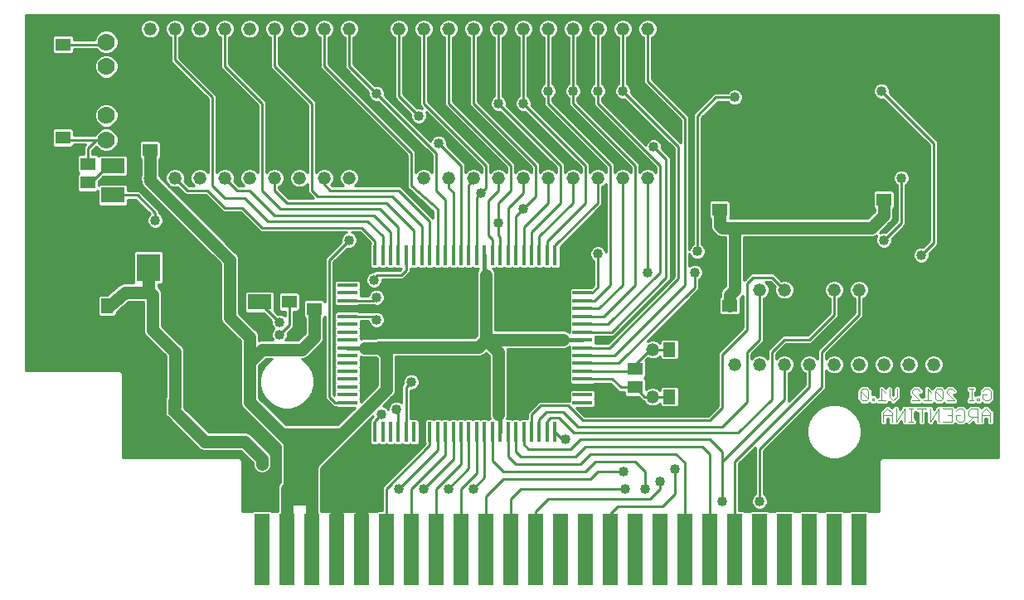
<source format=gbl>
G75*
%MOIN*%
%OFA0B0*%
%FSLAX24Y24*%
%IPPOS*%
%LPD*%
%AMOC8*
5,1,8,0,0,1.08239X$1,22.5*
%
%ADD10C,0.0040*%
%ADD11C,0.0520*%
%ADD12R,0.0591X0.0512*%
%ADD13R,0.0945X0.0630*%
%ADD14R,0.0512X0.0591*%
%ADD15R,0.0945X0.1102*%
%ADD16R,0.0600X0.2900*%
%ADD17R,0.0157X0.0787*%
%ADD18R,0.0787X0.0157*%
%ADD19C,0.0700*%
%ADD20C,0.0500*%
%ADD21C,0.0400*%
%ADD22C,0.0160*%
%ADD23C,0.0100*%
D10*
X035119Y008128D02*
X035196Y008051D01*
X035350Y008051D01*
X035426Y008128D01*
X035119Y008435D01*
X035119Y008128D01*
X035119Y008435D02*
X035196Y008512D01*
X035350Y008512D01*
X035426Y008435D01*
X035426Y008128D01*
X035580Y008128D02*
X035580Y008051D01*
X035656Y008051D01*
X035656Y008128D01*
X035580Y008128D01*
X035810Y008051D02*
X036117Y008051D01*
X035963Y008051D02*
X035963Y008512D01*
X036117Y008358D01*
X036270Y008205D02*
X036270Y008512D01*
X036270Y008205D02*
X036424Y008051D01*
X036577Y008205D01*
X036577Y008512D01*
X037191Y008435D02*
X037268Y008512D01*
X037421Y008512D01*
X037498Y008435D01*
X037191Y008435D02*
X037191Y008358D01*
X037498Y008051D01*
X037191Y008051D01*
X037651Y008051D02*
X037958Y008051D01*
X037805Y008051D02*
X037805Y008512D01*
X037958Y008358D01*
X038112Y008435D02*
X038419Y008128D01*
X038342Y008051D01*
X038189Y008051D01*
X038112Y008128D01*
X038112Y008435D01*
X038189Y008512D01*
X038342Y008512D01*
X038419Y008435D01*
X038419Y008128D01*
X038572Y008051D02*
X038879Y008051D01*
X038572Y008358D01*
X038572Y008435D01*
X038649Y008512D01*
X038802Y008512D01*
X038879Y008435D01*
X039493Y008512D02*
X039646Y008512D01*
X039570Y008512D02*
X039570Y008051D01*
X039646Y008051D02*
X039493Y008051D01*
X039800Y008051D02*
X039877Y008051D01*
X039877Y008128D01*
X039800Y008128D01*
X039800Y008051D01*
X040030Y008128D02*
X040030Y008282D01*
X040184Y008282D01*
X040337Y008435D02*
X040260Y008512D01*
X040107Y008512D01*
X040030Y008435D01*
X040030Y008128D02*
X040107Y008051D01*
X040260Y008051D01*
X040337Y008128D01*
X040337Y008435D01*
X040155Y007722D02*
X039981Y007548D01*
X039981Y007201D01*
X039813Y007201D02*
X039813Y007722D01*
X039553Y007722D01*
X039466Y007635D01*
X039466Y007461D01*
X039553Y007375D01*
X039813Y007375D01*
X039639Y007375D02*
X039466Y007201D01*
X039297Y007288D02*
X039210Y007201D01*
X039037Y007201D01*
X038950Y007288D01*
X038950Y007461D01*
X039124Y007461D01*
X039297Y007288D02*
X039297Y007635D01*
X039210Y007722D01*
X039037Y007722D01*
X038950Y007635D01*
X038782Y007722D02*
X038782Y007201D01*
X038435Y007201D01*
X038266Y007201D02*
X038266Y007722D01*
X037919Y007201D01*
X037919Y007722D01*
X037750Y007722D02*
X037403Y007722D01*
X037235Y007722D02*
X037061Y007722D01*
X037148Y007722D02*
X037148Y007201D01*
X037235Y007201D02*
X037061Y007201D01*
X036891Y007201D02*
X036891Y007722D01*
X036544Y007201D01*
X036544Y007722D01*
X036375Y007548D02*
X036202Y007722D01*
X036028Y007548D01*
X036028Y007201D01*
X036028Y007461D02*
X036375Y007461D01*
X036375Y007548D02*
X036375Y007201D01*
X037577Y007201D02*
X037577Y007722D01*
X038435Y007722D02*
X038782Y007722D01*
X038782Y007461D02*
X038608Y007461D01*
X039981Y007461D02*
X040328Y007461D01*
X040328Y007548D02*
X040155Y007722D01*
X040328Y007548D02*
X040328Y007201D01*
D11*
X039050Y009500D03*
X038050Y009500D03*
X037050Y009500D03*
X036050Y009500D03*
X035050Y009500D03*
X034050Y009500D03*
X033050Y009500D03*
X032050Y009500D03*
X031050Y009500D03*
X030050Y009500D03*
X026750Y010100D03*
X026750Y008200D03*
X030050Y012500D03*
X031050Y012500D03*
X032050Y012500D03*
X033050Y012500D03*
X034050Y012500D03*
X035050Y012500D03*
X036050Y012500D03*
X037050Y012500D03*
X038050Y012500D03*
X039050Y012500D03*
X026550Y017000D03*
X025550Y017000D03*
X024550Y017000D03*
X023550Y017000D03*
X022550Y017000D03*
X021550Y017000D03*
X020550Y017000D03*
X019550Y017000D03*
X018550Y017000D03*
X017550Y017000D03*
X016550Y017000D03*
X015550Y017000D03*
X014550Y017000D03*
X013550Y017000D03*
X012550Y017000D03*
X011550Y017000D03*
X010550Y017000D03*
X009550Y017000D03*
X008550Y017000D03*
X007550Y017000D03*
X006550Y017000D03*
X006550Y023000D03*
X007550Y023000D03*
X008550Y023000D03*
X009550Y023000D03*
X010550Y023000D03*
X011550Y023000D03*
X012550Y023000D03*
X013550Y023000D03*
X014550Y023000D03*
X015550Y023000D03*
X016550Y023000D03*
X017550Y023000D03*
X018550Y023000D03*
X019550Y023000D03*
X020550Y023000D03*
X021550Y023000D03*
X022550Y023000D03*
X023550Y023000D03*
X024550Y023000D03*
X025550Y023000D03*
X026550Y023000D03*
D12*
X036050Y016874D03*
X036050Y016126D03*
X029450Y016474D03*
X029450Y015726D03*
X029850Y011874D03*
X029850Y011126D03*
X026050Y009324D03*
X026050Y008576D03*
X013150Y011726D03*
X013150Y012474D03*
X012150Y012774D03*
X012150Y012026D03*
X004050Y016826D03*
X004050Y017574D03*
X003050Y018626D03*
X003050Y019374D03*
X006550Y018874D03*
X006550Y018126D03*
X003050Y021626D03*
X003050Y022374D03*
D13*
X005050Y017491D03*
X005050Y016309D03*
X010950Y013191D03*
X010950Y012009D03*
D14*
X004826Y011861D03*
X004078Y011861D03*
X006776Y007800D03*
X007524Y007800D03*
X027426Y008200D03*
X028174Y008200D03*
X028174Y010100D03*
X027426Y010100D03*
D15*
X006490Y013400D03*
X004010Y013400D03*
D16*
X011050Y002050D03*
X012050Y002050D03*
X013050Y002050D03*
X014050Y002050D03*
X015050Y002050D03*
X016050Y002050D03*
X017050Y002050D03*
X018050Y002050D03*
X019050Y002050D03*
X020050Y002050D03*
X021050Y002050D03*
X022050Y002050D03*
X023050Y002050D03*
X024050Y002050D03*
X025050Y002050D03*
X026050Y002050D03*
X027050Y002050D03*
X028050Y002050D03*
X029050Y002050D03*
X030050Y002050D03*
X031050Y002050D03*
X032050Y002050D03*
X033050Y002050D03*
X034050Y002050D03*
X035050Y002050D03*
D17*
X022833Y006789D03*
X022518Y006789D03*
X022203Y006789D03*
X021888Y006789D03*
X021573Y006789D03*
X021258Y006789D03*
X020943Y006789D03*
X020628Y006789D03*
X020313Y006789D03*
X019998Y006789D03*
X019683Y006789D03*
X019368Y006789D03*
X019053Y006789D03*
X018738Y006789D03*
X018423Y006789D03*
X018108Y006789D03*
X017793Y006789D03*
X017478Y006789D03*
X017163Y006789D03*
X016848Y006789D03*
X016533Y006789D03*
X016219Y006789D03*
X015904Y006789D03*
X015589Y006789D03*
X015589Y013875D03*
X015904Y013875D03*
X016219Y013875D03*
X016533Y013875D03*
X016848Y013875D03*
X017163Y013875D03*
X017478Y013875D03*
X017793Y013875D03*
X018108Y013875D03*
X018423Y013875D03*
X018738Y013875D03*
X019053Y013875D03*
X019368Y013875D03*
X019683Y013875D03*
X019998Y013875D03*
X020313Y013875D03*
X020628Y013875D03*
X020943Y013875D03*
X021258Y013875D03*
X021573Y013875D03*
X021888Y013875D03*
X022203Y013875D03*
X022518Y013875D03*
X022833Y013875D03*
D18*
X023935Y012694D03*
X023935Y012379D03*
X023935Y012064D03*
X023935Y011749D03*
X023935Y011434D03*
X023935Y011119D03*
X023935Y010804D03*
X023935Y010489D03*
X023935Y010174D03*
X023935Y009859D03*
X023935Y009544D03*
X023935Y009230D03*
X023935Y008915D03*
X023935Y008600D03*
X023935Y008285D03*
X023935Y007970D03*
X014486Y007970D03*
X014486Y008285D03*
X014486Y008600D03*
X014486Y008915D03*
X014486Y009230D03*
X014486Y009544D03*
X014486Y009859D03*
X014486Y010174D03*
X014486Y010489D03*
X014486Y010804D03*
X014486Y011119D03*
X014486Y011434D03*
X014486Y011749D03*
X014486Y012064D03*
X014486Y012379D03*
X014486Y012694D03*
D19*
X004790Y018531D03*
X004790Y019516D03*
X002822Y020500D03*
X004790Y021484D03*
X004790Y022469D03*
D20*
X003050Y021626D02*
X003050Y020728D01*
X002822Y020500D01*
X003050Y020272D01*
X003050Y019374D01*
X002050Y020120D02*
X002430Y020500D01*
X002822Y020500D01*
X006050Y020500D01*
X006550Y020000D01*
X006550Y018874D01*
X006550Y018126D02*
X006550Y017000D01*
X006550Y016900D01*
X009750Y013700D01*
X009750Y011400D01*
X010550Y010600D01*
X010550Y009600D01*
X011050Y010100D01*
X012650Y010100D01*
X013150Y010600D01*
X013150Y011100D01*
X013150Y011726D01*
X013150Y012474D02*
X013150Y013100D01*
X012850Y012774D02*
X013150Y012474D01*
X012850Y012774D02*
X012150Y012774D01*
X012150Y013300D01*
X012050Y013400D01*
X011159Y013400D01*
X010950Y013191D01*
X008450Y013600D02*
X007350Y014700D01*
X004170Y014700D01*
X004010Y014540D01*
X003050Y015500D01*
X002050Y015500D01*
X002050Y020120D01*
X004010Y014540D02*
X004010Y013400D01*
X004410Y013000D01*
X005050Y013000D01*
X004010Y013400D02*
X004010Y011928D01*
X004078Y011861D01*
X002411Y011861D01*
X001950Y011400D01*
X001950Y010500D01*
X005050Y010500D01*
X005650Y009900D01*
X005650Y008100D01*
X005950Y007800D01*
X006776Y007800D01*
X006776Y006774D01*
X007050Y006500D01*
X007550Y006500D01*
X007524Y007626D02*
X008750Y006400D01*
X009750Y006400D01*
X010350Y006400D01*
X011050Y005700D01*
X011050Y005500D01*
X012450Y006100D02*
X012450Y004900D01*
X016050Y008500D01*
X016050Y009900D01*
X015750Y010200D01*
X015724Y010174D01*
X015176Y010174D01*
X015750Y010200D02*
X019750Y010200D01*
X020050Y010500D01*
X023150Y010500D01*
X020550Y010000D02*
X020050Y010500D01*
X020050Y013100D01*
X018150Y012800D02*
X018050Y012900D01*
X018150Y012800D02*
X018150Y011300D01*
X020550Y010000D02*
X020550Y007500D01*
X015050Y004500D02*
X014050Y004500D01*
X014050Y002050D01*
X015050Y002050D02*
X015050Y004500D01*
X013050Y004500D02*
X013050Y002050D01*
X012050Y002050D02*
X012050Y004500D01*
X012450Y004500D01*
X012450Y004900D01*
X012450Y004500D02*
X013050Y004500D01*
X012450Y006100D02*
X010550Y008000D01*
X010550Y009600D01*
X009750Y010500D02*
X009550Y010500D01*
X008450Y011600D01*
X008450Y013600D01*
X006490Y013400D02*
X006490Y012460D01*
X006550Y012400D01*
X005550Y012400D01*
X004911Y011861D01*
X004826Y011861D01*
X006550Y012400D02*
X006650Y012300D01*
X006650Y010900D01*
X007550Y010000D01*
X007550Y008500D01*
X007550Y007826D01*
X007524Y007800D01*
X007524Y007626D01*
X015550Y017000D02*
X016550Y017000D01*
X028174Y010424D02*
X028174Y010100D01*
X028174Y010424D02*
X028876Y011126D01*
X029850Y011126D01*
X029850Y011874D02*
X029850Y012300D01*
X030050Y012500D01*
X030050Y015000D01*
X035550Y015000D01*
X036050Y015500D01*
X036050Y016126D01*
X036050Y016874D02*
X035050Y016874D01*
X036076Y017900D01*
X036750Y017900D01*
X037450Y017200D01*
X037450Y014600D01*
X036050Y013200D01*
X036050Y012500D01*
X036050Y013000D01*
X035550Y013500D01*
X033550Y013500D01*
X033050Y013000D01*
X033050Y012500D01*
X036050Y012500D02*
X037050Y012500D01*
X038050Y012500D01*
X039050Y012500D01*
X039050Y009500D01*
X030050Y015000D02*
X029550Y015000D01*
X029450Y015100D01*
X029450Y015726D01*
X029450Y016474D02*
X032050Y016474D01*
X032550Y016974D01*
X032550Y022800D01*
X032750Y023000D01*
X038550Y023000D01*
X035050Y016874D02*
X033824Y016874D01*
X033424Y016474D01*
X032050Y016474D01*
X028050Y009100D02*
X028174Y008976D01*
X028174Y008200D01*
D21*
X028050Y009100D03*
X023150Y010500D03*
X021050Y011400D03*
X021050Y012900D03*
X023550Y013500D03*
X024550Y013950D03*
X026550Y013200D03*
X028450Y013200D03*
X028550Y014050D03*
X029550Y015000D03*
X026800Y018250D03*
X030050Y020250D03*
X032550Y022800D03*
X035950Y020500D03*
X038550Y023000D03*
X036750Y017000D03*
X036050Y015500D03*
X036050Y014500D03*
X037550Y013900D03*
X025550Y020500D03*
X024550Y020500D03*
X023550Y020500D03*
X022550Y020500D03*
X021550Y020000D03*
X020550Y020000D03*
X018150Y018400D03*
X017350Y019500D03*
X015650Y020400D03*
X014050Y019500D03*
X012050Y019500D03*
X010050Y019500D03*
X007050Y020500D03*
X005050Y015500D03*
X006750Y015300D03*
X009750Y015000D03*
X012050Y013400D03*
X013150Y013100D03*
X015550Y012900D03*
X015650Y012200D03*
X015650Y011300D03*
X015750Y010200D03*
X017050Y008800D03*
X016450Y007700D03*
X015850Y007500D03*
X017450Y007600D03*
X015250Y008600D03*
X014050Y007500D03*
X012050Y007500D03*
X010050Y007500D03*
X009750Y006400D03*
X011050Y005500D03*
X011050Y004500D03*
X015050Y004500D03*
X016550Y004500D03*
X017550Y004500D03*
X018550Y004500D03*
X019550Y004500D03*
X016750Y005900D03*
X022050Y009000D03*
X019550Y009500D03*
X018150Y011300D03*
X018050Y012900D03*
X014550Y014500D03*
X019850Y016400D03*
X021550Y015750D03*
X020550Y015200D03*
X013150Y011100D03*
X011750Y011200D03*
X011750Y010700D03*
X009750Y010500D03*
X008450Y011600D03*
X005650Y010500D03*
X005550Y012400D03*
X005050Y013000D03*
X002050Y015500D03*
X001950Y010500D03*
X005650Y008100D03*
X007550Y008500D03*
X007550Y006500D03*
X023250Y006500D03*
X025600Y005200D03*
X025650Y004500D03*
X026450Y004500D03*
X027050Y004800D03*
X027650Y005300D03*
X029550Y004000D03*
X031050Y004000D03*
X034050Y004500D03*
X032050Y006000D03*
D22*
X023935Y008600D02*
X022450Y008600D01*
X022050Y009000D01*
X020550Y007500D02*
X020628Y007422D01*
X020628Y006789D01*
X017478Y006789D02*
X017478Y007572D01*
X017450Y007600D01*
X015176Y010174D02*
X014486Y010174D01*
X014486Y011749D02*
X017701Y011749D01*
X018150Y011300D01*
X019998Y013152D02*
X020050Y013100D01*
X019998Y013152D02*
X019998Y013875D01*
X022344Y012694D02*
X021050Y011400D01*
X023161Y010489D02*
X023935Y010489D01*
X023935Y012694D02*
X022344Y012694D01*
X015550Y017000D02*
X015550Y018600D01*
X013050Y021100D01*
X013050Y023300D01*
X013250Y023500D01*
X015050Y023500D01*
X015550Y023000D01*
D23*
X005450Y009162D02*
X005450Y005750D01*
X010162Y005750D01*
X010250Y005662D01*
X010250Y003600D01*
X010666Y003600D01*
X010696Y003630D01*
X011404Y003630D01*
X011434Y003600D01*
X011666Y003600D01*
X011670Y003604D01*
X011670Y004576D01*
X011728Y004715D01*
X011770Y004757D01*
X011770Y006235D01*
X011731Y006281D01*
X010228Y007785D01*
X010170Y007924D01*
X010170Y010443D01*
X009428Y011185D01*
X009370Y011324D01*
X009370Y013543D01*
X006228Y016685D01*
X006170Y016824D01*
X006170Y016898D01*
X006160Y016922D01*
X006160Y017078D01*
X006170Y017102D01*
X006170Y017771D01*
X006125Y017816D01*
X006125Y018436D01*
X006201Y018512D01*
X006899Y018512D01*
X006975Y018436D01*
X006975Y017816D01*
X006930Y017771D01*
X006930Y017102D01*
X006940Y017078D01*
X006940Y017047D01*
X009965Y014022D01*
X010072Y013915D01*
X010130Y013776D01*
X010130Y011557D01*
X010765Y010922D01*
X010872Y010815D01*
X010930Y010676D01*
X010930Y010462D01*
X010974Y010480D01*
X011503Y010480D01*
X011470Y010513D01*
X011420Y010634D01*
X011420Y010766D01*
X011470Y010887D01*
X011533Y010950D01*
X011470Y011013D01*
X011420Y011134D01*
X011420Y011266D01*
X011423Y011273D01*
X011131Y011564D01*
X010424Y011564D01*
X010348Y011641D01*
X010348Y012378D01*
X010424Y012454D01*
X011476Y012454D01*
X011552Y012378D01*
X011552Y011652D01*
X011677Y011527D01*
X011684Y011530D01*
X011816Y011530D01*
X011937Y011480D01*
X011970Y011447D01*
X011970Y011640D01*
X011801Y011640D01*
X011725Y011716D01*
X011725Y012336D01*
X011801Y012412D01*
X012499Y012412D01*
X012575Y012336D01*
X012575Y011716D01*
X012499Y011640D01*
X012330Y011640D01*
X012330Y011025D01*
X012077Y010773D01*
X012080Y010766D01*
X012080Y010634D01*
X012030Y010513D01*
X011997Y010480D01*
X012493Y010480D01*
X012770Y010757D01*
X012770Y011371D01*
X012725Y011416D01*
X012725Y012036D01*
X012801Y012112D01*
X013499Y012112D01*
X013570Y012041D01*
X013570Y013775D01*
X014223Y014427D01*
X014220Y014434D01*
X014220Y014566D01*
X014270Y014687D01*
X014363Y014780D01*
X014460Y014820D01*
X010975Y014820D01*
X010175Y015620D01*
X009475Y015620D01*
X008775Y016320D01*
X007975Y016320D01*
X007668Y016627D01*
X007628Y016610D01*
X007472Y016610D01*
X007329Y016669D01*
X007219Y016779D01*
X007160Y016922D01*
X007160Y017078D01*
X007219Y017221D01*
X007329Y017331D01*
X007472Y017390D01*
X007628Y017390D01*
X007771Y017331D01*
X007881Y017221D01*
X007940Y017078D01*
X007940Y016922D01*
X007923Y016882D01*
X008125Y016680D01*
X008318Y016680D01*
X008219Y016779D01*
X008160Y016922D01*
X008160Y017078D01*
X008219Y017221D01*
X008329Y017331D01*
X008472Y017390D01*
X008628Y017390D01*
X008771Y017331D01*
X008870Y017232D01*
X008870Y020175D01*
X007475Y021570D01*
X007370Y021675D01*
X007370Y022652D01*
X007329Y022669D01*
X007219Y022779D01*
X007160Y022922D01*
X007160Y023078D01*
X007219Y023221D01*
X007329Y023331D01*
X007472Y023390D01*
X007628Y023390D01*
X007771Y023331D01*
X007881Y023221D01*
X007940Y023078D01*
X007940Y022922D01*
X007881Y022779D01*
X007771Y022669D01*
X007730Y022652D01*
X007730Y021825D01*
X009230Y020325D01*
X009230Y017232D01*
X009329Y017331D01*
X009472Y017390D01*
X009628Y017390D01*
X009771Y017331D01*
X009881Y017221D01*
X009940Y017078D01*
X009940Y016922D01*
X009923Y016882D01*
X010125Y016680D01*
X010318Y016680D01*
X010219Y016779D01*
X010160Y016922D01*
X010160Y017078D01*
X010219Y017221D01*
X010329Y017331D01*
X010472Y017390D01*
X010628Y017390D01*
X010771Y017331D01*
X010870Y017232D01*
X010870Y019925D01*
X009475Y021320D01*
X009370Y021425D01*
X009370Y022652D01*
X009329Y022669D01*
X009219Y022779D01*
X009160Y022922D01*
X009160Y023078D01*
X009219Y023221D01*
X009329Y023331D01*
X009472Y023390D01*
X009628Y023390D01*
X009771Y023331D01*
X009881Y023221D01*
X009940Y023078D01*
X009940Y022922D01*
X009881Y022779D01*
X009771Y022669D01*
X009730Y022652D01*
X009730Y021575D01*
X011230Y020075D01*
X011230Y017232D01*
X011329Y017331D01*
X011472Y017390D01*
X011628Y017390D01*
X011771Y017331D01*
X011881Y017221D01*
X011940Y017078D01*
X011940Y016922D01*
X011881Y016779D01*
X011771Y016669D01*
X011730Y016652D01*
X011730Y016575D01*
X012125Y016180D01*
X013115Y016180D01*
X012975Y016320D01*
X012870Y016425D01*
X012870Y016768D01*
X012771Y016669D01*
X012628Y016610D01*
X012472Y016610D01*
X012329Y016669D01*
X012219Y016779D01*
X012160Y016922D01*
X012160Y017078D01*
X012219Y017221D01*
X012329Y017331D01*
X012472Y017390D01*
X012628Y017390D01*
X012771Y017331D01*
X012870Y017232D01*
X012870Y019925D01*
X011475Y021320D01*
X011370Y021425D01*
X011370Y022652D01*
X011329Y022669D01*
X011219Y022779D01*
X011160Y022922D01*
X011160Y023078D01*
X011219Y023221D01*
X011329Y023331D01*
X011472Y023390D01*
X011628Y023390D01*
X011771Y023331D01*
X011881Y023221D01*
X011940Y023078D01*
X011940Y022922D01*
X011881Y022779D01*
X011771Y022669D01*
X011730Y022652D01*
X011730Y021575D01*
X013230Y020075D01*
X013230Y017232D01*
X013329Y017331D01*
X013472Y017390D01*
X013628Y017390D01*
X013771Y017331D01*
X013881Y017221D01*
X013940Y017078D01*
X013940Y016922D01*
X013881Y016779D01*
X013828Y016727D01*
X013875Y016680D01*
X014318Y016680D01*
X014219Y016779D01*
X014160Y016922D01*
X014160Y017078D01*
X014219Y017221D01*
X014329Y017331D01*
X014472Y017390D01*
X014628Y017390D01*
X014771Y017331D01*
X014881Y017221D01*
X014940Y017078D01*
X014940Y016922D01*
X014881Y016779D01*
X014782Y016680D01*
X016625Y016680D01*
X016730Y016575D01*
X017928Y015376D01*
X017928Y015662D01*
X016981Y016520D01*
X016975Y016520D01*
X016926Y016570D01*
X016874Y016617D01*
X016874Y016622D01*
X016870Y016625D01*
X016870Y016696D01*
X016867Y016766D01*
X016870Y016769D01*
X016870Y017925D01*
X013475Y021320D01*
X013370Y021425D01*
X013370Y022652D01*
X013329Y022669D01*
X013219Y022779D01*
X013160Y022922D01*
X013160Y023078D01*
X013219Y023221D01*
X013329Y023331D01*
X013472Y023390D01*
X013628Y023390D01*
X013771Y023331D01*
X013881Y023221D01*
X013940Y023078D01*
X013940Y022922D01*
X013881Y022779D01*
X013771Y022669D01*
X013730Y022652D01*
X013730Y021575D01*
X017230Y018075D01*
X017230Y017232D01*
X017329Y017331D01*
X017472Y017390D01*
X017628Y017390D01*
X017771Y017331D01*
X017870Y017232D01*
X017870Y017925D01*
X015723Y020073D01*
X015716Y020070D01*
X015584Y020070D01*
X015463Y020120D01*
X015370Y020213D01*
X015320Y020334D01*
X015320Y020466D01*
X015323Y020473D01*
X014475Y021320D01*
X014370Y021425D01*
X014370Y022652D01*
X014329Y022669D01*
X014219Y022779D01*
X014160Y022922D01*
X014160Y023078D01*
X014219Y023221D01*
X014329Y023331D01*
X014472Y023390D01*
X014628Y023390D01*
X014771Y023331D01*
X014881Y023221D01*
X014940Y023078D01*
X014940Y022922D01*
X014881Y022779D01*
X014771Y022669D01*
X014730Y022652D01*
X014730Y021575D01*
X015577Y020727D01*
X015584Y020730D01*
X015716Y020730D01*
X015837Y020680D01*
X015930Y020587D01*
X015980Y020466D01*
X015980Y020334D01*
X015977Y020327D01*
X017826Y018479D01*
X017870Y018587D01*
X017963Y018680D01*
X018084Y018730D01*
X018216Y018730D01*
X018337Y018680D01*
X018430Y018587D01*
X018480Y018466D01*
X018480Y018334D01*
X018477Y018327D01*
X019230Y017575D01*
X019230Y017232D01*
X019329Y017331D01*
X019472Y017390D01*
X019628Y017390D01*
X019771Y017331D01*
X019870Y017232D01*
X019870Y017425D01*
X017645Y019651D01*
X017680Y019566D01*
X017680Y019434D01*
X017630Y019313D01*
X017537Y019220D01*
X017416Y019170D01*
X017284Y019170D01*
X017163Y019220D01*
X017070Y019313D01*
X017020Y019434D01*
X017020Y019566D01*
X017023Y019573D01*
X016370Y020225D01*
X016370Y022652D01*
X016329Y022669D01*
X016219Y022779D01*
X016160Y022922D01*
X016160Y023078D01*
X016219Y023221D01*
X016329Y023331D01*
X016472Y023390D01*
X016628Y023390D01*
X016771Y023331D01*
X016881Y023221D01*
X016940Y023078D01*
X016940Y022922D01*
X016881Y022779D01*
X016771Y022669D01*
X016730Y022652D01*
X016730Y020375D01*
X017277Y019827D01*
X017284Y019830D01*
X017416Y019830D01*
X017501Y019795D01*
X017475Y019820D01*
X017370Y019925D01*
X017370Y022652D01*
X017329Y022669D01*
X017219Y022779D01*
X017160Y022922D01*
X017160Y023078D01*
X017219Y023221D01*
X017329Y023331D01*
X017472Y023390D01*
X017628Y023390D01*
X017771Y023331D01*
X017881Y023221D01*
X017940Y023078D01*
X017940Y022922D01*
X017881Y022779D01*
X017771Y022669D01*
X017730Y022652D01*
X017730Y020075D01*
X020230Y017575D01*
X020230Y017232D01*
X020329Y017331D01*
X020472Y017390D01*
X020628Y017390D01*
X020771Y017331D01*
X020870Y017232D01*
X020870Y017425D01*
X018475Y019820D01*
X018370Y019925D01*
X018370Y022652D01*
X018329Y022669D01*
X018219Y022779D01*
X018160Y022922D01*
X018160Y023078D01*
X018219Y023221D01*
X018329Y023331D01*
X018472Y023390D01*
X018628Y023390D01*
X018771Y023331D01*
X018881Y023221D01*
X018940Y023078D01*
X018940Y022922D01*
X018881Y022779D01*
X018771Y022669D01*
X018730Y022652D01*
X018730Y020075D01*
X021230Y017575D01*
X021230Y017232D01*
X021329Y017331D01*
X021472Y017390D01*
X021628Y017390D01*
X021771Y017331D01*
X021870Y017232D01*
X021870Y017425D01*
X019475Y019820D01*
X019370Y019925D01*
X019370Y022652D01*
X019329Y022669D01*
X019219Y022779D01*
X019160Y022922D01*
X019160Y023078D01*
X019219Y023221D01*
X019329Y023331D01*
X019472Y023390D01*
X019628Y023390D01*
X019771Y023331D01*
X019881Y023221D01*
X019940Y023078D01*
X019940Y022922D01*
X019881Y022779D01*
X019771Y022669D01*
X019730Y022652D01*
X019730Y020075D01*
X022230Y017575D01*
X022230Y017232D01*
X022329Y017331D01*
X022472Y017390D01*
X022628Y017390D01*
X022771Y017331D01*
X022870Y017232D01*
X022870Y017425D01*
X020623Y019673D01*
X020616Y019670D01*
X020484Y019670D01*
X020363Y019720D01*
X020270Y019813D01*
X020220Y019934D01*
X020220Y020066D01*
X020270Y020187D01*
X020363Y020280D01*
X020370Y020283D01*
X020370Y022652D01*
X020329Y022669D01*
X020219Y022779D01*
X020160Y022922D01*
X020160Y023078D01*
X020219Y023221D01*
X020329Y023331D01*
X020472Y023390D01*
X020628Y023390D01*
X020771Y023331D01*
X020881Y023221D01*
X020940Y023078D01*
X020940Y022922D01*
X020881Y022779D01*
X020771Y022669D01*
X020730Y022652D01*
X020730Y020283D01*
X020737Y020280D01*
X020830Y020187D01*
X020880Y020066D01*
X020880Y019934D01*
X020877Y019927D01*
X023230Y017575D01*
X023230Y017232D01*
X023329Y017331D01*
X023472Y017390D01*
X023628Y017390D01*
X023771Y017331D01*
X023870Y017232D01*
X023870Y017425D01*
X021623Y019673D01*
X021616Y019670D01*
X021484Y019670D01*
X021363Y019720D01*
X021270Y019813D01*
X021220Y019934D01*
X021220Y020066D01*
X021270Y020187D01*
X021363Y020280D01*
X021370Y020283D01*
X021370Y022652D01*
X021329Y022669D01*
X021219Y022779D01*
X021160Y022922D01*
X021160Y023078D01*
X021219Y023221D01*
X021329Y023331D01*
X021472Y023390D01*
X021628Y023390D01*
X021771Y023331D01*
X021881Y023221D01*
X021940Y023078D01*
X021940Y022922D01*
X021881Y022779D01*
X021771Y022669D01*
X021730Y022652D01*
X021730Y020283D01*
X021737Y020280D01*
X021830Y020187D01*
X021880Y020066D01*
X021880Y019934D01*
X021877Y019927D01*
X024230Y017575D01*
X024230Y017232D01*
X024329Y017331D01*
X024472Y017390D01*
X024628Y017390D01*
X024771Y017331D01*
X024870Y017232D01*
X024870Y017425D01*
X022370Y019925D01*
X022370Y020217D01*
X022363Y020220D01*
X022270Y020313D01*
X022220Y020434D01*
X022220Y020566D01*
X022270Y020687D01*
X022363Y020780D01*
X022370Y020783D01*
X022370Y022652D01*
X022329Y022669D01*
X022219Y022779D01*
X022160Y022922D01*
X022160Y023078D01*
X022219Y023221D01*
X022329Y023331D01*
X022472Y023390D01*
X022628Y023390D01*
X022771Y023331D01*
X022881Y023221D01*
X022940Y023078D01*
X022940Y022922D01*
X022881Y022779D01*
X022771Y022669D01*
X022730Y022652D01*
X022730Y020783D01*
X022737Y020780D01*
X022830Y020687D01*
X022880Y020566D01*
X022880Y020434D01*
X022830Y020313D01*
X022737Y020220D01*
X022730Y020217D01*
X022730Y020075D01*
X025125Y017680D01*
X025230Y017575D01*
X025230Y017232D01*
X025329Y017331D01*
X025472Y017390D01*
X025628Y017390D01*
X025771Y017331D01*
X025870Y017232D01*
X025870Y017425D01*
X023370Y019925D01*
X023370Y020217D01*
X023363Y020220D01*
X023270Y020313D01*
X023220Y020434D01*
X023220Y020566D01*
X023270Y020687D01*
X023363Y020780D01*
X023370Y020783D01*
X023370Y022652D01*
X023329Y022669D01*
X023219Y022779D01*
X023160Y022922D01*
X023160Y023078D01*
X023219Y023221D01*
X023329Y023331D01*
X023472Y023390D01*
X023628Y023390D01*
X023771Y023331D01*
X023881Y023221D01*
X023940Y023078D01*
X023940Y022922D01*
X023881Y022779D01*
X023771Y022669D01*
X023730Y022652D01*
X023730Y020783D01*
X023737Y020780D01*
X023830Y020687D01*
X023880Y020566D01*
X023880Y020434D01*
X023830Y020313D01*
X023737Y020220D01*
X023730Y020217D01*
X023730Y020075D01*
X026125Y017680D01*
X026230Y017575D01*
X026230Y017232D01*
X026329Y017331D01*
X026472Y017390D01*
X026628Y017390D01*
X026771Y017331D01*
X026870Y017232D01*
X026870Y017425D01*
X024370Y019925D01*
X024370Y020217D01*
X024363Y020220D01*
X024270Y020313D01*
X024220Y020434D01*
X024220Y020566D01*
X024270Y020687D01*
X024363Y020780D01*
X024370Y020783D01*
X024370Y022652D01*
X024329Y022669D01*
X024219Y022779D01*
X024160Y022922D01*
X024160Y023078D01*
X024219Y023221D01*
X024329Y023331D01*
X024472Y023390D01*
X024628Y023390D01*
X024771Y023331D01*
X024881Y023221D01*
X024940Y023078D01*
X024940Y022922D01*
X024881Y022779D01*
X024771Y022669D01*
X024730Y022652D01*
X024730Y020783D01*
X024737Y020780D01*
X024830Y020687D01*
X024880Y020566D01*
X024880Y020434D01*
X024830Y020313D01*
X024737Y020220D01*
X024730Y020217D01*
X024730Y020075D01*
X026476Y018329D01*
X026520Y018437D01*
X026613Y018530D01*
X026734Y018580D01*
X026866Y018580D01*
X026987Y018530D01*
X027080Y018437D01*
X027130Y018316D01*
X027130Y018184D01*
X027127Y018177D01*
X027480Y017825D01*
X027480Y012925D01*
X027375Y012820D01*
X025179Y010624D01*
X024456Y010624D01*
X024459Y010622D01*
X024459Y010357D01*
X024456Y010354D01*
X024950Y010354D01*
X027620Y013025D01*
X027620Y018175D01*
X025623Y020173D01*
X025616Y020170D01*
X025484Y020170D01*
X025363Y020220D01*
X025270Y020313D01*
X025220Y020434D01*
X025220Y020566D01*
X025270Y020687D01*
X025363Y020780D01*
X025370Y020783D01*
X025370Y022652D01*
X025329Y022669D01*
X025219Y022779D01*
X025160Y022922D01*
X025160Y023078D01*
X025219Y023221D01*
X025329Y023331D01*
X025472Y023390D01*
X025628Y023390D01*
X025771Y023331D01*
X025881Y023221D01*
X025940Y023078D01*
X025940Y022922D01*
X025881Y022779D01*
X025771Y022669D01*
X025730Y022652D01*
X025730Y020783D01*
X025737Y020780D01*
X025830Y020687D01*
X025880Y020566D01*
X025880Y020434D01*
X025877Y020427D01*
X027870Y018435D01*
X027870Y019325D01*
X026370Y020825D01*
X026370Y022652D01*
X026329Y022669D01*
X026219Y022779D01*
X026160Y022922D01*
X026160Y023078D01*
X026219Y023221D01*
X026329Y023331D01*
X026472Y023390D01*
X026628Y023390D01*
X026771Y023331D01*
X026881Y023221D01*
X026940Y023078D01*
X026940Y022922D01*
X026881Y022779D01*
X026771Y022669D01*
X026730Y022652D01*
X026730Y020975D01*
X028125Y019580D01*
X028230Y019475D01*
X028230Y014140D01*
X028270Y014237D01*
X028363Y014330D01*
X028370Y014333D01*
X028370Y019575D01*
X029225Y020430D01*
X029767Y020430D01*
X029770Y020437D01*
X029863Y020530D01*
X029984Y020580D01*
X030116Y020580D01*
X030237Y020530D01*
X030330Y020437D01*
X030380Y020316D01*
X030380Y020184D01*
X030330Y020063D01*
X030237Y019970D01*
X030116Y019920D01*
X029984Y019920D01*
X029863Y019970D01*
X029770Y020063D01*
X029767Y020070D01*
X029375Y020070D01*
X028730Y019425D01*
X028730Y014333D01*
X028737Y014330D01*
X028830Y014237D01*
X028880Y014116D01*
X028880Y013984D01*
X028830Y013863D01*
X028737Y013770D01*
X028616Y013720D01*
X028484Y013720D01*
X028363Y013770D01*
X028270Y013863D01*
X028230Y013960D01*
X028230Y013447D01*
X028263Y013480D01*
X028384Y013530D01*
X028516Y013530D01*
X028637Y013480D01*
X028730Y013387D01*
X028780Y013266D01*
X028780Y013134D01*
X028730Y013013D01*
X028637Y012920D01*
X028630Y012917D01*
X028630Y012525D01*
X028525Y012420D01*
X026539Y010435D01*
X026672Y010490D01*
X026828Y010490D01*
X026971Y010431D01*
X027040Y010361D01*
X027040Y010449D01*
X027116Y010525D01*
X027736Y010525D01*
X027812Y010449D01*
X027812Y009751D01*
X027736Y009675D01*
X027116Y009675D01*
X027040Y009751D01*
X027040Y009839D01*
X026971Y009769D01*
X026828Y009710D01*
X026672Y009710D01*
X026561Y009756D01*
X026457Y009652D01*
X026475Y009634D01*
X026475Y009014D01*
X026411Y008950D01*
X026475Y008886D01*
X026475Y008477D01*
X026529Y008531D01*
X026672Y008590D01*
X026828Y008590D01*
X026971Y008531D01*
X027040Y008461D01*
X027040Y008549D01*
X027116Y008625D01*
X027736Y008625D01*
X027812Y008549D01*
X027812Y007851D01*
X027736Y007775D01*
X027116Y007775D01*
X027040Y007851D01*
X027040Y007939D01*
X026971Y007869D01*
X026828Y007810D01*
X026672Y007810D01*
X026529Y007869D01*
X026419Y007979D01*
X026402Y008020D01*
X026351Y008020D01*
X026181Y008190D01*
X025701Y008190D01*
X025625Y008266D01*
X025625Y008396D01*
X025399Y008396D01*
X025061Y008735D01*
X024411Y008735D01*
X024383Y008706D01*
X023487Y008706D01*
X023411Y008782D01*
X023411Y009047D01*
X023436Y009072D01*
X023411Y009097D01*
X023411Y009362D01*
X023436Y009387D01*
X023411Y009412D01*
X023411Y009677D01*
X023436Y009702D01*
X023411Y009727D01*
X023411Y009992D01*
X023436Y010017D01*
X023411Y010042D01*
X023411Y010224D01*
X023365Y010178D01*
X023226Y010120D01*
X020912Y010120D01*
X020930Y010076D01*
X020930Y007424D01*
X020884Y007312D01*
X021076Y007312D01*
X021100Y007287D01*
X021125Y007312D01*
X021390Y007312D01*
X021415Y007287D01*
X021440Y007312D01*
X021705Y007312D01*
X021708Y007310D01*
X021708Y007562D01*
X021813Y007668D01*
X022175Y008030D01*
X023411Y008030D01*
X023411Y008102D01*
X023436Y008127D01*
X023411Y008152D01*
X023411Y008417D01*
X023487Y008493D01*
X024383Y008493D01*
X024459Y008417D01*
X024459Y008152D01*
X024434Y008127D01*
X024459Y008102D01*
X024459Y007837D01*
X024383Y007761D01*
X023694Y007761D01*
X024025Y007430D01*
X028975Y007430D01*
X029370Y007825D01*
X029370Y009975D01*
X029475Y010080D01*
X030370Y010975D01*
X030370Y012268D01*
X030275Y012174D01*
X030275Y011564D01*
X030199Y011488D01*
X029501Y011488D01*
X029425Y011564D01*
X029425Y012184D01*
X029470Y012229D01*
X029470Y012376D01*
X029528Y012515D01*
X029670Y012657D01*
X029670Y014620D01*
X029474Y014620D01*
X029335Y014678D01*
X029128Y014885D01*
X029070Y015024D01*
X029070Y015371D01*
X029025Y015416D01*
X029025Y016036D01*
X029101Y016112D01*
X029799Y016112D01*
X029875Y016036D01*
X029875Y015416D01*
X029839Y015380D01*
X035393Y015380D01*
X035670Y015657D01*
X035670Y015771D01*
X035625Y015816D01*
X035625Y016436D01*
X035701Y016512D01*
X036399Y016512D01*
X036475Y016436D01*
X036475Y015816D01*
X036430Y015771D01*
X036430Y015424D01*
X036372Y015285D01*
X036265Y015178D01*
X036265Y015178D01*
X035870Y014783D01*
X035984Y014830D01*
X036116Y014830D01*
X036123Y014827D01*
X036570Y015275D01*
X036362Y015275D01*
X036409Y015374D02*
X036570Y015374D01*
X036570Y015472D02*
X036430Y015472D01*
X036430Y015571D02*
X036570Y015571D01*
X036570Y015669D02*
X036430Y015669D01*
X036430Y015768D02*
X036570Y015768D01*
X036570Y015866D02*
X036475Y015866D01*
X036475Y015965D02*
X036570Y015965D01*
X036570Y016063D02*
X036475Y016063D01*
X036475Y016162D02*
X036570Y016162D01*
X036570Y016260D02*
X036475Y016260D01*
X036475Y016359D02*
X036570Y016359D01*
X036570Y016457D02*
X036454Y016457D01*
X036570Y016556D02*
X028730Y016556D01*
X028730Y016654D02*
X036570Y016654D01*
X036570Y016717D02*
X036570Y015275D01*
X036472Y015177D02*
X036264Y015177D01*
X036165Y015078D02*
X036373Y015078D01*
X036275Y014980D02*
X036067Y014980D01*
X035968Y014881D02*
X036176Y014881D01*
X036489Y014684D02*
X037870Y014684D01*
X037870Y014586D02*
X036390Y014586D01*
X036377Y014573D02*
X036930Y015125D01*
X036930Y016717D01*
X036937Y016720D01*
X037030Y016813D01*
X037080Y016934D01*
X037080Y017066D01*
X037030Y017187D01*
X036937Y017280D01*
X036816Y017330D01*
X036684Y017330D01*
X036563Y017280D01*
X036470Y017187D01*
X036420Y017066D01*
X036420Y016934D01*
X036470Y016813D01*
X036563Y016720D01*
X036570Y016717D01*
X036531Y016753D02*
X028730Y016753D01*
X028730Y016851D02*
X036455Y016851D01*
X036420Y016950D02*
X028730Y016950D01*
X028730Y017048D02*
X036420Y017048D01*
X036454Y017147D02*
X028730Y017147D01*
X028730Y017245D02*
X036528Y017245D01*
X036750Y017000D02*
X036750Y015200D01*
X036050Y014500D01*
X036168Y014192D02*
X037391Y014192D01*
X037363Y014180D02*
X037270Y014087D01*
X037220Y013966D01*
X037220Y013834D01*
X037270Y013713D01*
X037363Y013620D01*
X037484Y013570D01*
X037616Y013570D01*
X037737Y013620D01*
X037830Y013713D01*
X037880Y013834D01*
X037880Y013966D01*
X037877Y013973D01*
X038230Y014325D01*
X038230Y018475D01*
X038125Y018580D01*
X036277Y020427D01*
X036280Y020434D01*
X036280Y020566D01*
X036230Y020687D01*
X036137Y020780D01*
X036016Y020830D01*
X035884Y020830D01*
X035763Y020780D01*
X035670Y020687D01*
X035620Y020566D01*
X035620Y020434D01*
X035670Y020313D01*
X035763Y020220D01*
X035884Y020170D01*
X036016Y020170D01*
X036023Y020173D01*
X037870Y018325D01*
X037870Y014475D01*
X037623Y014227D01*
X037616Y014230D01*
X037484Y014230D01*
X037363Y014180D01*
X037276Y014093D02*
X030430Y014093D01*
X030430Y013995D02*
X037232Y013995D01*
X037220Y013896D02*
X030430Y013896D01*
X030430Y013798D02*
X037235Y013798D01*
X037284Y013699D02*
X030430Y013699D01*
X030430Y013601D02*
X037411Y013601D01*
X037689Y013601D02*
X040650Y013601D01*
X040650Y013699D02*
X037816Y013699D01*
X037865Y013798D02*
X040650Y013798D01*
X040650Y013896D02*
X037880Y013896D01*
X037899Y013995D02*
X040650Y013995D01*
X040650Y014093D02*
X037998Y014093D01*
X038096Y014192D02*
X040650Y014192D01*
X040650Y014290D02*
X038195Y014290D01*
X038230Y014389D02*
X040650Y014389D01*
X040650Y014487D02*
X038230Y014487D01*
X038230Y014586D02*
X040650Y014586D01*
X040650Y014684D02*
X038230Y014684D01*
X038230Y014783D02*
X040650Y014783D01*
X040650Y014881D02*
X038230Y014881D01*
X038230Y014980D02*
X040650Y014980D01*
X040650Y015078D02*
X038230Y015078D01*
X038230Y015177D02*
X040650Y015177D01*
X040650Y015275D02*
X038230Y015275D01*
X038230Y015374D02*
X040650Y015374D01*
X040650Y015472D02*
X038230Y015472D01*
X038230Y015571D02*
X040650Y015571D01*
X040650Y015669D02*
X038230Y015669D01*
X038230Y015768D02*
X040650Y015768D01*
X040650Y015866D02*
X038230Y015866D01*
X038230Y015965D02*
X040650Y015965D01*
X040650Y016063D02*
X038230Y016063D01*
X038230Y016162D02*
X040650Y016162D01*
X040650Y016260D02*
X038230Y016260D01*
X038230Y016359D02*
X040650Y016359D01*
X040650Y016457D02*
X038230Y016457D01*
X038230Y016556D02*
X040650Y016556D01*
X040650Y016654D02*
X038230Y016654D01*
X038230Y016753D02*
X040650Y016753D01*
X040650Y016851D02*
X038230Y016851D01*
X038230Y016950D02*
X040650Y016950D01*
X040650Y017048D02*
X038230Y017048D01*
X038230Y017147D02*
X040650Y017147D01*
X040650Y017245D02*
X038230Y017245D01*
X038230Y017344D02*
X040650Y017344D01*
X040650Y017442D02*
X038230Y017442D01*
X038230Y017541D02*
X040650Y017541D01*
X040650Y017639D02*
X038230Y017639D01*
X038230Y017738D02*
X040650Y017738D01*
X040650Y017836D02*
X038230Y017836D01*
X038230Y017935D02*
X040650Y017935D01*
X040650Y018033D02*
X038230Y018033D01*
X038230Y018132D02*
X040650Y018132D01*
X040650Y018230D02*
X038230Y018230D01*
X038230Y018329D02*
X040650Y018329D01*
X040650Y018427D02*
X038230Y018427D01*
X038179Y018526D02*
X040650Y018526D01*
X040650Y018624D02*
X038081Y018624D01*
X037982Y018723D02*
X040650Y018723D01*
X040650Y018821D02*
X037884Y018821D01*
X037785Y018920D02*
X040650Y018920D01*
X040650Y019018D02*
X037687Y019018D01*
X037588Y019117D02*
X040650Y019117D01*
X040650Y019215D02*
X037490Y019215D01*
X037391Y019314D02*
X040650Y019314D01*
X040650Y019412D02*
X037293Y019412D01*
X037194Y019511D02*
X040650Y019511D01*
X040650Y019609D02*
X037096Y019609D01*
X036997Y019708D02*
X040650Y019708D01*
X040650Y019806D02*
X036899Y019806D01*
X036800Y019905D02*
X040650Y019905D01*
X040650Y020003D02*
X036702Y020003D01*
X036603Y020102D02*
X040650Y020102D01*
X040650Y020200D02*
X036505Y020200D01*
X036406Y020299D02*
X040650Y020299D01*
X040650Y020397D02*
X036308Y020397D01*
X036280Y020496D02*
X040650Y020496D01*
X040650Y020594D02*
X036268Y020594D01*
X036224Y020693D02*
X040650Y020693D01*
X040650Y020791D02*
X036110Y020791D01*
X035790Y020791D02*
X026914Y020791D01*
X027012Y020693D02*
X035676Y020693D01*
X035632Y020594D02*
X027111Y020594D01*
X027209Y020496D02*
X029829Y020496D01*
X030050Y020250D02*
X029300Y020250D01*
X028550Y019500D01*
X028550Y014050D01*
X028777Y014290D02*
X029670Y014290D01*
X029670Y014192D02*
X028849Y014192D01*
X028880Y014093D02*
X029670Y014093D01*
X029670Y013995D02*
X028880Y013995D01*
X028843Y013896D02*
X029670Y013896D01*
X029670Y013798D02*
X028764Y013798D01*
X028583Y013502D02*
X029670Y013502D01*
X029670Y013404D02*
X028713Y013404D01*
X028764Y013305D02*
X029670Y013305D01*
X029670Y013207D02*
X028780Y013207D01*
X028769Y013108D02*
X029670Y013108D01*
X029670Y013010D02*
X028726Y013010D01*
X028630Y012911D02*
X029670Y012911D01*
X029670Y012813D02*
X028630Y012813D01*
X028630Y012714D02*
X029670Y012714D01*
X029628Y012616D02*
X028630Y012616D01*
X028622Y012517D02*
X029530Y012517D01*
X029488Y012419D02*
X028523Y012419D01*
X028425Y012320D02*
X029470Y012320D01*
X029462Y012222D02*
X028326Y012222D01*
X028228Y012123D02*
X029425Y012123D01*
X029425Y012025D02*
X028129Y012025D01*
X028031Y011926D02*
X029425Y011926D01*
X029425Y011828D02*
X027932Y011828D01*
X027834Y011729D02*
X029425Y011729D01*
X029425Y011631D02*
X027735Y011631D01*
X027637Y011532D02*
X029457Y011532D01*
X030243Y011532D02*
X030370Y011532D01*
X030370Y011434D02*
X027538Y011434D01*
X027440Y011335D02*
X030370Y011335D01*
X030370Y011237D02*
X027341Y011237D01*
X027243Y011138D02*
X030370Y011138D01*
X030370Y011040D02*
X027144Y011040D01*
X027046Y010941D02*
X030336Y010941D01*
X030238Y010843D02*
X026947Y010843D01*
X026849Y010744D02*
X030139Y010744D01*
X030041Y010646D02*
X026750Y010646D01*
X026652Y010547D02*
X029942Y010547D01*
X029844Y010449D02*
X027812Y010449D01*
X027812Y010350D02*
X029745Y010350D01*
X029647Y010252D02*
X027812Y010252D01*
X027812Y010153D02*
X029548Y010153D01*
X029450Y010055D02*
X027812Y010055D01*
X027812Y009956D02*
X029370Y009956D01*
X029370Y009858D02*
X027812Y009858D01*
X027812Y009759D02*
X029370Y009759D01*
X029370Y009661D02*
X026465Y009661D01*
X026475Y009562D02*
X029370Y009562D01*
X029370Y009464D02*
X026475Y009464D01*
X026475Y009365D02*
X029370Y009365D01*
X029370Y009267D02*
X026475Y009267D01*
X026475Y009168D02*
X029370Y009168D01*
X029370Y009070D02*
X026475Y009070D01*
X026432Y008971D02*
X029370Y008971D01*
X029370Y008873D02*
X026475Y008873D01*
X026475Y008774D02*
X029370Y008774D01*
X029370Y008676D02*
X026475Y008676D01*
X026475Y008577D02*
X026641Y008577D01*
X026477Y008479D02*
X026475Y008479D01*
X026426Y008200D02*
X026050Y008576D01*
X025474Y008576D01*
X025135Y008915D01*
X023935Y008915D01*
X023935Y009230D02*
X025956Y009230D01*
X026050Y009324D01*
X026050Y009500D01*
X026650Y010100D01*
X026750Y010100D01*
X027426Y010100D01*
X027040Y009759D02*
X026946Y009759D01*
X026928Y010449D02*
X027040Y010449D01*
X026572Y010449D02*
X026553Y010449D01*
X025536Y010941D02*
X025496Y010941D01*
X025438Y010843D02*
X025397Y010843D01*
X025339Y010744D02*
X025299Y010744D01*
X025241Y010646D02*
X025200Y010646D01*
X025142Y010547D02*
X024459Y010547D01*
X024459Y010449D02*
X025044Y010449D01*
X025024Y010174D02*
X027800Y012950D01*
X027800Y018250D01*
X025550Y020500D01*
X025550Y023000D01*
X025192Y023155D02*
X024908Y023155D01*
X024940Y023057D02*
X025160Y023057D01*
X025160Y022958D02*
X024940Y022958D01*
X024914Y022860D02*
X025186Y022860D01*
X025237Y022761D02*
X024863Y022761D01*
X024754Y022663D02*
X025346Y022663D01*
X025370Y022564D02*
X024730Y022564D01*
X024730Y022466D02*
X025370Y022466D01*
X025370Y022367D02*
X024730Y022367D01*
X024730Y022269D02*
X025370Y022269D01*
X025370Y022170D02*
X024730Y022170D01*
X024730Y022072D02*
X025370Y022072D01*
X025370Y021973D02*
X024730Y021973D01*
X024730Y021875D02*
X025370Y021875D01*
X025370Y021776D02*
X024730Y021776D01*
X024730Y021678D02*
X025370Y021678D01*
X025370Y021579D02*
X024730Y021579D01*
X024730Y021481D02*
X025370Y021481D01*
X025370Y021382D02*
X024730Y021382D01*
X024730Y021284D02*
X025370Y021284D01*
X025370Y021185D02*
X024730Y021185D01*
X024730Y021087D02*
X025370Y021087D01*
X025370Y020988D02*
X024730Y020988D01*
X024730Y020890D02*
X025370Y020890D01*
X025370Y020791D02*
X024730Y020791D01*
X024824Y020693D02*
X025276Y020693D01*
X025232Y020594D02*
X024868Y020594D01*
X024880Y020496D02*
X025220Y020496D01*
X025235Y020397D02*
X024865Y020397D01*
X024815Y020299D02*
X025285Y020299D01*
X025412Y020200D02*
X024730Y020200D01*
X024730Y020102D02*
X025694Y020102D01*
X025792Y020003D02*
X024802Y020003D01*
X024900Y019905D02*
X025891Y019905D01*
X025989Y019806D02*
X024999Y019806D01*
X025097Y019708D02*
X026088Y019708D01*
X026186Y019609D02*
X025196Y019609D01*
X025294Y019511D02*
X026285Y019511D01*
X026383Y019412D02*
X025393Y019412D01*
X025491Y019314D02*
X026482Y019314D01*
X026580Y019215D02*
X025590Y019215D01*
X025688Y019117D02*
X026679Y019117D01*
X026777Y019018D02*
X025787Y019018D01*
X025885Y018920D02*
X026876Y018920D01*
X026974Y018821D02*
X025984Y018821D01*
X026082Y018723D02*
X027073Y018723D01*
X027171Y018624D02*
X026181Y018624D01*
X026279Y018526D02*
X026609Y018526D01*
X026516Y018427D02*
X026378Y018427D01*
X026164Y018132D02*
X025673Y018132D01*
X025575Y018230D02*
X026065Y018230D01*
X025967Y018329D02*
X025476Y018329D01*
X025378Y018427D02*
X025868Y018427D01*
X025770Y018526D02*
X025279Y018526D01*
X025181Y018624D02*
X025671Y018624D01*
X025573Y018723D02*
X025082Y018723D01*
X024984Y018821D02*
X025474Y018821D01*
X025376Y018920D02*
X024885Y018920D01*
X024787Y019018D02*
X025277Y019018D01*
X025179Y019117D02*
X024688Y019117D01*
X024590Y019215D02*
X025080Y019215D01*
X024982Y019314D02*
X024491Y019314D01*
X024393Y019412D02*
X024883Y019412D01*
X024785Y019511D02*
X024294Y019511D01*
X024196Y019609D02*
X024686Y019609D01*
X024588Y019708D02*
X024097Y019708D01*
X023999Y019806D02*
X024489Y019806D01*
X024391Y019905D02*
X023900Y019905D01*
X023802Y020003D02*
X024370Y020003D01*
X024370Y020102D02*
X023730Y020102D01*
X023730Y020200D02*
X024370Y020200D01*
X024285Y020299D02*
X023815Y020299D01*
X023865Y020397D02*
X024235Y020397D01*
X024220Y020496D02*
X023880Y020496D01*
X023868Y020594D02*
X024232Y020594D01*
X024276Y020693D02*
X023824Y020693D01*
X023730Y020791D02*
X024370Y020791D01*
X024370Y020890D02*
X023730Y020890D01*
X023730Y020988D02*
X024370Y020988D01*
X024370Y021087D02*
X023730Y021087D01*
X023730Y021185D02*
X024370Y021185D01*
X024370Y021284D02*
X023730Y021284D01*
X023730Y021382D02*
X024370Y021382D01*
X024370Y021481D02*
X023730Y021481D01*
X023730Y021579D02*
X024370Y021579D01*
X024370Y021678D02*
X023730Y021678D01*
X023730Y021776D02*
X024370Y021776D01*
X024370Y021875D02*
X023730Y021875D01*
X023730Y021973D02*
X024370Y021973D01*
X024370Y022072D02*
X023730Y022072D01*
X023730Y022170D02*
X024370Y022170D01*
X024370Y022269D02*
X023730Y022269D01*
X023730Y022367D02*
X024370Y022367D01*
X024370Y022466D02*
X023730Y022466D01*
X023730Y022564D02*
X024370Y022564D01*
X024346Y022663D02*
X023754Y022663D01*
X023863Y022761D02*
X024237Y022761D01*
X024186Y022860D02*
X023914Y022860D01*
X023940Y022958D02*
X024160Y022958D01*
X024160Y023057D02*
X023940Y023057D01*
X023908Y023155D02*
X024192Y023155D01*
X024252Y023254D02*
X023848Y023254D01*
X023719Y023352D02*
X024381Y023352D01*
X024719Y023352D02*
X025381Y023352D01*
X025252Y023254D02*
X024848Y023254D01*
X024550Y023000D02*
X024550Y020500D01*
X024550Y020000D01*
X027050Y017500D01*
X027050Y013200D01*
X024969Y011119D01*
X023935Y011119D01*
X023935Y010804D02*
X025104Y010804D01*
X027300Y013000D01*
X027300Y017750D01*
X026800Y018250D01*
X027130Y018230D02*
X027565Y018230D01*
X027620Y018132D02*
X027173Y018132D01*
X027272Y018033D02*
X027620Y018033D01*
X027620Y017935D02*
X027370Y017935D01*
X027469Y017836D02*
X027620Y017836D01*
X027620Y017738D02*
X027480Y017738D01*
X027480Y017639D02*
X027620Y017639D01*
X027620Y017541D02*
X027480Y017541D01*
X027480Y017442D02*
X027620Y017442D01*
X027620Y017344D02*
X027480Y017344D01*
X027480Y017245D02*
X027620Y017245D01*
X027620Y017147D02*
X027480Y017147D01*
X027480Y017048D02*
X027620Y017048D01*
X027620Y016950D02*
X027480Y016950D01*
X027480Y016851D02*
X027620Y016851D01*
X027620Y016753D02*
X027480Y016753D01*
X027480Y016654D02*
X027620Y016654D01*
X027620Y016556D02*
X027480Y016556D01*
X027480Y016457D02*
X027620Y016457D01*
X027620Y016359D02*
X027480Y016359D01*
X027480Y016260D02*
X027620Y016260D01*
X027620Y016162D02*
X027480Y016162D01*
X027480Y016063D02*
X027620Y016063D01*
X027620Y015965D02*
X027480Y015965D01*
X027480Y015866D02*
X027620Y015866D01*
X027620Y015768D02*
X027480Y015768D01*
X027480Y015669D02*
X027620Y015669D01*
X027620Y015571D02*
X027480Y015571D01*
X027480Y015472D02*
X027620Y015472D01*
X027620Y015374D02*
X027480Y015374D01*
X027480Y015275D02*
X027620Y015275D01*
X027620Y015177D02*
X027480Y015177D01*
X027480Y015078D02*
X027620Y015078D01*
X027620Y014980D02*
X027480Y014980D01*
X027480Y014881D02*
X027620Y014881D01*
X027620Y014783D02*
X027480Y014783D01*
X027480Y014684D02*
X027620Y014684D01*
X027620Y014586D02*
X027480Y014586D01*
X027480Y014487D02*
X027620Y014487D01*
X027620Y014389D02*
X027480Y014389D01*
X027480Y014290D02*
X027620Y014290D01*
X027620Y014192D02*
X027480Y014192D01*
X027480Y014093D02*
X027620Y014093D01*
X027620Y013995D02*
X027480Y013995D01*
X027480Y013896D02*
X027620Y013896D01*
X027620Y013798D02*
X027480Y013798D01*
X027480Y013699D02*
X027620Y013699D01*
X027620Y013601D02*
X027480Y013601D01*
X027480Y013502D02*
X027620Y013502D01*
X027620Y013404D02*
X027480Y013404D01*
X027480Y013305D02*
X027620Y013305D01*
X027620Y013207D02*
X027480Y013207D01*
X027480Y013108D02*
X027620Y013108D01*
X027605Y013010D02*
X027480Y013010D01*
X027466Y012911D02*
X027506Y012911D01*
X027408Y012813D02*
X027367Y012813D01*
X027309Y012714D02*
X027269Y012714D01*
X027211Y012616D02*
X027170Y012616D01*
X027112Y012517D02*
X027072Y012517D01*
X027014Y012419D02*
X026973Y012419D01*
X026915Y012320D02*
X026875Y012320D01*
X026817Y012222D02*
X026776Y012222D01*
X026718Y012123D02*
X026678Y012123D01*
X026620Y012025D02*
X026579Y012025D01*
X026521Y011926D02*
X026481Y011926D01*
X026423Y011828D02*
X026382Y011828D01*
X026324Y011729D02*
X026284Y011729D01*
X026226Y011631D02*
X026185Y011631D01*
X026127Y011532D02*
X026087Y011532D01*
X026029Y011434D02*
X025988Y011434D01*
X025930Y011335D02*
X025890Y011335D01*
X025832Y011237D02*
X025791Y011237D01*
X025733Y011138D02*
X025693Y011138D01*
X025635Y011040D02*
X025594Y011040D01*
X024784Y011434D02*
X023935Y011434D01*
X023935Y011749D02*
X024599Y011749D01*
X025550Y012700D01*
X025550Y017000D01*
X025244Y017245D02*
X025230Y017245D01*
X025230Y017344D02*
X025360Y017344D01*
X025230Y017442D02*
X025853Y017442D01*
X025870Y017344D02*
X025740Y017344D01*
X025856Y017245D02*
X025870Y017245D01*
X026050Y017500D02*
X026050Y012700D01*
X024784Y011434D01*
X024414Y012064D02*
X023935Y012064D01*
X023935Y012379D02*
X024329Y012379D01*
X024550Y012600D01*
X024550Y013950D01*
X024775Y014192D02*
X024870Y014192D01*
X024830Y014137D02*
X024737Y014230D01*
X024616Y014280D01*
X024484Y014280D01*
X024363Y014230D01*
X024270Y014137D01*
X024220Y014016D01*
X024220Y013884D01*
X024270Y013763D01*
X024363Y013670D01*
X024370Y013667D01*
X024370Y012675D01*
X024283Y012588D01*
X023487Y012588D01*
X023411Y012512D01*
X023411Y012247D01*
X023436Y012222D01*
X023411Y012197D01*
X023411Y011932D01*
X023436Y011907D01*
X023411Y011882D01*
X023411Y011617D01*
X023436Y011592D01*
X023411Y011567D01*
X023411Y011302D01*
X023436Y011277D01*
X023411Y011252D01*
X023411Y010987D01*
X023436Y010962D01*
X023411Y010937D01*
X023411Y010776D01*
X023365Y010822D01*
X023226Y010880D01*
X020430Y010880D01*
X020430Y013176D01*
X020372Y013315D01*
X020336Y013351D01*
X020446Y013351D01*
X020470Y013376D01*
X020495Y013351D01*
X020761Y013351D01*
X020785Y013376D01*
X020810Y013351D01*
X021076Y013351D01*
X021100Y013376D01*
X021125Y013351D01*
X021390Y013351D01*
X021415Y013376D01*
X021440Y013351D01*
X021705Y013351D01*
X021730Y013376D01*
X021755Y013351D01*
X022020Y013351D01*
X022045Y013376D01*
X022070Y013351D01*
X022335Y013351D01*
X022360Y013376D01*
X022385Y013351D01*
X022650Y013351D01*
X022675Y013376D01*
X022700Y013351D01*
X022965Y013351D01*
X023041Y013428D01*
X023041Y014237D01*
X024625Y015820D01*
X024730Y015925D01*
X024730Y016652D01*
X024771Y016669D01*
X024870Y016768D01*
X024870Y014040D01*
X024830Y014137D01*
X024848Y014093D02*
X024870Y014093D01*
X024870Y014290D02*
X023095Y014290D01*
X023041Y014192D02*
X024325Y014192D01*
X024252Y014093D02*
X023041Y014093D01*
X023041Y013995D02*
X024220Y013995D01*
X024220Y013896D02*
X023041Y013896D01*
X023041Y013798D02*
X024256Y013798D01*
X024334Y013699D02*
X023041Y013699D01*
X023041Y013601D02*
X024370Y013601D01*
X024370Y013502D02*
X023041Y013502D01*
X023017Y013404D02*
X024370Y013404D01*
X024370Y013305D02*
X020376Y013305D01*
X020417Y013207D02*
X024370Y013207D01*
X024370Y013108D02*
X020430Y013108D01*
X020430Y013010D02*
X024370Y013010D01*
X024370Y012911D02*
X020430Y012911D01*
X020430Y012813D02*
X024370Y012813D01*
X024370Y012714D02*
X020430Y012714D01*
X020430Y012616D02*
X024311Y012616D01*
X024414Y012064D02*
X025050Y012700D01*
X025050Y017500D01*
X022550Y020000D01*
X022550Y020500D01*
X022550Y023000D01*
X022192Y023155D02*
X021908Y023155D01*
X021940Y023057D02*
X022160Y023057D01*
X022160Y022958D02*
X021940Y022958D01*
X021914Y022860D02*
X022186Y022860D01*
X022237Y022761D02*
X021863Y022761D01*
X021754Y022663D02*
X022346Y022663D01*
X022370Y022564D02*
X021730Y022564D01*
X021730Y022466D02*
X022370Y022466D01*
X022370Y022367D02*
X021730Y022367D01*
X021730Y022269D02*
X022370Y022269D01*
X022370Y022170D02*
X021730Y022170D01*
X021730Y022072D02*
X022370Y022072D01*
X022370Y021973D02*
X021730Y021973D01*
X021730Y021875D02*
X022370Y021875D01*
X022370Y021776D02*
X021730Y021776D01*
X021730Y021678D02*
X022370Y021678D01*
X022370Y021579D02*
X021730Y021579D01*
X021730Y021481D02*
X022370Y021481D01*
X022370Y021382D02*
X021730Y021382D01*
X021730Y021284D02*
X022370Y021284D01*
X022370Y021185D02*
X021730Y021185D01*
X021730Y021087D02*
X022370Y021087D01*
X022370Y020988D02*
X021730Y020988D01*
X021730Y020890D02*
X022370Y020890D01*
X022370Y020791D02*
X021730Y020791D01*
X021730Y020693D02*
X022276Y020693D01*
X022232Y020594D02*
X021730Y020594D01*
X021730Y020496D02*
X022220Y020496D01*
X022235Y020397D02*
X021730Y020397D01*
X021730Y020299D02*
X022285Y020299D01*
X022370Y020200D02*
X021817Y020200D01*
X021865Y020102D02*
X022370Y020102D01*
X022370Y020003D02*
X021880Y020003D01*
X021900Y019905D02*
X022391Y019905D01*
X022489Y019806D02*
X021999Y019806D01*
X022097Y019708D02*
X022588Y019708D01*
X022686Y019609D02*
X022196Y019609D01*
X022294Y019511D02*
X022785Y019511D01*
X022883Y019412D02*
X022393Y019412D01*
X022491Y019314D02*
X022982Y019314D01*
X023080Y019215D02*
X022590Y019215D01*
X022688Y019117D02*
X023179Y019117D01*
X023277Y019018D02*
X022787Y019018D01*
X022885Y018920D02*
X023376Y018920D01*
X023474Y018821D02*
X022984Y018821D01*
X023082Y018723D02*
X023573Y018723D01*
X023671Y018624D02*
X023181Y018624D01*
X023279Y018526D02*
X023770Y018526D01*
X023868Y018427D02*
X023378Y018427D01*
X023476Y018329D02*
X023967Y018329D01*
X024065Y018230D02*
X023575Y018230D01*
X023673Y018132D02*
X024164Y018132D01*
X024262Y018033D02*
X023772Y018033D01*
X023870Y017935D02*
X024361Y017935D01*
X024459Y017836D02*
X023969Y017836D01*
X024067Y017738D02*
X024558Y017738D01*
X024656Y017639D02*
X024166Y017639D01*
X024230Y017541D02*
X024755Y017541D01*
X024853Y017442D02*
X024230Y017442D01*
X024230Y017344D02*
X024360Y017344D01*
X024244Y017245D02*
X024230Y017245D01*
X024050Y017500D02*
X021550Y020000D01*
X021550Y023000D01*
X021192Y023155D02*
X020908Y023155D01*
X020940Y023057D02*
X021160Y023057D01*
X021160Y022958D02*
X020940Y022958D01*
X020914Y022860D02*
X021186Y022860D01*
X021237Y022761D02*
X020863Y022761D01*
X020754Y022663D02*
X021346Y022663D01*
X021370Y022564D02*
X020730Y022564D01*
X020730Y022466D02*
X021370Y022466D01*
X021370Y022367D02*
X020730Y022367D01*
X020730Y022269D02*
X021370Y022269D01*
X021370Y022170D02*
X020730Y022170D01*
X020730Y022072D02*
X021370Y022072D01*
X021370Y021973D02*
X020730Y021973D01*
X020730Y021875D02*
X021370Y021875D01*
X021370Y021776D02*
X020730Y021776D01*
X020730Y021678D02*
X021370Y021678D01*
X021370Y021579D02*
X020730Y021579D01*
X020730Y021481D02*
X021370Y021481D01*
X021370Y021382D02*
X020730Y021382D01*
X020730Y021284D02*
X021370Y021284D01*
X021370Y021185D02*
X020730Y021185D01*
X020730Y021087D02*
X021370Y021087D01*
X021370Y020988D02*
X020730Y020988D01*
X020730Y020890D02*
X021370Y020890D01*
X021370Y020791D02*
X020730Y020791D01*
X020730Y020693D02*
X021370Y020693D01*
X021370Y020594D02*
X020730Y020594D01*
X020730Y020496D02*
X021370Y020496D01*
X021370Y020397D02*
X020730Y020397D01*
X020730Y020299D02*
X021370Y020299D01*
X021283Y020200D02*
X020817Y020200D01*
X020865Y020102D02*
X021235Y020102D01*
X021220Y020003D02*
X020880Y020003D01*
X020900Y019905D02*
X021232Y019905D01*
X021277Y019806D02*
X020999Y019806D01*
X021097Y019708D02*
X021394Y019708D01*
X021294Y019511D02*
X021785Y019511D01*
X021686Y019609D02*
X021196Y019609D01*
X021393Y019412D02*
X021883Y019412D01*
X021982Y019314D02*
X021491Y019314D01*
X021590Y019215D02*
X022080Y019215D01*
X022179Y019117D02*
X021688Y019117D01*
X021787Y019018D02*
X022277Y019018D01*
X022376Y018920D02*
X021885Y018920D01*
X021984Y018821D02*
X022474Y018821D01*
X022573Y018723D02*
X022082Y018723D01*
X022181Y018624D02*
X022671Y018624D01*
X022770Y018526D02*
X022279Y018526D01*
X022378Y018427D02*
X022868Y018427D01*
X022967Y018329D02*
X022476Y018329D01*
X022575Y018230D02*
X023065Y018230D01*
X023164Y018132D02*
X022673Y018132D01*
X022772Y018033D02*
X023262Y018033D01*
X023361Y017935D02*
X022870Y017935D01*
X022969Y017836D02*
X023459Y017836D01*
X023558Y017738D02*
X023067Y017738D01*
X023166Y017639D02*
X023656Y017639D01*
X023755Y017541D02*
X023230Y017541D01*
X023230Y017442D02*
X023853Y017442D01*
X023870Y017344D02*
X023740Y017344D01*
X023856Y017245D02*
X023870Y017245D01*
X024050Y017500D02*
X024050Y016000D01*
X022518Y014468D01*
X022518Y013875D01*
X022833Y013875D02*
X022833Y014283D01*
X024550Y016000D01*
X024550Y017000D01*
X024734Y016654D02*
X024870Y016654D01*
X024870Y016556D02*
X024730Y016556D01*
X024730Y016457D02*
X024870Y016457D01*
X024870Y016359D02*
X024730Y016359D01*
X024730Y016260D02*
X024870Y016260D01*
X024870Y016162D02*
X024730Y016162D01*
X024730Y016063D02*
X024870Y016063D01*
X024870Y015965D02*
X024730Y015965D01*
X024671Y015866D02*
X024870Y015866D01*
X024870Y015768D02*
X024572Y015768D01*
X024625Y015820D02*
X024625Y015820D01*
X024474Y015669D02*
X024870Y015669D01*
X024870Y015571D02*
X024375Y015571D01*
X024277Y015472D02*
X024870Y015472D01*
X024870Y015374D02*
X024178Y015374D01*
X024080Y015275D02*
X024870Y015275D01*
X024870Y015177D02*
X023981Y015177D01*
X023883Y015078D02*
X024870Y015078D01*
X024870Y014980D02*
X023784Y014980D01*
X023686Y014881D02*
X024870Y014881D01*
X024870Y014783D02*
X023587Y014783D01*
X023489Y014684D02*
X024870Y014684D01*
X024870Y014586D02*
X023390Y014586D01*
X023292Y014487D02*
X024870Y014487D01*
X024870Y014389D02*
X023193Y014389D01*
X022203Y014653D02*
X022203Y013875D01*
X021888Y013875D02*
X021888Y014838D01*
X023050Y016000D01*
X023050Y017500D01*
X020550Y020000D01*
X020550Y023000D01*
X020192Y023155D02*
X019908Y023155D01*
X019940Y023057D02*
X020160Y023057D01*
X020160Y022958D02*
X019940Y022958D01*
X019914Y022860D02*
X020186Y022860D01*
X020237Y022761D02*
X019863Y022761D01*
X019754Y022663D02*
X020346Y022663D01*
X020370Y022564D02*
X019730Y022564D01*
X019730Y022466D02*
X020370Y022466D01*
X020370Y022367D02*
X019730Y022367D01*
X019730Y022269D02*
X020370Y022269D01*
X020370Y022170D02*
X019730Y022170D01*
X019730Y022072D02*
X020370Y022072D01*
X020370Y021973D02*
X019730Y021973D01*
X019730Y021875D02*
X020370Y021875D01*
X020370Y021776D02*
X019730Y021776D01*
X019730Y021678D02*
X020370Y021678D01*
X020370Y021579D02*
X019730Y021579D01*
X019730Y021481D02*
X020370Y021481D01*
X020370Y021382D02*
X019730Y021382D01*
X019730Y021284D02*
X020370Y021284D01*
X020370Y021185D02*
X019730Y021185D01*
X019730Y021087D02*
X020370Y021087D01*
X020370Y020988D02*
X019730Y020988D01*
X019730Y020890D02*
X020370Y020890D01*
X020370Y020791D02*
X019730Y020791D01*
X019730Y020693D02*
X020370Y020693D01*
X020370Y020594D02*
X019730Y020594D01*
X019730Y020496D02*
X020370Y020496D01*
X020370Y020397D02*
X019730Y020397D01*
X019730Y020299D02*
X020370Y020299D01*
X020283Y020200D02*
X019730Y020200D01*
X019730Y020102D02*
X020235Y020102D01*
X020220Y020003D02*
X019802Y020003D01*
X019900Y019905D02*
X020232Y019905D01*
X020277Y019806D02*
X019999Y019806D01*
X020097Y019708D02*
X020394Y019708D01*
X020294Y019511D02*
X020785Y019511D01*
X020686Y019609D02*
X020196Y019609D01*
X020393Y019412D02*
X020883Y019412D01*
X020982Y019314D02*
X020491Y019314D01*
X020590Y019215D02*
X021080Y019215D01*
X021179Y019117D02*
X020688Y019117D01*
X020787Y019018D02*
X021277Y019018D01*
X021376Y018920D02*
X020885Y018920D01*
X020984Y018821D02*
X021474Y018821D01*
X021573Y018723D02*
X021082Y018723D01*
X021181Y018624D02*
X021671Y018624D01*
X021770Y018526D02*
X021279Y018526D01*
X021378Y018427D02*
X021868Y018427D01*
X021967Y018329D02*
X021476Y018329D01*
X021575Y018230D02*
X022065Y018230D01*
X022164Y018132D02*
X021673Y018132D01*
X021772Y018033D02*
X022262Y018033D01*
X022361Y017935D02*
X021870Y017935D01*
X021969Y017836D02*
X022459Y017836D01*
X022558Y017738D02*
X022067Y017738D01*
X022166Y017639D02*
X022656Y017639D01*
X022755Y017541D02*
X022230Y017541D01*
X022230Y017442D02*
X022853Y017442D01*
X022870Y017344D02*
X022740Y017344D01*
X022856Y017245D02*
X022870Y017245D01*
X023230Y017245D02*
X023244Y017245D01*
X023230Y017344D02*
X023360Y017344D01*
X023550Y017000D02*
X023550Y016000D01*
X022203Y014653D01*
X021573Y015023D02*
X022550Y016000D01*
X022550Y017000D01*
X022244Y017245D02*
X022230Y017245D01*
X022230Y017344D02*
X022360Y017344D01*
X022050Y017500D02*
X019550Y020000D01*
X019550Y023000D01*
X019192Y023155D02*
X018908Y023155D01*
X018940Y023057D02*
X019160Y023057D01*
X019160Y022958D02*
X018940Y022958D01*
X018914Y022860D02*
X019186Y022860D01*
X019237Y022761D02*
X018863Y022761D01*
X018754Y022663D02*
X019346Y022663D01*
X019370Y022564D02*
X018730Y022564D01*
X018730Y022466D02*
X019370Y022466D01*
X019370Y022367D02*
X018730Y022367D01*
X018730Y022269D02*
X019370Y022269D01*
X019370Y022170D02*
X018730Y022170D01*
X018730Y022072D02*
X019370Y022072D01*
X019370Y021973D02*
X018730Y021973D01*
X018730Y021875D02*
X019370Y021875D01*
X019370Y021776D02*
X018730Y021776D01*
X018730Y021678D02*
X019370Y021678D01*
X019370Y021579D02*
X018730Y021579D01*
X018730Y021481D02*
X019370Y021481D01*
X019370Y021382D02*
X018730Y021382D01*
X018730Y021284D02*
X019370Y021284D01*
X019370Y021185D02*
X018730Y021185D01*
X018730Y021087D02*
X019370Y021087D01*
X019370Y020988D02*
X018730Y020988D01*
X018730Y020890D02*
X019370Y020890D01*
X019370Y020791D02*
X018730Y020791D01*
X018730Y020693D02*
X019370Y020693D01*
X019370Y020594D02*
X018730Y020594D01*
X018730Y020496D02*
X019370Y020496D01*
X019370Y020397D02*
X018730Y020397D01*
X018730Y020299D02*
X019370Y020299D01*
X019370Y020200D02*
X018730Y020200D01*
X018730Y020102D02*
X019370Y020102D01*
X019370Y020003D02*
X018802Y020003D01*
X018900Y019905D02*
X019391Y019905D01*
X019489Y019806D02*
X018999Y019806D01*
X019097Y019708D02*
X019588Y019708D01*
X019686Y019609D02*
X019196Y019609D01*
X019294Y019511D02*
X019785Y019511D01*
X019883Y019412D02*
X019393Y019412D01*
X019491Y019314D02*
X019982Y019314D01*
X020080Y019215D02*
X019590Y019215D01*
X019688Y019117D02*
X020179Y019117D01*
X020277Y019018D02*
X019787Y019018D01*
X019885Y018920D02*
X020376Y018920D01*
X020474Y018821D02*
X019984Y018821D01*
X020082Y018723D02*
X020573Y018723D01*
X020671Y018624D02*
X020181Y018624D01*
X020279Y018526D02*
X020770Y018526D01*
X020868Y018427D02*
X020378Y018427D01*
X020476Y018329D02*
X020967Y018329D01*
X021065Y018230D02*
X020575Y018230D01*
X020673Y018132D02*
X021164Y018132D01*
X021262Y018033D02*
X020772Y018033D01*
X020870Y017935D02*
X021361Y017935D01*
X021459Y017836D02*
X020969Y017836D01*
X021067Y017738D02*
X021558Y017738D01*
X021656Y017639D02*
X021166Y017639D01*
X021230Y017541D02*
X021755Y017541D01*
X021853Y017442D02*
X021230Y017442D01*
X021230Y017344D02*
X021360Y017344D01*
X021244Y017245D02*
X021230Y017245D01*
X021050Y017500D02*
X018550Y020000D01*
X018550Y023000D01*
X018192Y023155D02*
X017908Y023155D01*
X017940Y023057D02*
X018160Y023057D01*
X018160Y022958D02*
X017940Y022958D01*
X017914Y022860D02*
X018186Y022860D01*
X018237Y022761D02*
X017863Y022761D01*
X017754Y022663D02*
X018346Y022663D01*
X018370Y022564D02*
X017730Y022564D01*
X017730Y022466D02*
X018370Y022466D01*
X018370Y022367D02*
X017730Y022367D01*
X017730Y022269D02*
X018370Y022269D01*
X018370Y022170D02*
X017730Y022170D01*
X017730Y022072D02*
X018370Y022072D01*
X018370Y021973D02*
X017730Y021973D01*
X017730Y021875D02*
X018370Y021875D01*
X018370Y021776D02*
X017730Y021776D01*
X017730Y021678D02*
X018370Y021678D01*
X018370Y021579D02*
X017730Y021579D01*
X017730Y021481D02*
X018370Y021481D01*
X018370Y021382D02*
X017730Y021382D01*
X017730Y021284D02*
X018370Y021284D01*
X018370Y021185D02*
X017730Y021185D01*
X017730Y021087D02*
X018370Y021087D01*
X018370Y020988D02*
X017730Y020988D01*
X017730Y020890D02*
X018370Y020890D01*
X018370Y020791D02*
X017730Y020791D01*
X017730Y020693D02*
X018370Y020693D01*
X018370Y020594D02*
X017730Y020594D01*
X017730Y020496D02*
X018370Y020496D01*
X018370Y020397D02*
X017730Y020397D01*
X017730Y020299D02*
X018370Y020299D01*
X018370Y020200D02*
X017730Y020200D01*
X017730Y020102D02*
X018370Y020102D01*
X018370Y020003D02*
X017802Y020003D01*
X017900Y019905D02*
X018391Y019905D01*
X018489Y019806D02*
X017999Y019806D01*
X018097Y019708D02*
X018588Y019708D01*
X018686Y019609D02*
X018196Y019609D01*
X018294Y019511D02*
X018785Y019511D01*
X018883Y019412D02*
X018393Y019412D01*
X018491Y019314D02*
X018982Y019314D01*
X019080Y019215D02*
X018590Y019215D01*
X018688Y019117D02*
X019179Y019117D01*
X019277Y019018D02*
X018787Y019018D01*
X018885Y018920D02*
X019376Y018920D01*
X019474Y018821D02*
X018984Y018821D01*
X019082Y018723D02*
X019573Y018723D01*
X019671Y018624D02*
X019181Y018624D01*
X019279Y018526D02*
X019770Y018526D01*
X019868Y018427D02*
X019378Y018427D01*
X019476Y018329D02*
X019967Y018329D01*
X020065Y018230D02*
X019575Y018230D01*
X019673Y018132D02*
X020164Y018132D01*
X020262Y018033D02*
X019772Y018033D01*
X019870Y017935D02*
X020361Y017935D01*
X020459Y017836D02*
X019969Y017836D01*
X020067Y017738D02*
X020558Y017738D01*
X020656Y017639D02*
X020166Y017639D01*
X020230Y017541D02*
X020755Y017541D01*
X020853Y017442D02*
X020230Y017442D01*
X020230Y017344D02*
X020360Y017344D01*
X020244Y017245D02*
X020230Y017245D01*
X020050Y017500D02*
X017550Y020000D01*
X017550Y023000D01*
X017192Y023155D02*
X016908Y023155D01*
X016940Y023057D02*
X017160Y023057D01*
X017160Y022958D02*
X016940Y022958D01*
X016914Y022860D02*
X017186Y022860D01*
X017237Y022761D02*
X016863Y022761D01*
X016754Y022663D02*
X017346Y022663D01*
X017370Y022564D02*
X016730Y022564D01*
X016730Y022466D02*
X017370Y022466D01*
X017370Y022367D02*
X016730Y022367D01*
X016730Y022269D02*
X017370Y022269D01*
X017370Y022170D02*
X016730Y022170D01*
X016730Y022072D02*
X017370Y022072D01*
X017370Y021973D02*
X016730Y021973D01*
X016730Y021875D02*
X017370Y021875D01*
X017370Y021776D02*
X016730Y021776D01*
X016730Y021678D02*
X017370Y021678D01*
X017370Y021579D02*
X016730Y021579D01*
X016730Y021481D02*
X017370Y021481D01*
X017370Y021382D02*
X016730Y021382D01*
X016730Y021284D02*
X017370Y021284D01*
X017370Y021185D02*
X016730Y021185D01*
X016730Y021087D02*
X017370Y021087D01*
X017370Y020988D02*
X016730Y020988D01*
X016730Y020890D02*
X017370Y020890D01*
X017370Y020791D02*
X016730Y020791D01*
X016730Y020693D02*
X017370Y020693D01*
X017370Y020594D02*
X016730Y020594D01*
X016730Y020496D02*
X017370Y020496D01*
X017370Y020397D02*
X016730Y020397D01*
X016806Y020299D02*
X017370Y020299D01*
X017370Y020200D02*
X016905Y020200D01*
X017003Y020102D02*
X017370Y020102D01*
X017370Y020003D02*
X017102Y020003D01*
X017200Y019905D02*
X017391Y019905D01*
X017473Y019806D02*
X017489Y019806D01*
X017662Y019609D02*
X017686Y019609D01*
X017680Y019511D02*
X017785Y019511D01*
X017883Y019412D02*
X017671Y019412D01*
X017630Y019314D02*
X017982Y019314D01*
X018080Y019215D02*
X017524Y019215D01*
X017287Y019018D02*
X018277Y019018D01*
X018179Y019117D02*
X017188Y019117D01*
X017176Y019215D02*
X017090Y019215D01*
X017070Y019314D02*
X016991Y019314D01*
X017029Y019412D02*
X016893Y019412D01*
X016794Y019511D02*
X017020Y019511D01*
X016986Y019609D02*
X016696Y019609D01*
X016597Y019708D02*
X016888Y019708D01*
X016789Y019806D02*
X016499Y019806D01*
X016400Y019905D02*
X016691Y019905D01*
X016592Y020003D02*
X016302Y020003D01*
X016203Y020102D02*
X016494Y020102D01*
X016395Y020200D02*
X016105Y020200D01*
X016006Y020299D02*
X016370Y020299D01*
X016370Y020397D02*
X015980Y020397D01*
X015968Y020496D02*
X016370Y020496D01*
X016370Y020594D02*
X015923Y020594D01*
X015806Y020693D02*
X016370Y020693D01*
X016370Y020791D02*
X015514Y020791D01*
X015415Y020890D02*
X016370Y020890D01*
X016370Y020988D02*
X015317Y020988D01*
X015218Y021087D02*
X016370Y021087D01*
X016370Y021185D02*
X015120Y021185D01*
X015021Y021284D02*
X016370Y021284D01*
X016370Y021382D02*
X014923Y021382D01*
X014824Y021481D02*
X016370Y021481D01*
X016370Y021579D02*
X014730Y021579D01*
X014730Y021678D02*
X016370Y021678D01*
X016370Y021776D02*
X014730Y021776D01*
X014730Y021875D02*
X016370Y021875D01*
X016370Y021973D02*
X014730Y021973D01*
X014730Y022072D02*
X016370Y022072D01*
X016370Y022170D02*
X014730Y022170D01*
X014730Y022269D02*
X016370Y022269D01*
X016370Y022367D02*
X014730Y022367D01*
X014730Y022466D02*
X016370Y022466D01*
X016370Y022564D02*
X014730Y022564D01*
X014754Y022663D02*
X016346Y022663D01*
X016237Y022761D02*
X014863Y022761D01*
X014914Y022860D02*
X016186Y022860D01*
X016160Y022958D02*
X014940Y022958D01*
X014940Y023057D02*
X016160Y023057D01*
X016192Y023155D02*
X014908Y023155D01*
X014848Y023254D02*
X016252Y023254D01*
X016381Y023352D02*
X014719Y023352D01*
X014381Y023352D02*
X013719Y023352D01*
X013848Y023254D02*
X014252Y023254D01*
X014192Y023155D02*
X013908Y023155D01*
X013940Y023057D02*
X014160Y023057D01*
X014160Y022958D02*
X013940Y022958D01*
X013914Y022860D02*
X014186Y022860D01*
X014237Y022761D02*
X013863Y022761D01*
X013754Y022663D02*
X014346Y022663D01*
X014370Y022564D02*
X013730Y022564D01*
X013730Y022466D02*
X014370Y022466D01*
X014370Y022367D02*
X013730Y022367D01*
X013730Y022269D02*
X014370Y022269D01*
X014370Y022170D02*
X013730Y022170D01*
X013730Y022072D02*
X014370Y022072D01*
X014370Y021973D02*
X013730Y021973D01*
X013730Y021875D02*
X014370Y021875D01*
X014370Y021776D02*
X013730Y021776D01*
X013730Y021678D02*
X014370Y021678D01*
X014370Y021579D02*
X013730Y021579D01*
X013824Y021481D02*
X014370Y021481D01*
X014413Y021382D02*
X013923Y021382D01*
X014021Y021284D02*
X014512Y021284D01*
X014610Y021185D02*
X014120Y021185D01*
X014218Y021087D02*
X014709Y021087D01*
X014807Y020988D02*
X014317Y020988D01*
X014415Y020890D02*
X014906Y020890D01*
X015004Y020791D02*
X014514Y020791D01*
X014612Y020693D02*
X015103Y020693D01*
X015201Y020594D02*
X014711Y020594D01*
X014809Y020496D02*
X015300Y020496D01*
X015320Y020397D02*
X014908Y020397D01*
X015006Y020299D02*
X015335Y020299D01*
X015383Y020200D02*
X015105Y020200D01*
X015203Y020102D02*
X015508Y020102D01*
X015400Y019905D02*
X015891Y019905D01*
X015792Y020003D02*
X015302Y020003D01*
X015499Y019806D02*
X015989Y019806D01*
X016088Y019708D02*
X015597Y019708D01*
X015696Y019609D02*
X016186Y019609D01*
X016285Y019511D02*
X015794Y019511D01*
X015893Y019412D02*
X016383Y019412D01*
X016482Y019314D02*
X015991Y019314D01*
X016090Y019215D02*
X016580Y019215D01*
X016679Y019117D02*
X016188Y019117D01*
X016287Y019018D02*
X016777Y019018D01*
X016876Y018920D02*
X016385Y018920D01*
X016484Y018821D02*
X016974Y018821D01*
X017073Y018723D02*
X016582Y018723D01*
X016681Y018624D02*
X017171Y018624D01*
X017270Y018526D02*
X016779Y018526D01*
X016878Y018427D02*
X017368Y018427D01*
X017467Y018329D02*
X016976Y018329D01*
X017075Y018230D02*
X017565Y018230D01*
X017664Y018132D02*
X017173Y018132D01*
X017230Y018033D02*
X017762Y018033D01*
X017861Y017935D02*
X017230Y017935D01*
X017230Y017836D02*
X017870Y017836D01*
X017870Y017738D02*
X017230Y017738D01*
X017230Y017639D02*
X017870Y017639D01*
X017870Y017541D02*
X017230Y017541D01*
X017230Y017442D02*
X017870Y017442D01*
X017870Y017344D02*
X017740Y017344D01*
X017856Y017245D02*
X017870Y017245D01*
X018538Y016988D02*
X018550Y017000D01*
X018538Y016988D02*
X018538Y016612D01*
X018750Y016400D01*
X018738Y013875D01*
X018423Y013875D02*
X018423Y016127D01*
X018050Y016500D01*
X018050Y018000D01*
X015650Y020400D01*
X014550Y021500D01*
X014550Y023000D01*
X013550Y023000D02*
X013550Y021500D01*
X017050Y018000D01*
X017050Y016700D01*
X018108Y015742D01*
X018108Y013875D01*
X017793Y013875D02*
X017793Y015257D01*
X016550Y016500D01*
X013800Y016500D01*
X013550Y016750D01*
X013550Y017000D01*
X013910Y016851D02*
X014190Y016851D01*
X014160Y016950D02*
X013940Y016950D01*
X013940Y017048D02*
X014160Y017048D01*
X014189Y017147D02*
X013911Y017147D01*
X013856Y017245D02*
X014243Y017245D01*
X014360Y017344D02*
X013740Y017344D01*
X013360Y017344D02*
X013230Y017344D01*
X013230Y017442D02*
X016870Y017442D01*
X016870Y017344D02*
X014740Y017344D01*
X014856Y017245D02*
X016870Y017245D01*
X016870Y017147D02*
X014911Y017147D01*
X014940Y017048D02*
X016870Y017048D01*
X016870Y016950D02*
X014940Y016950D01*
X014910Y016851D02*
X016870Y016851D01*
X016867Y016753D02*
X014854Y016753D01*
X014246Y016753D02*
X013854Y016753D01*
X013300Y016250D02*
X013050Y016500D01*
X013050Y020000D01*
X011550Y021500D01*
X011550Y023000D01*
X011192Y023155D02*
X010908Y023155D01*
X010881Y023221D02*
X010771Y023331D01*
X010628Y023390D01*
X010472Y023390D01*
X010329Y023331D01*
X010219Y023221D01*
X010160Y023078D01*
X010160Y022922D01*
X010219Y022779D01*
X010329Y022669D01*
X010472Y022610D01*
X010628Y022610D01*
X010771Y022669D01*
X010881Y022779D01*
X010940Y022922D01*
X010940Y023078D01*
X010881Y023221D01*
X010848Y023254D02*
X011252Y023254D01*
X011381Y023352D02*
X010719Y023352D01*
X010381Y023352D02*
X009719Y023352D01*
X009848Y023254D02*
X010252Y023254D01*
X010192Y023155D02*
X009908Y023155D01*
X009940Y023057D02*
X010160Y023057D01*
X010160Y022958D02*
X009940Y022958D01*
X009914Y022860D02*
X010186Y022860D01*
X010237Y022761D02*
X009863Y022761D01*
X009754Y022663D02*
X010346Y022663D01*
X010754Y022663D02*
X011346Y022663D01*
X011370Y022564D02*
X009730Y022564D01*
X009730Y022466D02*
X011370Y022466D01*
X011370Y022367D02*
X009730Y022367D01*
X009730Y022269D02*
X011370Y022269D01*
X011370Y022170D02*
X009730Y022170D01*
X009730Y022072D02*
X011370Y022072D01*
X011370Y021973D02*
X009730Y021973D01*
X009730Y021875D02*
X011370Y021875D01*
X011370Y021776D02*
X009730Y021776D01*
X009730Y021678D02*
X011370Y021678D01*
X011370Y021579D02*
X009730Y021579D01*
X009824Y021481D02*
X011370Y021481D01*
X011413Y021382D02*
X009923Y021382D01*
X010021Y021284D02*
X011512Y021284D01*
X011610Y021185D02*
X010120Y021185D01*
X010218Y021087D02*
X011709Y021087D01*
X011807Y020988D02*
X010317Y020988D01*
X010415Y020890D02*
X011906Y020890D01*
X012004Y020791D02*
X010514Y020791D01*
X010612Y020693D02*
X012103Y020693D01*
X012201Y020594D02*
X010711Y020594D01*
X010809Y020496D02*
X012300Y020496D01*
X012398Y020397D02*
X010908Y020397D01*
X011006Y020299D02*
X012497Y020299D01*
X012595Y020200D02*
X011105Y020200D01*
X011203Y020102D02*
X012694Y020102D01*
X012792Y020003D02*
X011230Y020003D01*
X011230Y019905D02*
X012870Y019905D01*
X012870Y019806D02*
X011230Y019806D01*
X011230Y019708D02*
X012870Y019708D01*
X012870Y019609D02*
X011230Y019609D01*
X011230Y019511D02*
X012870Y019511D01*
X012870Y019412D02*
X011230Y019412D01*
X011230Y019314D02*
X012870Y019314D01*
X012870Y019215D02*
X011230Y019215D01*
X011230Y019117D02*
X012870Y019117D01*
X012870Y019018D02*
X011230Y019018D01*
X011230Y018920D02*
X012870Y018920D01*
X012870Y018821D02*
X011230Y018821D01*
X011230Y018723D02*
X012870Y018723D01*
X012870Y018624D02*
X011230Y018624D01*
X011230Y018526D02*
X012870Y018526D01*
X012870Y018427D02*
X011230Y018427D01*
X011230Y018329D02*
X012870Y018329D01*
X012870Y018230D02*
X011230Y018230D01*
X011230Y018132D02*
X012870Y018132D01*
X012870Y018033D02*
X011230Y018033D01*
X011230Y017935D02*
X012870Y017935D01*
X012870Y017836D02*
X011230Y017836D01*
X011230Y017738D02*
X012870Y017738D01*
X012870Y017639D02*
X011230Y017639D01*
X011230Y017541D02*
X012870Y017541D01*
X012870Y017442D02*
X011230Y017442D01*
X011230Y017344D02*
X011360Y017344D01*
X011244Y017245D02*
X011230Y017245D01*
X010870Y017245D02*
X010856Y017245D01*
X010870Y017344D02*
X010740Y017344D01*
X010870Y017442D02*
X009230Y017442D01*
X009230Y017344D02*
X009360Y017344D01*
X009244Y017245D02*
X009230Y017245D01*
X008870Y017245D02*
X008856Y017245D01*
X008870Y017344D02*
X008740Y017344D01*
X008870Y017442D02*
X006930Y017442D01*
X006930Y017344D02*
X007360Y017344D01*
X007243Y017245D02*
X006930Y017245D01*
X006930Y017147D02*
X007189Y017147D01*
X007160Y017048D02*
X006940Y017048D01*
X007038Y016950D02*
X007160Y016950D01*
X007136Y016851D02*
X007190Y016851D01*
X007235Y016753D02*
X007246Y016753D01*
X007333Y016654D02*
X007366Y016654D01*
X007432Y016556D02*
X007740Y016556D01*
X007838Y016457D02*
X007530Y016457D01*
X007629Y016359D02*
X007937Y016359D01*
X008050Y016500D02*
X007550Y017000D01*
X007911Y017147D02*
X008189Y017147D01*
X008160Y017048D02*
X007940Y017048D01*
X007940Y016950D02*
X008160Y016950D01*
X008190Y016851D02*
X007954Y016851D01*
X008052Y016753D02*
X008246Y016753D01*
X008050Y016500D02*
X008850Y016500D01*
X009550Y015800D01*
X010250Y015800D01*
X011050Y015000D01*
X015050Y015000D01*
X015589Y014461D01*
X015589Y013875D01*
X015380Y013896D02*
X014201Y013896D01*
X014299Y013995D02*
X015380Y013995D01*
X015380Y014093D02*
X014398Y014093D01*
X014477Y014173D02*
X013930Y013625D01*
X013930Y008275D01*
X013963Y008242D01*
X013963Y008417D01*
X013987Y008442D01*
X013963Y008467D01*
X013963Y008732D01*
X013987Y008757D01*
X013963Y008782D01*
X013963Y009047D01*
X013987Y009072D01*
X013963Y009097D01*
X013963Y009362D01*
X013987Y009387D01*
X013963Y009412D01*
X013963Y009677D01*
X013987Y009702D01*
X013963Y009727D01*
X013963Y009992D01*
X013987Y010017D01*
X013963Y010042D01*
X013963Y010307D01*
X013987Y010332D01*
X013963Y010357D01*
X013963Y010622D01*
X013987Y010647D01*
X013963Y010672D01*
X013963Y010937D01*
X013987Y010962D01*
X013963Y010987D01*
X013963Y011252D01*
X013987Y011277D01*
X013963Y011302D01*
X013963Y011567D01*
X014039Y011643D01*
X014934Y011643D01*
X014963Y011614D01*
X015546Y011614D01*
X015584Y011630D01*
X015716Y011630D01*
X015837Y011580D01*
X015930Y011487D01*
X015980Y011366D01*
X015980Y011234D01*
X015930Y011113D01*
X015837Y011020D01*
X015716Y010970D01*
X015584Y010970D01*
X015463Y011020D01*
X015370Y011113D01*
X015320Y011234D01*
X015320Y011254D01*
X015008Y011254D01*
X015010Y011252D01*
X015010Y010987D01*
X014985Y010962D01*
X015010Y010937D01*
X015010Y010672D01*
X014985Y010647D01*
X015010Y010622D01*
X015010Y010517D01*
X015100Y010554D01*
X015613Y010554D01*
X015674Y010580D01*
X019593Y010580D01*
X019670Y010657D01*
X019670Y013176D01*
X019728Y013315D01*
X019764Y013351D01*
X019550Y013351D01*
X019526Y013376D01*
X019501Y013351D01*
X019236Y013351D01*
X019211Y013376D01*
X019186Y013351D01*
X018921Y013351D01*
X018896Y013376D01*
X018871Y013351D01*
X018606Y013351D01*
X018581Y013376D01*
X018556Y013351D01*
X018291Y013351D01*
X018266Y013376D01*
X018241Y013351D01*
X017976Y013351D01*
X017951Y013376D01*
X017926Y013351D01*
X017661Y013351D01*
X017636Y013376D01*
X017611Y013351D01*
X017346Y013351D01*
X017321Y013376D01*
X017296Y013351D01*
X017031Y013351D01*
X017028Y013354D01*
X017028Y013224D01*
X016830Y013025D01*
X016725Y012920D01*
X015880Y012920D01*
X015880Y012834D01*
X015830Y012713D01*
X015737Y012620D01*
X015616Y012570D01*
X015484Y012570D01*
X015363Y012620D01*
X015270Y012713D01*
X015220Y012834D01*
X015220Y012966D01*
X015270Y013087D01*
X015363Y013180D01*
X015484Y013230D01*
X015514Y013230D01*
X015522Y013247D01*
X015553Y013257D01*
X015575Y013280D01*
X015621Y013280D01*
X015664Y013294D01*
X015692Y013280D01*
X016575Y013280D01*
X016647Y013351D01*
X016401Y013351D01*
X016376Y013376D01*
X016351Y013351D01*
X016086Y013351D01*
X016061Y013376D01*
X016036Y013351D01*
X015771Y013351D01*
X015746Y013376D01*
X015721Y013351D01*
X015456Y013351D01*
X015380Y013428D01*
X015380Y014323D01*
X015409Y014351D01*
X015409Y014387D01*
X014975Y014820D01*
X014640Y014820D01*
X014737Y014780D01*
X014830Y014687D01*
X014880Y014566D01*
X014880Y014434D01*
X014830Y014313D01*
X014737Y014220D01*
X014616Y014170D01*
X014484Y014170D01*
X014477Y014173D01*
X014668Y014192D02*
X015380Y014192D01*
X015380Y014290D02*
X014807Y014290D01*
X014861Y014389D02*
X015407Y014389D01*
X015308Y014487D02*
X014880Y014487D01*
X014872Y014586D02*
X015210Y014586D01*
X015111Y014684D02*
X014831Y014684D01*
X014730Y014783D02*
X015013Y014783D01*
X014550Y014500D02*
X013750Y013700D01*
X013750Y008200D01*
X013980Y007970D01*
X014486Y007970D01*
X014703Y007691D02*
X011397Y007691D01*
X011298Y007789D02*
X011601Y007789D01*
X011625Y007775D02*
X011905Y007700D01*
X012195Y007700D01*
X012475Y007775D01*
X012725Y007920D01*
X012930Y008125D01*
X013075Y008375D01*
X013150Y008655D01*
X013150Y008945D01*
X013075Y009225D01*
X012930Y009475D01*
X012725Y009680D01*
X012657Y009720D01*
X012726Y009720D01*
X012865Y009778D01*
X012972Y009885D01*
X013472Y010385D01*
X013530Y010524D01*
X013530Y011371D01*
X013570Y011411D01*
X013570Y008125D01*
X013675Y008020D01*
X013906Y007790D01*
X014010Y007790D01*
X014039Y007761D01*
X014774Y007761D01*
X014093Y007080D01*
X012007Y007080D01*
X010930Y008157D01*
X010930Y009443D01*
X011207Y009720D01*
X011443Y009720D01*
X011375Y009680D01*
X011170Y009475D01*
X011025Y009225D01*
X010950Y008945D01*
X010950Y008655D01*
X011025Y008375D01*
X011170Y008125D01*
X011375Y007920D01*
X011625Y007775D01*
X011495Y007592D02*
X014605Y007592D01*
X014506Y007494D02*
X011594Y007494D01*
X011692Y007395D02*
X014408Y007395D01*
X014309Y007297D02*
X011791Y007297D01*
X011889Y007198D02*
X014211Y007198D01*
X014112Y007100D02*
X011988Y007100D01*
X011612Y006706D02*
X014468Y006706D01*
X014560Y006804D02*
X011530Y006804D01*
X011450Y006900D02*
X014650Y006900D01*
X013250Y005400D01*
X013250Y003900D01*
X011950Y003900D01*
X011950Y006300D01*
X011450Y006900D01*
X011307Y006706D02*
X010582Y006706D01*
X010565Y006722D02*
X010426Y006780D01*
X008907Y006780D01*
X007930Y007757D01*
X007930Y010076D01*
X007872Y010215D01*
X007765Y010322D01*
X007030Y011057D01*
X007030Y012376D01*
X006972Y012515D01*
X006872Y012615D01*
X006870Y012617D01*
X006870Y012719D01*
X007016Y012719D01*
X007093Y012795D01*
X007093Y014005D01*
X007016Y014081D01*
X005964Y014081D01*
X005888Y014005D01*
X005888Y012795D01*
X005903Y012780D01*
X005566Y012780D01*
X005507Y012785D01*
X005491Y012780D01*
X005474Y012780D01*
X005419Y012757D01*
X005363Y012739D01*
X005350Y012728D01*
X005335Y012722D01*
X005293Y012680D01*
X004825Y012286D01*
X004516Y012286D01*
X004440Y012210D01*
X004440Y011512D01*
X004516Y011435D01*
X005135Y011435D01*
X005211Y011512D01*
X005211Y011617D01*
X005689Y012020D01*
X006270Y012020D01*
X006270Y010824D01*
X006328Y010685D01*
X007170Y009843D01*
X007170Y008181D01*
X007138Y008149D01*
X007138Y007451D01*
X007214Y007375D01*
X007238Y007375D01*
X008428Y006185D01*
X008535Y006078D01*
X008674Y006020D01*
X010193Y006020D01*
X010670Y005543D01*
X010670Y005424D01*
X010728Y005285D01*
X010835Y005178D01*
X010974Y005120D01*
X011126Y005120D01*
X011265Y005178D01*
X011372Y005285D01*
X011430Y005424D01*
X011430Y005776D01*
X011372Y005915D01*
X010672Y006615D01*
X010565Y006722D01*
X010680Y006607D02*
X011406Y006607D01*
X011504Y006509D02*
X010779Y006509D01*
X010877Y006410D02*
X011603Y006410D01*
X011701Y006312D02*
X010976Y006312D01*
X011074Y006213D02*
X011770Y006213D01*
X011770Y006115D02*
X011173Y006115D01*
X011271Y006016D02*
X011770Y006016D01*
X011770Y005918D02*
X011370Y005918D01*
X011412Y005819D02*
X011770Y005819D01*
X011770Y005721D02*
X011430Y005721D01*
X011430Y005622D02*
X011770Y005622D01*
X011770Y005524D02*
X011430Y005524D01*
X011430Y005425D02*
X011770Y005425D01*
X011770Y005327D02*
X011389Y005327D01*
X011315Y005228D02*
X011770Y005228D01*
X011770Y005130D02*
X011149Y005130D01*
X010951Y005130D02*
X010250Y005130D01*
X010250Y005228D02*
X010785Y005228D01*
X010711Y005327D02*
X010250Y005327D01*
X010250Y005425D02*
X010670Y005425D01*
X010670Y005524D02*
X010250Y005524D01*
X010250Y005622D02*
X010591Y005622D01*
X010492Y005721D02*
X010192Y005721D01*
X010295Y005918D02*
X005450Y005918D01*
X005450Y006016D02*
X010197Y006016D01*
X010394Y005819D02*
X005450Y005819D01*
X005450Y006115D02*
X008498Y006115D01*
X008400Y006213D02*
X005450Y006213D01*
X005450Y006312D02*
X008301Y006312D01*
X008203Y006410D02*
X005450Y006410D01*
X005450Y006509D02*
X008104Y006509D01*
X008006Y006607D02*
X005450Y006607D01*
X005450Y006706D02*
X007907Y006706D01*
X007809Y006804D02*
X005450Y006804D01*
X005450Y006903D02*
X007710Y006903D01*
X007612Y007001D02*
X005450Y007001D01*
X005450Y007100D02*
X007513Y007100D01*
X007415Y007198D02*
X005450Y007198D01*
X005450Y007297D02*
X007316Y007297D01*
X007194Y007395D02*
X005450Y007395D01*
X005450Y007494D02*
X007138Y007494D01*
X007138Y007592D02*
X005450Y007592D01*
X005450Y007691D02*
X007138Y007691D01*
X007138Y007789D02*
X005450Y007789D01*
X005450Y007888D02*
X007138Y007888D01*
X007138Y007986D02*
X005450Y007986D01*
X005450Y008085D02*
X007138Y008085D01*
X007170Y008183D02*
X005450Y008183D01*
X005450Y008282D02*
X007170Y008282D01*
X007170Y008380D02*
X005450Y008380D01*
X005450Y008479D02*
X007170Y008479D01*
X007170Y008577D02*
X005450Y008577D01*
X005450Y008676D02*
X007170Y008676D01*
X007170Y008774D02*
X005450Y008774D01*
X005450Y008873D02*
X007170Y008873D01*
X007170Y008971D02*
X005450Y008971D01*
X005450Y009070D02*
X007170Y009070D01*
X007170Y009168D02*
X005444Y009168D01*
X005450Y009162D02*
X005362Y009250D01*
X001550Y009250D01*
X001550Y023550D01*
X040650Y023550D01*
X040650Y005750D01*
X035938Y005750D01*
X035850Y005662D01*
X035850Y003600D01*
X035434Y003600D01*
X035404Y003630D01*
X034696Y003630D01*
X034666Y003600D01*
X034434Y003600D01*
X034404Y003630D01*
X033696Y003630D01*
X033666Y003600D01*
X033434Y003600D01*
X033404Y003630D01*
X032696Y003630D01*
X032666Y003600D01*
X032434Y003600D01*
X032404Y003630D01*
X031696Y003630D01*
X031666Y003600D01*
X031434Y003600D01*
X031404Y003630D01*
X030696Y003630D01*
X030666Y003600D01*
X030434Y003600D01*
X030404Y003630D01*
X030230Y003630D01*
X030230Y005525D01*
X030870Y006165D01*
X030870Y004283D01*
X030863Y004280D01*
X030770Y004187D01*
X030720Y004066D01*
X030720Y003934D01*
X030770Y003813D01*
X030863Y003720D01*
X030984Y003670D01*
X031116Y003670D01*
X031237Y003720D01*
X031330Y003813D01*
X031380Y003934D01*
X031380Y004066D01*
X031330Y004187D01*
X031237Y004280D01*
X031230Y004283D01*
X031230Y006025D01*
X033625Y008420D01*
X033730Y008525D01*
X033730Y009268D01*
X033829Y009169D01*
X033972Y009110D01*
X034128Y009110D01*
X034271Y009169D01*
X034381Y009279D01*
X034440Y009422D01*
X034440Y009578D01*
X034381Y009721D01*
X034271Y009831D01*
X034128Y009890D01*
X033972Y009890D01*
X033829Y009831D01*
X033730Y009732D01*
X033730Y009925D01*
X035125Y011320D01*
X035230Y011425D01*
X035230Y012152D01*
X035271Y012169D01*
X035381Y012279D01*
X035440Y012422D01*
X035440Y012578D01*
X035381Y012721D01*
X035271Y012831D01*
X035128Y012890D01*
X034972Y012890D01*
X034829Y012831D01*
X034719Y012721D01*
X034660Y012578D01*
X034660Y012422D01*
X034719Y012279D01*
X034829Y012169D01*
X034870Y012152D01*
X034870Y011575D01*
X033370Y010075D01*
X033370Y009732D01*
X033271Y009831D01*
X033128Y009890D01*
X032972Y009890D01*
X032829Y009831D01*
X032719Y009721D01*
X032660Y009578D01*
X032660Y009422D01*
X032719Y009279D01*
X032829Y009169D01*
X032870Y009152D01*
X032870Y008675D01*
X032230Y008035D01*
X032230Y009152D01*
X032271Y009169D01*
X032381Y009279D01*
X032440Y009422D01*
X032440Y009578D01*
X032381Y009721D01*
X032271Y009831D01*
X032128Y009890D01*
X031972Y009890D01*
X031829Y009831D01*
X031730Y009732D01*
X031730Y009925D01*
X032125Y010320D01*
X033125Y010320D01*
X034125Y011320D01*
X034230Y011425D01*
X034230Y012152D01*
X034271Y012169D01*
X034381Y012279D01*
X034440Y012422D01*
X034440Y012578D01*
X034381Y012721D01*
X034271Y012831D01*
X034128Y012890D01*
X033972Y012890D01*
X033829Y012831D01*
X033719Y012721D01*
X033660Y012578D01*
X033660Y012422D01*
X033719Y012279D01*
X033829Y012169D01*
X033870Y012152D01*
X033870Y011575D01*
X032975Y010680D01*
X031975Y010680D01*
X031870Y010575D01*
X031370Y010075D01*
X031370Y009732D01*
X031271Y009831D01*
X031128Y009890D01*
X030972Y009890D01*
X030829Y009831D01*
X030730Y009732D01*
X030730Y009925D01*
X031125Y010320D01*
X031230Y010425D01*
X031230Y012152D01*
X031271Y012169D01*
X031381Y012279D01*
X031440Y012422D01*
X031440Y012578D01*
X031381Y012721D01*
X031282Y012820D01*
X031475Y012820D01*
X031677Y012618D01*
X031660Y012578D01*
X031660Y012422D01*
X031719Y012279D01*
X031829Y012169D01*
X031972Y012110D01*
X032128Y012110D01*
X032271Y012169D01*
X032381Y012279D01*
X032440Y012422D01*
X032440Y012578D01*
X032381Y012721D01*
X032271Y012831D01*
X032128Y012890D01*
X031972Y012890D01*
X031932Y012873D01*
X031730Y013075D01*
X031625Y013180D01*
X030725Y013180D01*
X030475Y012930D01*
X030430Y012885D01*
X030430Y014620D01*
X035626Y014620D01*
X035765Y014678D01*
X035767Y014680D01*
X035720Y014566D01*
X035720Y014434D01*
X035770Y014313D01*
X035863Y014220D01*
X035984Y014170D01*
X036116Y014170D01*
X036237Y014220D01*
X036330Y014313D01*
X036380Y014434D01*
X036380Y014566D01*
X036377Y014573D01*
X036380Y014487D02*
X037870Y014487D01*
X037784Y014389D02*
X036361Y014389D01*
X036307Y014290D02*
X037685Y014290D01*
X038050Y014400D02*
X037550Y013900D01*
X038050Y014400D02*
X038050Y018400D01*
X035950Y020500D01*
X035620Y020496D02*
X030271Y020496D01*
X030346Y020397D02*
X035635Y020397D01*
X035685Y020299D02*
X030380Y020299D01*
X030380Y020200D02*
X035812Y020200D01*
X036094Y020102D02*
X030346Y020102D01*
X030270Y020003D02*
X036192Y020003D01*
X036291Y019905D02*
X029209Y019905D01*
X029308Y020003D02*
X029830Y020003D01*
X029111Y019806D02*
X036389Y019806D01*
X036488Y019708D02*
X029012Y019708D01*
X028914Y019609D02*
X036586Y019609D01*
X036685Y019511D02*
X028815Y019511D01*
X028730Y019412D02*
X036783Y019412D01*
X036882Y019314D02*
X028730Y019314D01*
X028730Y019215D02*
X036980Y019215D01*
X037079Y019117D02*
X028730Y019117D01*
X028730Y019018D02*
X037177Y019018D01*
X037276Y018920D02*
X028730Y018920D01*
X028730Y018821D02*
X037374Y018821D01*
X037473Y018723D02*
X028730Y018723D01*
X028730Y018624D02*
X037571Y018624D01*
X037670Y018526D02*
X028730Y018526D01*
X028730Y018427D02*
X037768Y018427D01*
X037867Y018329D02*
X028730Y018329D01*
X028730Y018230D02*
X037870Y018230D01*
X037870Y018132D02*
X028730Y018132D01*
X028730Y018033D02*
X037870Y018033D01*
X037870Y017935D02*
X028730Y017935D01*
X028730Y017836D02*
X037870Y017836D01*
X037870Y017738D02*
X028730Y017738D01*
X028730Y017639D02*
X037870Y017639D01*
X037870Y017541D02*
X028730Y017541D01*
X028730Y017442D02*
X037870Y017442D01*
X037870Y017344D02*
X028730Y017344D01*
X028370Y017344D02*
X028230Y017344D01*
X028230Y017442D02*
X028370Y017442D01*
X028370Y017541D02*
X028230Y017541D01*
X028230Y017639D02*
X028370Y017639D01*
X028370Y017738D02*
X028230Y017738D01*
X028230Y017836D02*
X028370Y017836D01*
X028370Y017935D02*
X028230Y017935D01*
X028230Y018033D02*
X028370Y018033D01*
X028370Y018132D02*
X028230Y018132D01*
X028230Y018230D02*
X028370Y018230D01*
X028370Y018329D02*
X028230Y018329D01*
X028230Y018427D02*
X028370Y018427D01*
X028370Y018526D02*
X028230Y018526D01*
X028230Y018624D02*
X028370Y018624D01*
X028370Y018723D02*
X028230Y018723D01*
X028230Y018821D02*
X028370Y018821D01*
X028370Y018920D02*
X028230Y018920D01*
X028230Y019018D02*
X028370Y019018D01*
X028370Y019117D02*
X028230Y019117D01*
X028230Y019215D02*
X028370Y019215D01*
X028370Y019314D02*
X028230Y019314D01*
X028230Y019412D02*
X028370Y019412D01*
X028370Y019511D02*
X028194Y019511D01*
X028096Y019609D02*
X028404Y019609D01*
X028503Y019708D02*
X027997Y019708D01*
X027899Y019806D02*
X028601Y019806D01*
X028700Y019905D02*
X027800Y019905D01*
X027702Y020003D02*
X028798Y020003D01*
X028897Y020102D02*
X027603Y020102D01*
X027505Y020200D02*
X028995Y020200D01*
X029094Y020299D02*
X027406Y020299D01*
X027308Y020397D02*
X029192Y020397D01*
X027685Y019511D02*
X026794Y019511D01*
X026696Y019609D02*
X027586Y019609D01*
X027488Y019708D02*
X026597Y019708D01*
X026499Y019806D02*
X027389Y019806D01*
X027291Y019905D02*
X026400Y019905D01*
X026302Y020003D02*
X027192Y020003D01*
X027094Y020102D02*
X026203Y020102D01*
X026105Y020200D02*
X026995Y020200D01*
X026897Y020299D02*
X026006Y020299D01*
X025908Y020397D02*
X026798Y020397D01*
X026700Y020496D02*
X025880Y020496D01*
X025868Y020594D02*
X026601Y020594D01*
X026503Y020693D02*
X025824Y020693D01*
X025730Y020791D02*
X026404Y020791D01*
X026370Y020890D02*
X025730Y020890D01*
X025730Y020988D02*
X026370Y020988D01*
X026370Y021087D02*
X025730Y021087D01*
X025730Y021185D02*
X026370Y021185D01*
X026370Y021284D02*
X025730Y021284D01*
X025730Y021382D02*
X026370Y021382D01*
X026370Y021481D02*
X025730Y021481D01*
X025730Y021579D02*
X026370Y021579D01*
X026370Y021678D02*
X025730Y021678D01*
X025730Y021776D02*
X026370Y021776D01*
X026370Y021875D02*
X025730Y021875D01*
X025730Y021973D02*
X026370Y021973D01*
X026370Y022072D02*
X025730Y022072D01*
X025730Y022170D02*
X026370Y022170D01*
X026370Y022269D02*
X025730Y022269D01*
X025730Y022367D02*
X026370Y022367D01*
X026370Y022466D02*
X025730Y022466D01*
X025730Y022564D02*
X026370Y022564D01*
X026346Y022663D02*
X025754Y022663D01*
X025863Y022761D02*
X026237Y022761D01*
X026186Y022860D02*
X025914Y022860D01*
X025940Y022958D02*
X026160Y022958D01*
X026160Y023057D02*
X025940Y023057D01*
X025908Y023155D02*
X026192Y023155D01*
X026252Y023254D02*
X025848Y023254D01*
X025719Y023352D02*
X026381Y023352D01*
X026719Y023352D02*
X040650Y023352D01*
X040650Y023254D02*
X026848Y023254D01*
X026908Y023155D02*
X040650Y023155D01*
X040650Y023057D02*
X026940Y023057D01*
X026940Y022958D02*
X040650Y022958D01*
X040650Y022860D02*
X026914Y022860D01*
X026863Y022761D02*
X040650Y022761D01*
X040650Y022663D02*
X026754Y022663D01*
X026730Y022564D02*
X040650Y022564D01*
X040650Y022466D02*
X026730Y022466D01*
X026730Y022367D02*
X040650Y022367D01*
X040650Y022269D02*
X026730Y022269D01*
X026730Y022170D02*
X040650Y022170D01*
X040650Y022072D02*
X026730Y022072D01*
X026730Y021973D02*
X040650Y021973D01*
X040650Y021875D02*
X026730Y021875D01*
X026730Y021776D02*
X040650Y021776D01*
X040650Y021678D02*
X026730Y021678D01*
X026730Y021579D02*
X040650Y021579D01*
X040650Y021481D02*
X026730Y021481D01*
X026730Y021382D02*
X040650Y021382D01*
X040650Y021284D02*
X026730Y021284D01*
X026730Y021185D02*
X040650Y021185D01*
X040650Y021087D02*
X026730Y021087D01*
X026730Y020988D02*
X040650Y020988D01*
X040650Y020890D02*
X026815Y020890D01*
X026550Y020900D02*
X028050Y019400D01*
X028050Y012700D01*
X025209Y009859D01*
X023935Y009859D01*
X023935Y009544D02*
X025394Y009544D01*
X028450Y012600D01*
X028450Y013200D01*
X028317Y013502D02*
X028230Y013502D01*
X028230Y013601D02*
X029670Y013601D01*
X029670Y013699D02*
X028230Y013699D01*
X028230Y013798D02*
X028336Y013798D01*
X028257Y013896D02*
X028230Y013896D01*
X028230Y014192D02*
X028251Y014192D01*
X028230Y014290D02*
X028323Y014290D01*
X028370Y014389D02*
X028230Y014389D01*
X028230Y014487D02*
X028370Y014487D01*
X028370Y014586D02*
X028230Y014586D01*
X028230Y014684D02*
X028370Y014684D01*
X028370Y014783D02*
X028230Y014783D01*
X028230Y014881D02*
X028370Y014881D01*
X028370Y014980D02*
X028230Y014980D01*
X028230Y015078D02*
X028370Y015078D01*
X028370Y015177D02*
X028230Y015177D01*
X028230Y015275D02*
X028370Y015275D01*
X028370Y015374D02*
X028230Y015374D01*
X028230Y015472D02*
X028370Y015472D01*
X028370Y015571D02*
X028230Y015571D01*
X028230Y015669D02*
X028370Y015669D01*
X028370Y015768D02*
X028230Y015768D01*
X028230Y015866D02*
X028370Y015866D01*
X028370Y015965D02*
X028230Y015965D01*
X028230Y016063D02*
X028370Y016063D01*
X028370Y016162D02*
X028230Y016162D01*
X028230Y016260D02*
X028370Y016260D01*
X028370Y016359D02*
X028230Y016359D01*
X028230Y016457D02*
X028370Y016457D01*
X028370Y016556D02*
X028230Y016556D01*
X028230Y016654D02*
X028370Y016654D01*
X028370Y016753D02*
X028230Y016753D01*
X028230Y016851D02*
X028370Y016851D01*
X028370Y016950D02*
X028230Y016950D01*
X028230Y017048D02*
X028370Y017048D01*
X028370Y017147D02*
X028230Y017147D01*
X028230Y017245D02*
X028370Y017245D01*
X028730Y016457D02*
X035646Y016457D01*
X035625Y016359D02*
X028730Y016359D01*
X028730Y016260D02*
X035625Y016260D01*
X035625Y016162D02*
X028730Y016162D01*
X028730Y016063D02*
X029052Y016063D01*
X029025Y015965D02*
X028730Y015965D01*
X028730Y015866D02*
X029025Y015866D01*
X029025Y015768D02*
X028730Y015768D01*
X028730Y015669D02*
X029025Y015669D01*
X029025Y015571D02*
X028730Y015571D01*
X028730Y015472D02*
X029025Y015472D01*
X029067Y015374D02*
X028730Y015374D01*
X028730Y015275D02*
X029070Y015275D01*
X029070Y015177D02*
X028730Y015177D01*
X028730Y015078D02*
X029070Y015078D01*
X029089Y014980D02*
X028730Y014980D01*
X028730Y014881D02*
X029132Y014881D01*
X029230Y014783D02*
X028730Y014783D01*
X028730Y014684D02*
X029329Y014684D01*
X029670Y014586D02*
X028730Y014586D01*
X028730Y014487D02*
X029670Y014487D01*
X029670Y014389D02*
X028730Y014389D01*
X029875Y015472D02*
X035485Y015472D01*
X035583Y015571D02*
X029875Y015571D01*
X029875Y015669D02*
X035670Y015669D01*
X035670Y015768D02*
X029875Y015768D01*
X029875Y015866D02*
X035625Y015866D01*
X035625Y015965D02*
X029875Y015965D01*
X029848Y016063D02*
X035625Y016063D01*
X036930Y016063D02*
X037870Y016063D01*
X037870Y015965D02*
X036930Y015965D01*
X036930Y015866D02*
X037870Y015866D01*
X037870Y015768D02*
X036930Y015768D01*
X036930Y015669D02*
X037870Y015669D01*
X037870Y015571D02*
X036930Y015571D01*
X036930Y015472D02*
X037870Y015472D01*
X037870Y015374D02*
X036930Y015374D01*
X036930Y015275D02*
X037870Y015275D01*
X037870Y015177D02*
X036930Y015177D01*
X036883Y015078D02*
X037870Y015078D01*
X037870Y014980D02*
X036784Y014980D01*
X036686Y014881D02*
X037870Y014881D01*
X037870Y014783D02*
X036587Y014783D01*
X035728Y014586D02*
X030430Y014586D01*
X030430Y014487D02*
X035720Y014487D01*
X035739Y014389D02*
X030430Y014389D01*
X030430Y014290D02*
X035793Y014290D01*
X035932Y014192D02*
X030430Y014192D01*
X030430Y013502D02*
X040650Y013502D01*
X040650Y013404D02*
X030430Y013404D01*
X030430Y013305D02*
X040650Y013305D01*
X040650Y013207D02*
X030430Y013207D01*
X030430Y013108D02*
X030653Y013108D01*
X030555Y013010D02*
X030430Y013010D01*
X030430Y012911D02*
X030456Y012911D01*
X030550Y012750D02*
X030550Y010900D01*
X029550Y009900D01*
X029550Y007750D01*
X029050Y007250D01*
X023950Y007250D01*
X023350Y007850D01*
X022250Y007850D01*
X021888Y007488D01*
X021888Y006789D01*
X022203Y006789D02*
X022203Y007303D01*
X022500Y007600D01*
X023150Y007600D01*
X023750Y007000D01*
X029550Y007000D01*
X030550Y008000D01*
X030550Y010000D01*
X031050Y010500D01*
X031050Y012500D01*
X031323Y012222D02*
X031777Y012222D01*
X031702Y012320D02*
X031398Y012320D01*
X031438Y012419D02*
X031662Y012419D01*
X031660Y012517D02*
X031440Y012517D01*
X031424Y012616D02*
X031676Y012616D01*
X031581Y012714D02*
X031383Y012714D01*
X031289Y012813D02*
X031483Y012813D01*
X031550Y013000D02*
X030800Y013000D01*
X030550Y012750D01*
X030370Y012222D02*
X030323Y012222D01*
X030370Y012123D02*
X030275Y012123D01*
X030275Y012025D02*
X030370Y012025D01*
X030370Y011926D02*
X030275Y011926D01*
X030275Y011828D02*
X030370Y011828D01*
X030370Y011729D02*
X030275Y011729D01*
X030275Y011631D02*
X030370Y011631D01*
X031230Y011631D02*
X033870Y011631D01*
X033870Y011729D02*
X031230Y011729D01*
X031230Y011828D02*
X033870Y011828D01*
X033870Y011926D02*
X031230Y011926D01*
X031230Y012025D02*
X033870Y012025D01*
X033870Y012123D02*
X032159Y012123D01*
X032323Y012222D02*
X033777Y012222D01*
X033702Y012320D02*
X032398Y012320D01*
X032438Y012419D02*
X033662Y012419D01*
X033660Y012517D02*
X032440Y012517D01*
X032424Y012616D02*
X033676Y012616D01*
X033717Y012714D02*
X032383Y012714D01*
X032289Y012813D02*
X033811Y012813D01*
X034050Y012500D02*
X034050Y011500D01*
X033050Y010500D01*
X032050Y010500D01*
X031550Y010000D01*
X031550Y008100D01*
X030200Y006750D01*
X023600Y006750D01*
X023000Y007350D01*
X022650Y007350D01*
X022518Y007218D01*
X022518Y006789D01*
X022833Y006789D02*
X023121Y006500D01*
X023250Y006500D01*
X023450Y006100D02*
X023850Y006500D01*
X029050Y006500D01*
X029550Y006000D01*
X029550Y005600D01*
X029550Y004000D01*
X030230Y004046D02*
X030720Y004046D01*
X030720Y003948D02*
X030230Y003948D01*
X030230Y003849D02*
X030755Y003849D01*
X030833Y003751D02*
X030230Y003751D01*
X030230Y003652D02*
X035850Y003652D01*
X035850Y003751D02*
X031267Y003751D01*
X031345Y003849D02*
X035850Y003849D01*
X035850Y003948D02*
X031380Y003948D01*
X031380Y004046D02*
X035850Y004046D01*
X035850Y004145D02*
X031347Y004145D01*
X031274Y004243D02*
X035850Y004243D01*
X035850Y004342D02*
X031230Y004342D01*
X031230Y004440D02*
X035850Y004440D01*
X035850Y004539D02*
X031230Y004539D01*
X031230Y004637D02*
X035850Y004637D01*
X035850Y004736D02*
X031230Y004736D01*
X031230Y004834D02*
X035850Y004834D01*
X035850Y004933D02*
X031230Y004933D01*
X031230Y005031D02*
X035850Y005031D01*
X035850Y005130D02*
X031230Y005130D01*
X031230Y005228D02*
X035850Y005228D01*
X035850Y005327D02*
X031230Y005327D01*
X031230Y005425D02*
X035850Y005425D01*
X035850Y005524D02*
X031230Y005524D01*
X031230Y005622D02*
X035850Y005622D01*
X035908Y005721D02*
X034271Y005721D01*
X034195Y005700D02*
X034475Y005775D01*
X034725Y005920D01*
X034930Y006125D01*
X035075Y006375D01*
X035150Y006655D01*
X035150Y006945D01*
X035075Y007225D01*
X034930Y007475D01*
X034725Y007680D01*
X034475Y007825D01*
X034195Y007900D01*
X033905Y007900D01*
X033625Y007825D01*
X033375Y007680D01*
X033170Y007475D01*
X033025Y007225D01*
X032950Y006945D01*
X032950Y006655D01*
X033025Y006375D01*
X033170Y006125D01*
X033375Y005920D01*
X033625Y005775D01*
X033905Y005700D01*
X034195Y005700D01*
X033829Y005721D02*
X031230Y005721D01*
X031230Y005819D02*
X033549Y005819D01*
X033379Y005918D02*
X031230Y005918D01*
X031230Y006016D02*
X033278Y006016D01*
X033180Y006115D02*
X031319Y006115D01*
X031418Y006213D02*
X033119Y006213D01*
X033062Y006312D02*
X031516Y006312D01*
X031615Y006410D02*
X033016Y006410D01*
X032989Y006509D02*
X031713Y006509D01*
X031812Y006607D02*
X032963Y006607D01*
X032950Y006706D02*
X031910Y006706D01*
X032009Y006804D02*
X032950Y006804D01*
X032950Y006903D02*
X032107Y006903D01*
X032206Y007001D02*
X032965Y007001D01*
X032991Y007100D02*
X032304Y007100D01*
X032403Y007198D02*
X033018Y007198D01*
X033066Y007297D02*
X032501Y007297D01*
X032600Y007395D02*
X033123Y007395D01*
X033188Y007494D02*
X032698Y007494D01*
X032797Y007592D02*
X033286Y007592D01*
X033392Y007691D02*
X032895Y007691D01*
X032994Y007789D02*
X033563Y007789D01*
X033859Y007888D02*
X033092Y007888D01*
X033191Y007986D02*
X035049Y007986D01*
X035057Y007978D02*
X035057Y007978D01*
X034971Y008065D01*
X034969Y008066D01*
X034969Y008497D01*
X034974Y008502D01*
X035057Y008585D01*
X035134Y008662D01*
X035412Y008662D01*
X035500Y008574D01*
X035500Y008574D01*
X035576Y008497D01*
X035576Y008278D01*
X035719Y008278D01*
X035795Y008201D01*
X035813Y008201D01*
X035813Y008574D01*
X035901Y008662D01*
X036025Y008662D01*
X036113Y008574D01*
X036113Y008574D01*
X036120Y008567D01*
X036120Y008574D01*
X036208Y008662D01*
X036332Y008662D01*
X036420Y008574D01*
X036420Y008267D01*
X036424Y008264D01*
X036427Y008267D01*
X036427Y008574D01*
X036515Y008662D01*
X036639Y008662D01*
X036727Y008574D01*
X036727Y008267D01*
X036727Y008143D01*
X036487Y007903D01*
X036486Y007901D01*
X036362Y007901D01*
X036274Y007989D01*
X036274Y007989D01*
X036267Y007996D01*
X036267Y007989D01*
X036179Y007901D01*
X035748Y007901D01*
X035733Y007916D01*
X035719Y007901D01*
X035518Y007901D01*
X035465Y007954D01*
X035412Y007901D01*
X035134Y007901D01*
X035057Y007978D01*
X034969Y008085D02*
X033289Y008085D01*
X033388Y008183D02*
X034969Y008183D01*
X034969Y008282D02*
X033486Y008282D01*
X033585Y008380D02*
X034969Y008380D01*
X034969Y008479D02*
X033683Y008479D01*
X033730Y008577D02*
X035049Y008577D01*
X035497Y008577D02*
X035816Y008577D01*
X035813Y008479D02*
X035576Y008479D01*
X035576Y008380D02*
X035813Y008380D01*
X035813Y008282D02*
X035576Y008282D01*
X036110Y008577D02*
X036123Y008577D01*
X036417Y008577D02*
X036430Y008577D01*
X036420Y008479D02*
X036427Y008479D01*
X036420Y008380D02*
X036427Y008380D01*
X036420Y008282D02*
X036427Y008282D01*
X036727Y008282D02*
X037056Y008282D01*
X037041Y008296D02*
X037129Y008208D01*
X037136Y008201D01*
X037129Y008201D01*
X037041Y008114D01*
X037041Y007989D01*
X037129Y007901D01*
X037560Y007901D01*
X037575Y007916D01*
X037589Y007901D01*
X038021Y007901D01*
X038073Y007954D01*
X038126Y007901D01*
X038404Y007901D01*
X038457Y007954D01*
X038510Y007901D01*
X038941Y007901D01*
X039029Y007989D01*
X039029Y008114D01*
X038858Y008285D01*
X038941Y008285D01*
X039029Y008373D01*
X039029Y008497D01*
X038952Y008574D01*
X038866Y008661D01*
X038865Y008662D01*
X038587Y008662D01*
X038499Y008574D01*
X038496Y008571D01*
X038492Y008574D01*
X038492Y008574D01*
X038404Y008662D01*
X038126Y008662D01*
X038050Y008585D01*
X037997Y008532D01*
X037955Y008574D01*
X037928Y008601D01*
X037867Y008662D01*
X037743Y008662D01*
X037700Y008619D01*
X037655Y008574D01*
X037655Y008201D01*
X037589Y008201D01*
X037575Y008187D01*
X037476Y008285D01*
X037560Y008285D01*
X037648Y008373D01*
X037648Y008497D01*
X037571Y008574D01*
X037485Y008661D01*
X037483Y008662D01*
X037206Y008662D01*
X037118Y008574D01*
X037041Y008497D01*
X037041Y008296D01*
X037041Y008380D02*
X036727Y008380D01*
X036727Y008479D02*
X037041Y008479D01*
X037121Y008577D02*
X036724Y008577D01*
X036727Y008183D02*
X037110Y008183D01*
X037041Y008085D02*
X036669Y008085D01*
X036570Y007986D02*
X037044Y007986D01*
X036999Y007872D02*
X036976Y007849D01*
X036953Y007872D01*
X036936Y007872D01*
X036922Y007881D01*
X036876Y007872D01*
X036829Y007872D01*
X036817Y007860D01*
X036800Y007856D01*
X036774Y007817D01*
X036741Y007784D01*
X036741Y007767D01*
X036694Y007697D01*
X036694Y007784D01*
X036606Y007872D01*
X036482Y007872D01*
X036394Y007784D01*
X036394Y007742D01*
X036352Y007784D01*
X036264Y007872D01*
X036140Y007872D01*
X035966Y007698D01*
X035878Y007610D01*
X035878Y007139D01*
X035966Y007051D01*
X036090Y007051D01*
X036178Y007139D01*
X036178Y007311D01*
X036225Y007311D01*
X036225Y007139D01*
X036313Y007051D01*
X036437Y007051D01*
X036460Y007073D01*
X036482Y007051D01*
X036498Y007051D01*
X036512Y007042D01*
X036559Y007051D01*
X036606Y007051D01*
X036618Y007063D01*
X036634Y007066D01*
X036660Y007106D01*
X036694Y007139D01*
X036694Y007156D01*
X036741Y007226D01*
X036741Y007139D01*
X036829Y007051D01*
X036953Y007051D01*
X036976Y007074D01*
X036999Y007051D01*
X037297Y007051D01*
X037385Y007139D01*
X037385Y007263D01*
X037298Y007350D01*
X037298Y007573D01*
X037319Y007594D01*
X037341Y007572D01*
X037427Y007572D01*
X037427Y007139D01*
X037515Y007051D01*
X037639Y007051D01*
X037727Y007139D01*
X037727Y007572D01*
X037769Y007572D01*
X037769Y007247D01*
X037760Y007233D01*
X037769Y007186D01*
X037769Y007139D01*
X037781Y007127D01*
X037784Y007111D01*
X037823Y007085D01*
X037857Y007051D01*
X037873Y007051D01*
X037887Y007042D01*
X037934Y007051D01*
X037981Y007051D01*
X037993Y007063D01*
X038009Y007066D01*
X038035Y007106D01*
X038069Y007139D01*
X038069Y007156D01*
X038116Y007226D01*
X038116Y007139D01*
X038204Y007051D01*
X038328Y007051D01*
X038350Y007073D01*
X038372Y007051D01*
X038844Y007051D01*
X038909Y007117D01*
X038975Y007051D01*
X039273Y007051D01*
X039338Y007117D01*
X039404Y007051D01*
X039528Y007051D01*
X039663Y007186D01*
X039663Y007139D01*
X039751Y007051D01*
X039875Y007051D01*
X039897Y007073D01*
X039919Y007051D01*
X040044Y007051D01*
X040131Y007139D01*
X040131Y007311D01*
X040178Y007311D01*
X040178Y007139D01*
X040266Y007051D01*
X040391Y007051D01*
X040478Y007139D01*
X040478Y007610D01*
X040391Y007698D01*
X040391Y007698D01*
X040305Y007784D01*
X040217Y007872D01*
X040093Y007872D01*
X039963Y007742D01*
X039963Y007784D01*
X039875Y007872D01*
X039490Y007872D01*
X039404Y007785D01*
X039381Y007763D01*
X039360Y007784D01*
X039274Y007870D01*
X039273Y007872D01*
X038975Y007872D01*
X038909Y007806D01*
X038844Y007872D01*
X038372Y007872D01*
X038350Y007849D01*
X038328Y007872D01*
X038311Y007872D01*
X038297Y007881D01*
X038251Y007872D01*
X038204Y007872D01*
X038192Y007860D01*
X038176Y007856D01*
X038149Y007817D01*
X038116Y007784D01*
X038116Y007767D01*
X038069Y007697D01*
X038069Y007784D01*
X037981Y007872D01*
X037857Y007872D01*
X037835Y007849D01*
X037812Y007872D01*
X037341Y007872D01*
X037319Y007849D01*
X037297Y007872D01*
X036999Y007872D01*
X036746Y007789D02*
X036689Y007789D01*
X036399Y007789D02*
X036346Y007789D01*
X036352Y007784D02*
X036352Y007784D01*
X036277Y007986D02*
X036263Y007986D01*
X036057Y007789D02*
X034537Y007789D01*
X034708Y007691D02*
X035959Y007691D01*
X035966Y007698D02*
X035966Y007698D01*
X035878Y007592D02*
X034814Y007592D01*
X034912Y007494D02*
X035878Y007494D01*
X035878Y007395D02*
X034977Y007395D01*
X035034Y007297D02*
X035878Y007297D01*
X035878Y007198D02*
X035082Y007198D01*
X035109Y007100D02*
X035918Y007100D01*
X036139Y007100D02*
X036265Y007100D01*
X036225Y007198D02*
X036178Y007198D01*
X036178Y007297D02*
X036225Y007297D01*
X036656Y007100D02*
X036780Y007100D01*
X036741Y007198D02*
X036722Y007198D01*
X037298Y007395D02*
X037427Y007395D01*
X037427Y007297D02*
X037351Y007297D01*
X037385Y007198D02*
X037427Y007198D01*
X037466Y007100D02*
X037345Y007100D01*
X037687Y007100D02*
X037801Y007100D01*
X037767Y007198D02*
X037727Y007198D01*
X037727Y007297D02*
X037769Y007297D01*
X037769Y007395D02*
X037727Y007395D01*
X037727Y007494D02*
X037769Y007494D01*
X037427Y007494D02*
X037298Y007494D01*
X037317Y007592D02*
X037321Y007592D01*
X038064Y007789D02*
X038121Y007789D01*
X037655Y008282D02*
X037480Y008282D01*
X037648Y008380D02*
X037655Y008380D01*
X037648Y008479D02*
X037655Y008479D01*
X037658Y008577D02*
X037568Y008577D01*
X037571Y008574D02*
X037571Y008574D01*
X037952Y008577D02*
X038042Y008577D01*
X037955Y008574D02*
X037955Y008574D01*
X038489Y008577D02*
X038502Y008577D01*
X038949Y008577D02*
X039346Y008577D01*
X039343Y008574D02*
X039343Y008450D01*
X039420Y008373D01*
X039420Y008190D01*
X039343Y008114D01*
X039343Y007989D01*
X039431Y007901D01*
X039709Y007901D01*
X039723Y007916D01*
X039738Y007901D01*
X039939Y007901D01*
X039992Y007954D01*
X040045Y007901D01*
X040322Y007901D01*
X040410Y007989D01*
X040487Y008066D01*
X040487Y008497D01*
X040410Y008574D01*
X040324Y008661D01*
X040322Y008662D01*
X040045Y008662D01*
X039957Y008574D01*
X039880Y008497D01*
X039880Y008373D01*
X039895Y008358D01*
X039880Y008344D01*
X039880Y008278D01*
X039738Y008278D01*
X039720Y008260D01*
X039720Y008373D01*
X039796Y008450D01*
X039796Y008574D01*
X039709Y008662D01*
X039431Y008662D01*
X039343Y008574D01*
X039343Y008479D02*
X039029Y008479D01*
X039029Y008380D02*
X039413Y008380D01*
X039420Y008282D02*
X038861Y008282D01*
X038960Y008183D02*
X039412Y008183D01*
X039343Y008085D02*
X039029Y008085D01*
X039026Y007986D02*
X039346Y007986D01*
X039355Y007789D02*
X039408Y007789D01*
X039360Y007784D02*
X039360Y007784D01*
X039957Y007789D02*
X040010Y007789D01*
X040300Y007789D02*
X040650Y007789D01*
X040650Y007691D02*
X040398Y007691D01*
X040478Y007592D02*
X040650Y007592D01*
X040650Y007494D02*
X040478Y007494D01*
X040478Y007395D02*
X040650Y007395D01*
X040650Y007297D02*
X040478Y007297D01*
X040478Y007198D02*
X040650Y007198D01*
X040650Y007100D02*
X040439Y007100D01*
X040218Y007100D02*
X040092Y007100D01*
X040131Y007198D02*
X040178Y007198D01*
X040178Y007297D02*
X040131Y007297D01*
X039702Y007100D02*
X039576Y007100D01*
X039355Y007100D02*
X039321Y007100D01*
X038926Y007100D02*
X038892Y007100D01*
X038155Y007100D02*
X038031Y007100D01*
X038097Y007198D02*
X038116Y007198D01*
X039720Y008282D02*
X039880Y008282D01*
X039880Y008380D02*
X039727Y008380D01*
X039796Y008479D02*
X039880Y008479D01*
X039960Y008577D02*
X039793Y008577D01*
X040407Y008577D02*
X040650Y008577D01*
X040650Y008479D02*
X040487Y008479D01*
X040487Y008380D02*
X040650Y008380D01*
X040650Y008282D02*
X040487Y008282D01*
X040487Y008183D02*
X040650Y008183D01*
X040650Y008085D02*
X040487Y008085D01*
X040407Y007986D02*
X040650Y007986D01*
X040650Y007888D02*
X034241Y007888D01*
X033730Y008676D02*
X040650Y008676D01*
X040650Y008774D02*
X033730Y008774D01*
X033730Y008873D02*
X040650Y008873D01*
X040650Y008971D02*
X033730Y008971D01*
X033730Y009070D02*
X040650Y009070D01*
X040650Y009168D02*
X038268Y009168D01*
X038271Y009169D02*
X038381Y009279D01*
X038440Y009422D01*
X038440Y009578D01*
X038381Y009721D01*
X038271Y009831D01*
X038128Y009890D01*
X037972Y009890D01*
X037829Y009831D01*
X037719Y009721D01*
X037660Y009578D01*
X037660Y009422D01*
X037719Y009279D01*
X037829Y009169D01*
X037972Y009110D01*
X038128Y009110D01*
X038271Y009169D01*
X038368Y009267D02*
X040650Y009267D01*
X040650Y009365D02*
X038416Y009365D01*
X038440Y009464D02*
X040650Y009464D01*
X040650Y009562D02*
X038440Y009562D01*
X038406Y009661D02*
X040650Y009661D01*
X040650Y009759D02*
X038343Y009759D01*
X038206Y009858D02*
X040650Y009858D01*
X040650Y009956D02*
X033761Y009956D01*
X033730Y009858D02*
X033894Y009858D01*
X033757Y009759D02*
X033730Y009759D01*
X033550Y010000D02*
X035050Y011500D01*
X035050Y012500D01*
X035323Y012222D02*
X040650Y012222D01*
X040650Y012320D02*
X035398Y012320D01*
X035438Y012419D02*
X040650Y012419D01*
X040650Y012517D02*
X035440Y012517D01*
X035424Y012616D02*
X040650Y012616D01*
X040650Y012714D02*
X035383Y012714D01*
X035289Y012813D02*
X040650Y012813D01*
X040650Y012911D02*
X031894Y012911D01*
X031795Y013010D02*
X040650Y013010D01*
X040650Y013108D02*
X031697Y013108D01*
X031550Y013000D02*
X032050Y012500D01*
X031941Y012123D02*
X031230Y012123D01*
X031230Y011532D02*
X033827Y011532D01*
X033729Y011434D02*
X031230Y011434D01*
X031230Y011335D02*
X033630Y011335D01*
X033532Y011237D02*
X031230Y011237D01*
X031230Y011138D02*
X033433Y011138D01*
X033335Y011040D02*
X031230Y011040D01*
X031230Y010941D02*
X033236Y010941D01*
X033138Y010843D02*
X031230Y010843D01*
X031230Y010744D02*
X033039Y010744D01*
X033352Y010547D02*
X033842Y010547D01*
X033744Y010449D02*
X033253Y010449D01*
X033155Y010350D02*
X033645Y010350D01*
X033547Y010252D02*
X032056Y010252D01*
X031958Y010153D02*
X033448Y010153D01*
X033370Y010055D02*
X031859Y010055D01*
X031761Y009956D02*
X033370Y009956D01*
X033370Y009858D02*
X033206Y009858D01*
X033343Y009759D02*
X033370Y009759D01*
X033550Y010000D02*
X033550Y008600D01*
X031050Y006100D01*
X031050Y004000D01*
X030826Y004243D02*
X030230Y004243D01*
X030230Y004145D02*
X030753Y004145D01*
X030870Y004342D02*
X030230Y004342D01*
X030230Y004440D02*
X030870Y004440D01*
X030870Y004539D02*
X030230Y004539D01*
X030230Y004637D02*
X030870Y004637D01*
X030870Y004736D02*
X030230Y004736D01*
X030230Y004834D02*
X030870Y004834D01*
X030870Y004933D02*
X030230Y004933D01*
X030230Y005031D02*
X030870Y005031D01*
X030870Y005130D02*
X030230Y005130D01*
X030230Y005228D02*
X030870Y005228D01*
X030870Y005327D02*
X030230Y005327D01*
X030230Y005425D02*
X030870Y005425D01*
X030870Y005524D02*
X030230Y005524D01*
X030327Y005622D02*
X030870Y005622D01*
X030870Y005721D02*
X030425Y005721D01*
X030524Y005819D02*
X030870Y005819D01*
X030870Y005918D02*
X030622Y005918D01*
X030721Y006016D02*
X030870Y006016D01*
X030870Y006115D02*
X030819Y006115D01*
X030050Y005600D02*
X033050Y008600D01*
X033050Y009500D01*
X032894Y009858D02*
X032206Y009858D01*
X032343Y009759D02*
X032757Y009759D01*
X032694Y009661D02*
X032406Y009661D01*
X032440Y009562D02*
X032660Y009562D01*
X032660Y009464D02*
X032440Y009464D01*
X032416Y009365D02*
X032684Y009365D01*
X032732Y009267D02*
X032368Y009267D01*
X032268Y009168D02*
X032832Y009168D01*
X032870Y009070D02*
X032230Y009070D01*
X032230Y008971D02*
X032870Y008971D01*
X032870Y008873D02*
X032230Y008873D01*
X032230Y008774D02*
X032870Y008774D01*
X032870Y008676D02*
X032230Y008676D01*
X032230Y008577D02*
X032772Y008577D01*
X032674Y008479D02*
X032230Y008479D01*
X032230Y008380D02*
X032575Y008380D01*
X032477Y008282D02*
X032230Y008282D01*
X032230Y008183D02*
X032378Y008183D01*
X032280Y008085D02*
X032230Y008085D01*
X032050Y008100D02*
X029550Y005600D01*
X030050Y005600D02*
X030050Y002050D01*
X029050Y002050D02*
X029050Y005900D01*
X028750Y006200D01*
X024050Y006200D01*
X023650Y005800D01*
X021450Y005800D01*
X021258Y005992D01*
X021258Y006789D01*
X021573Y006789D02*
X021573Y006277D01*
X021750Y006100D01*
X023450Y006100D01*
X023850Y005500D02*
X024250Y005900D01*
X027700Y005900D01*
X028050Y005550D01*
X028050Y002050D01*
X027150Y003800D02*
X025350Y003800D01*
X025050Y003500D01*
X025050Y002050D01*
X027150Y003800D02*
X027650Y004300D01*
X027650Y005300D01*
X027050Y004800D02*
X027050Y004500D01*
X026650Y004100D01*
X022550Y004100D01*
X022050Y003600D01*
X022050Y002050D01*
X021050Y002050D02*
X021050Y004100D01*
X021450Y004500D01*
X025650Y004500D01*
X026450Y004500D02*
X026450Y005200D01*
X026050Y005600D01*
X024450Y005600D01*
X024050Y005200D01*
X020750Y005200D01*
X020313Y005637D01*
X020313Y006789D01*
X019998Y006789D02*
X019998Y005998D01*
X020000Y004950D01*
X019550Y004500D01*
X020050Y004200D02*
X020050Y002050D01*
X019050Y002050D02*
X019050Y004500D01*
X019683Y005133D01*
X019683Y006789D01*
X019368Y006789D02*
X019368Y005318D01*
X018550Y004500D01*
X018050Y004500D02*
X019053Y005503D01*
X019053Y006789D01*
X018738Y006789D02*
X018738Y005688D01*
X017550Y004500D01*
X017050Y004500D02*
X018423Y005873D01*
X018423Y006789D01*
X018108Y006789D02*
X018108Y006058D01*
X016550Y004500D01*
X017050Y004500D02*
X017050Y002050D01*
X018050Y002050D02*
X018050Y004500D01*
X016622Y005327D02*
X013430Y005327D01*
X013430Y005329D02*
X013620Y005532D01*
X015521Y007433D01*
X015523Y007427D01*
X015409Y007313D01*
X015409Y007265D01*
X015380Y007236D01*
X015380Y006341D01*
X015456Y006265D01*
X015721Y006265D01*
X015746Y006290D01*
X015771Y006265D01*
X016036Y006265D01*
X016061Y006290D01*
X016086Y006265D01*
X016351Y006265D01*
X016376Y006290D01*
X016401Y006265D01*
X016666Y006265D01*
X016691Y006290D01*
X016716Y006265D01*
X016981Y006265D01*
X017006Y006290D01*
X017031Y006265D01*
X017296Y006265D01*
X017372Y006341D01*
X017372Y007236D01*
X017296Y007312D01*
X017031Y007312D01*
X017028Y007310D01*
X017028Y008470D01*
X017116Y008470D01*
X017237Y008520D01*
X017330Y008613D01*
X017380Y008734D01*
X017380Y008866D01*
X017330Y008987D01*
X017237Y009080D01*
X017116Y009130D01*
X016984Y009130D01*
X016863Y009080D01*
X016770Y008987D01*
X016720Y008866D01*
X016720Y008734D01*
X016723Y008727D01*
X016668Y008673D01*
X016668Y007948D01*
X016637Y007980D01*
X016516Y008030D01*
X016384Y008030D01*
X016263Y007980D01*
X016170Y007887D01*
X016120Y007766D01*
X016120Y007697D01*
X016037Y007780D01*
X015917Y007829D01*
X016265Y008178D01*
X016265Y008178D01*
X016372Y008285D01*
X016430Y008424D01*
X016430Y009820D01*
X019826Y009820D01*
X019965Y009878D01*
X020050Y009963D01*
X020170Y009843D01*
X020170Y007424D01*
X020216Y007312D01*
X020180Y007312D01*
X020156Y007287D01*
X020131Y007312D01*
X019865Y007312D01*
X019841Y007287D01*
X019816Y007312D01*
X019550Y007312D01*
X019526Y007287D01*
X019501Y007312D01*
X019236Y007312D01*
X019211Y007287D01*
X019186Y007312D01*
X018921Y007312D01*
X018896Y007287D01*
X018871Y007312D01*
X018606Y007312D01*
X018581Y007287D01*
X018556Y007312D01*
X018291Y007312D01*
X018266Y007287D01*
X018241Y007312D01*
X017976Y007312D01*
X017951Y007287D01*
X017926Y007312D01*
X017661Y007312D01*
X017585Y007236D01*
X017585Y006341D01*
X017611Y006315D01*
X015870Y004575D01*
X015870Y004425D01*
X015870Y003630D01*
X015696Y003630D01*
X015666Y003600D01*
X013434Y003600D01*
X013430Y003604D01*
X013430Y005329D01*
X013430Y005228D02*
X016523Y005228D01*
X016425Y005130D02*
X013430Y005130D01*
X013430Y005031D02*
X016326Y005031D01*
X016228Y004933D02*
X013430Y004933D01*
X013430Y004834D02*
X016129Y004834D01*
X016031Y004736D02*
X013430Y004736D01*
X013430Y004637D02*
X015932Y004637D01*
X015870Y004539D02*
X013430Y004539D01*
X013430Y004440D02*
X015870Y004440D01*
X015870Y004342D02*
X013430Y004342D01*
X013430Y004243D02*
X015870Y004243D01*
X015870Y004145D02*
X013430Y004145D01*
X013430Y004046D02*
X015870Y004046D01*
X015870Y003948D02*
X013430Y003948D01*
X013430Y003849D02*
X015870Y003849D01*
X015870Y003751D02*
X013430Y003751D01*
X013430Y003652D02*
X015870Y003652D01*
X016050Y004500D02*
X017793Y006243D01*
X017793Y006789D01*
X017585Y006804D02*
X017372Y006804D01*
X017372Y006706D02*
X017585Y006706D01*
X017585Y006607D02*
X017372Y006607D01*
X017372Y006509D02*
X017585Y006509D01*
X017585Y006410D02*
X017372Y006410D01*
X017343Y006312D02*
X017607Y006312D01*
X017508Y006213D02*
X014300Y006213D01*
X014202Y006115D02*
X017410Y006115D01*
X017311Y006016D02*
X014103Y006016D01*
X014005Y005918D02*
X017213Y005918D01*
X017114Y005819D02*
X013906Y005819D01*
X013808Y005721D02*
X017016Y005721D01*
X016917Y005622D02*
X013709Y005622D01*
X013611Y005524D02*
X016819Y005524D01*
X016720Y005425D02*
X013520Y005425D01*
X013365Y005524D02*
X011950Y005524D01*
X011950Y005622D02*
X013457Y005622D01*
X013549Y005721D02*
X011950Y005721D01*
X011950Y005819D02*
X013641Y005819D01*
X013733Y005918D02*
X011950Y005918D01*
X011950Y006016D02*
X013825Y006016D01*
X013917Y006115D02*
X011950Y006115D01*
X011950Y006213D02*
X014009Y006213D01*
X014101Y006312D02*
X011940Y006312D01*
X011858Y006410D02*
X014193Y006410D01*
X014285Y006509D02*
X011776Y006509D01*
X011694Y006607D02*
X014377Y006607D01*
X014497Y006410D02*
X015380Y006410D01*
X015380Y006509D02*
X014596Y006509D01*
X014694Y006607D02*
X015380Y006607D01*
X015380Y006706D02*
X014793Y006706D01*
X014891Y006804D02*
X015380Y006804D01*
X015380Y006903D02*
X014990Y006903D01*
X015088Y007001D02*
X015380Y007001D01*
X015380Y007100D02*
X015187Y007100D01*
X015285Y007198D02*
X015380Y007198D01*
X015384Y007297D02*
X015409Y007297D01*
X015482Y007395D02*
X015490Y007395D01*
X015589Y007239D02*
X015850Y007500D01*
X015589Y007239D02*
X015589Y006789D01*
X015409Y006312D02*
X014399Y006312D01*
X013273Y005425D02*
X011950Y005425D01*
X011950Y005327D02*
X013250Y005327D01*
X013250Y005228D02*
X011950Y005228D01*
X011950Y005130D02*
X013250Y005130D01*
X013250Y005031D02*
X011950Y005031D01*
X011950Y004933D02*
X013250Y004933D01*
X013250Y004834D02*
X011950Y004834D01*
X011950Y004736D02*
X013250Y004736D01*
X013250Y004637D02*
X011950Y004637D01*
X011950Y004539D02*
X013250Y004539D01*
X013250Y004440D02*
X011950Y004440D01*
X011950Y004342D02*
X013250Y004342D01*
X013250Y004243D02*
X011950Y004243D01*
X011950Y004145D02*
X013250Y004145D01*
X013250Y004046D02*
X011950Y004046D01*
X011950Y003948D02*
X013250Y003948D01*
X011670Y003948D02*
X010250Y003948D01*
X010250Y004046D02*
X011670Y004046D01*
X011670Y004145D02*
X010250Y004145D01*
X010250Y004243D02*
X011670Y004243D01*
X011670Y004342D02*
X010250Y004342D01*
X010250Y004440D02*
X011670Y004440D01*
X011670Y004539D02*
X010250Y004539D01*
X010250Y004637D02*
X011695Y004637D01*
X011748Y004736D02*
X010250Y004736D01*
X010250Y004834D02*
X011770Y004834D01*
X011770Y004933D02*
X010250Y004933D01*
X010250Y005031D02*
X011770Y005031D01*
X011670Y003849D02*
X010250Y003849D01*
X010250Y003751D02*
X011670Y003751D01*
X011670Y003652D02*
X010250Y003652D01*
X011209Y006804D02*
X008883Y006804D01*
X008785Y006903D02*
X011110Y006903D01*
X011012Y007001D02*
X008686Y007001D01*
X008588Y007100D02*
X010913Y007100D01*
X010815Y007198D02*
X008489Y007198D01*
X008391Y007297D02*
X010716Y007297D01*
X010618Y007395D02*
X008292Y007395D01*
X008194Y007494D02*
X010519Y007494D01*
X010421Y007592D02*
X008095Y007592D01*
X007997Y007691D02*
X010322Y007691D01*
X010226Y007789D02*
X007930Y007789D01*
X007930Y007888D02*
X010185Y007888D01*
X010170Y007986D02*
X007930Y007986D01*
X007930Y008085D02*
X010170Y008085D01*
X010170Y008183D02*
X007930Y008183D01*
X007930Y008282D02*
X010170Y008282D01*
X010170Y008380D02*
X007930Y008380D01*
X007930Y008479D02*
X010170Y008479D01*
X010170Y008577D02*
X007930Y008577D01*
X007930Y008676D02*
X010170Y008676D01*
X010170Y008774D02*
X007930Y008774D01*
X007930Y008873D02*
X010170Y008873D01*
X010170Y008971D02*
X007930Y008971D01*
X007930Y009070D02*
X010170Y009070D01*
X010170Y009168D02*
X007930Y009168D01*
X007930Y009267D02*
X010170Y009267D01*
X010170Y009365D02*
X007930Y009365D01*
X007930Y009464D02*
X010170Y009464D01*
X010170Y009562D02*
X007930Y009562D01*
X007930Y009661D02*
X010170Y009661D01*
X010170Y009759D02*
X007930Y009759D01*
X007930Y009858D02*
X010170Y009858D01*
X010170Y009956D02*
X007930Y009956D01*
X007930Y010055D02*
X010170Y010055D01*
X010170Y010153D02*
X007898Y010153D01*
X007836Y010252D02*
X010170Y010252D01*
X010170Y010350D02*
X007737Y010350D01*
X007639Y010449D02*
X010164Y010449D01*
X010066Y010547D02*
X007540Y010547D01*
X007442Y010646D02*
X009967Y010646D01*
X009869Y010744D02*
X007343Y010744D01*
X007245Y010843D02*
X009770Y010843D01*
X009672Y010941D02*
X007146Y010941D01*
X007048Y011040D02*
X009573Y011040D01*
X009475Y011138D02*
X007030Y011138D01*
X007030Y011237D02*
X009406Y011237D01*
X009370Y011335D02*
X007030Y011335D01*
X007030Y011434D02*
X009370Y011434D01*
X009370Y011532D02*
X007030Y011532D01*
X007030Y011631D02*
X009370Y011631D01*
X009370Y011729D02*
X007030Y011729D01*
X007030Y011828D02*
X009370Y011828D01*
X009370Y011926D02*
X007030Y011926D01*
X007030Y012025D02*
X009370Y012025D01*
X009370Y012123D02*
X007030Y012123D01*
X007030Y012222D02*
X009370Y012222D01*
X009370Y012320D02*
X007030Y012320D01*
X007012Y012419D02*
X009370Y012419D01*
X009370Y012517D02*
X006970Y012517D01*
X006872Y012616D02*
X009370Y012616D01*
X009370Y012714D02*
X006870Y012714D01*
X007093Y012813D02*
X009370Y012813D01*
X009370Y012911D02*
X007093Y012911D01*
X007093Y013010D02*
X009370Y013010D01*
X009370Y013108D02*
X007093Y013108D01*
X007093Y013207D02*
X009370Y013207D01*
X009370Y013305D02*
X007093Y013305D01*
X007093Y013404D02*
X009370Y013404D01*
X009370Y013502D02*
X007093Y013502D01*
X007093Y013601D02*
X009312Y013601D01*
X009214Y013699D02*
X007093Y013699D01*
X007093Y013798D02*
X009115Y013798D01*
X009017Y013896D02*
X007093Y013896D01*
X007093Y013995D02*
X008918Y013995D01*
X008820Y014093D02*
X001550Y014093D01*
X001550Y013995D02*
X005888Y013995D01*
X005888Y013896D02*
X001550Y013896D01*
X001550Y013798D02*
X005888Y013798D01*
X005888Y013699D02*
X001550Y013699D01*
X001550Y013601D02*
X005888Y013601D01*
X005888Y013502D02*
X001550Y013502D01*
X001550Y013404D02*
X005888Y013404D01*
X005888Y013305D02*
X001550Y013305D01*
X001550Y013207D02*
X005888Y013207D01*
X005888Y013108D02*
X001550Y013108D01*
X001550Y013010D02*
X005888Y013010D01*
X005888Y012911D02*
X001550Y012911D01*
X001550Y012813D02*
X005888Y012813D01*
X005327Y012714D02*
X001550Y012714D01*
X001550Y012616D02*
X005216Y012616D01*
X005099Y012517D02*
X001550Y012517D01*
X001550Y012419D02*
X004983Y012419D01*
X004866Y012320D02*
X001550Y012320D01*
X001550Y012222D02*
X004451Y012222D01*
X004440Y012123D02*
X001550Y012123D01*
X001550Y012025D02*
X004440Y012025D01*
X004440Y011926D02*
X001550Y011926D01*
X001550Y011828D02*
X004440Y011828D01*
X004440Y011729D02*
X001550Y011729D01*
X001550Y011631D02*
X004440Y011631D01*
X004440Y011532D02*
X001550Y011532D01*
X001550Y011434D02*
X006270Y011434D01*
X006270Y011532D02*
X005211Y011532D01*
X005227Y011631D02*
X006270Y011631D01*
X006270Y011729D02*
X005344Y011729D01*
X005461Y011828D02*
X006270Y011828D01*
X006270Y011926D02*
X005577Y011926D01*
X006270Y011335D02*
X001550Y011335D01*
X001550Y011237D02*
X006270Y011237D01*
X006270Y011138D02*
X001550Y011138D01*
X001550Y011040D02*
X006270Y011040D01*
X006270Y010941D02*
X001550Y010941D01*
X001550Y010843D02*
X006270Y010843D01*
X006303Y010744D02*
X001550Y010744D01*
X001550Y010646D02*
X006367Y010646D01*
X006466Y010547D02*
X001550Y010547D01*
X001550Y010449D02*
X006564Y010449D01*
X006663Y010350D02*
X001550Y010350D01*
X001550Y010252D02*
X006761Y010252D01*
X006860Y010153D02*
X001550Y010153D01*
X001550Y010055D02*
X006958Y010055D01*
X007057Y009956D02*
X001550Y009956D01*
X001550Y009858D02*
X007155Y009858D01*
X007170Y009759D02*
X001550Y009759D01*
X001550Y009661D02*
X007170Y009661D01*
X007170Y009562D02*
X001550Y009562D01*
X001550Y009464D02*
X007170Y009464D01*
X007170Y009365D02*
X001550Y009365D01*
X001550Y009267D02*
X007170Y009267D01*
X010352Y011335D02*
X011360Y011335D01*
X011420Y011237D02*
X010451Y011237D01*
X010549Y011138D02*
X011420Y011138D01*
X011459Y011040D02*
X010648Y011040D01*
X010746Y010941D02*
X011524Y010941D01*
X011452Y010843D02*
X010845Y010843D01*
X010902Y010744D02*
X011420Y010744D01*
X011420Y010646D02*
X010930Y010646D01*
X010930Y010547D02*
X011456Y010547D01*
X011750Y010700D02*
X012150Y011100D01*
X012150Y012026D01*
X012575Y012025D02*
X012725Y012025D01*
X012725Y011926D02*
X012575Y011926D01*
X012575Y011828D02*
X012725Y011828D01*
X012725Y011729D02*
X012575Y011729D01*
X012725Y011631D02*
X012330Y011631D01*
X012330Y011532D02*
X012725Y011532D01*
X012725Y011434D02*
X012330Y011434D01*
X012330Y011335D02*
X012770Y011335D01*
X012770Y011237D02*
X012330Y011237D01*
X012330Y011138D02*
X012770Y011138D01*
X012770Y011040D02*
X012330Y011040D01*
X012246Y010941D02*
X012770Y010941D01*
X012770Y010843D02*
X012147Y010843D01*
X012080Y010744D02*
X012757Y010744D01*
X012658Y010646D02*
X012080Y010646D01*
X012044Y010547D02*
X012560Y010547D01*
X013142Y010055D02*
X013570Y010055D01*
X013570Y010153D02*
X013240Y010153D01*
X013339Y010252D02*
X013570Y010252D01*
X013570Y010350D02*
X013437Y010350D01*
X013499Y010449D02*
X013570Y010449D01*
X013570Y010547D02*
X013530Y010547D01*
X013530Y010646D02*
X013570Y010646D01*
X013570Y010744D02*
X013530Y010744D01*
X013530Y010843D02*
X013570Y010843D01*
X013570Y010941D02*
X013530Y010941D01*
X013530Y011040D02*
X013570Y011040D01*
X013570Y011138D02*
X013530Y011138D01*
X013530Y011237D02*
X013570Y011237D01*
X013570Y011335D02*
X013530Y011335D01*
X013930Y011335D02*
X013963Y011335D01*
X013963Y011237D02*
X013930Y011237D01*
X013930Y011138D02*
X013963Y011138D01*
X013963Y011040D02*
X013930Y011040D01*
X013930Y010941D02*
X013967Y010941D01*
X013963Y010843D02*
X013930Y010843D01*
X013930Y010744D02*
X013963Y010744D01*
X013986Y010646D02*
X013930Y010646D01*
X013930Y010547D02*
X013963Y010547D01*
X013963Y010449D02*
X013930Y010449D01*
X013930Y010350D02*
X013969Y010350D01*
X013963Y010252D02*
X013930Y010252D01*
X013930Y010153D02*
X013963Y010153D01*
X013963Y010055D02*
X013930Y010055D01*
X013930Y009956D02*
X013963Y009956D01*
X013963Y009858D02*
X013930Y009858D01*
X013930Y009759D02*
X013963Y009759D01*
X013963Y009661D02*
X013930Y009661D01*
X013930Y009562D02*
X013963Y009562D01*
X013963Y009464D02*
X013930Y009464D01*
X013930Y009365D02*
X013965Y009365D01*
X013963Y009267D02*
X013930Y009267D01*
X013930Y009168D02*
X013963Y009168D01*
X013985Y009070D02*
X013930Y009070D01*
X013930Y008971D02*
X013963Y008971D01*
X013963Y008873D02*
X013930Y008873D01*
X013930Y008774D02*
X013970Y008774D01*
X013963Y008676D02*
X013930Y008676D01*
X013930Y008577D02*
X013963Y008577D01*
X013963Y008479D02*
X013930Y008479D01*
X013930Y008380D02*
X013963Y008380D01*
X013963Y008282D02*
X013930Y008282D01*
X013570Y008282D02*
X013021Y008282D01*
X013076Y008380D02*
X013570Y008380D01*
X013570Y008479D02*
X013103Y008479D01*
X013129Y008577D02*
X013570Y008577D01*
X013570Y008676D02*
X013150Y008676D01*
X013150Y008774D02*
X013570Y008774D01*
X013570Y008873D02*
X013150Y008873D01*
X013143Y008971D02*
X013570Y008971D01*
X013570Y009070D02*
X013117Y009070D01*
X013090Y009168D02*
X013570Y009168D01*
X013570Y009267D02*
X013051Y009267D01*
X012994Y009365D02*
X013570Y009365D01*
X013570Y009464D02*
X012937Y009464D01*
X012844Y009562D02*
X013570Y009562D01*
X013570Y009661D02*
X012745Y009661D01*
X012820Y009759D02*
X013570Y009759D01*
X013570Y009858D02*
X012945Y009858D01*
X013043Y009956D02*
X013570Y009956D01*
X014985Y009702D02*
X015010Y009727D01*
X015010Y009832D01*
X015100Y009794D01*
X015618Y009794D01*
X015670Y009743D01*
X015670Y008657D01*
X015010Y007997D01*
X015010Y008102D01*
X014985Y008127D01*
X015010Y008152D01*
X015010Y008417D01*
X014985Y008442D01*
X015010Y008467D01*
X015010Y008732D01*
X014985Y008757D01*
X015010Y008782D01*
X015010Y009047D01*
X014985Y009072D01*
X015010Y009097D01*
X015010Y009362D01*
X014985Y009387D01*
X015010Y009412D01*
X015010Y009677D01*
X014985Y009702D01*
X015010Y009661D02*
X015670Y009661D01*
X015670Y009562D02*
X015010Y009562D01*
X015010Y009464D02*
X015670Y009464D01*
X015670Y009365D02*
X015007Y009365D01*
X015010Y009267D02*
X015670Y009267D01*
X015670Y009168D02*
X015010Y009168D01*
X014988Y009070D02*
X015670Y009070D01*
X015670Y008971D02*
X015010Y008971D01*
X015010Y008873D02*
X015670Y008873D01*
X015670Y008774D02*
X015002Y008774D01*
X015010Y008676D02*
X015670Y008676D01*
X015590Y008577D02*
X015010Y008577D01*
X015010Y008479D02*
X015491Y008479D01*
X015393Y008380D02*
X015010Y008380D01*
X015010Y008282D02*
X015294Y008282D01*
X015196Y008183D02*
X015010Y008183D01*
X015010Y008085D02*
X015097Y008085D01*
X015975Y007888D02*
X016171Y007888D01*
X016130Y007789D02*
X016015Y007789D01*
X016073Y007986D02*
X016278Y007986D01*
X016172Y008085D02*
X016668Y008085D01*
X016668Y008183D02*
X016270Y008183D01*
X016369Y008282D02*
X016668Y008282D01*
X016668Y008380D02*
X016412Y008380D01*
X016430Y008479D02*
X016668Y008479D01*
X016668Y008577D02*
X016430Y008577D01*
X016430Y008676D02*
X016671Y008676D01*
X016720Y008774D02*
X016430Y008774D01*
X016430Y008873D02*
X016723Y008873D01*
X016764Y008971D02*
X016430Y008971D01*
X016430Y009070D02*
X016853Y009070D01*
X017050Y008800D02*
X016848Y008598D01*
X016848Y006789D01*
X016533Y006789D02*
X016533Y007617D01*
X016450Y007700D01*
X016622Y007986D02*
X016668Y007986D01*
X017028Y007986D02*
X020170Y007986D01*
X020170Y007888D02*
X017028Y007888D01*
X017028Y007789D02*
X020170Y007789D01*
X020170Y007691D02*
X017028Y007691D01*
X017028Y007592D02*
X020170Y007592D01*
X020170Y007494D02*
X017028Y007494D01*
X017028Y007395D02*
X020182Y007395D01*
X020165Y007297D02*
X020146Y007297D01*
X019850Y007297D02*
X019831Y007297D01*
X019535Y007297D02*
X019516Y007297D01*
X019220Y007297D02*
X019202Y007297D01*
X018905Y007297D02*
X018887Y007297D01*
X018590Y007297D02*
X018572Y007297D01*
X018275Y007297D02*
X018257Y007297D01*
X017960Y007297D02*
X017942Y007297D01*
X017645Y007297D02*
X017312Y007297D01*
X017372Y007198D02*
X017585Y007198D01*
X017585Y007100D02*
X017372Y007100D01*
X017372Y007001D02*
X017585Y007001D01*
X017585Y006903D02*
X017372Y006903D01*
X017028Y008085D02*
X020170Y008085D01*
X020170Y008183D02*
X017028Y008183D01*
X017028Y008282D02*
X020170Y008282D01*
X020170Y008380D02*
X017028Y008380D01*
X017136Y008479D02*
X020170Y008479D01*
X020170Y008577D02*
X017294Y008577D01*
X017356Y008676D02*
X020170Y008676D01*
X020170Y008774D02*
X017380Y008774D01*
X017377Y008873D02*
X020170Y008873D01*
X020170Y008971D02*
X017336Y008971D01*
X017247Y009070D02*
X020170Y009070D01*
X020170Y009168D02*
X016430Y009168D01*
X016430Y009267D02*
X020170Y009267D01*
X020170Y009365D02*
X016430Y009365D01*
X016430Y009464D02*
X020170Y009464D01*
X020170Y009562D02*
X016430Y009562D01*
X016430Y009661D02*
X020170Y009661D01*
X020170Y009759D02*
X016430Y009759D01*
X015654Y009759D02*
X015010Y009759D01*
X015010Y010547D02*
X015082Y010547D01*
X014986Y010646D02*
X019658Y010646D01*
X019670Y010744D02*
X015010Y010744D01*
X015010Y010843D02*
X019670Y010843D01*
X019670Y010941D02*
X015006Y010941D01*
X015010Y011040D02*
X015444Y011040D01*
X015360Y011138D02*
X015010Y011138D01*
X015010Y011237D02*
X015320Y011237D01*
X015516Y011434D02*
X015650Y011300D01*
X015516Y011434D02*
X014486Y011434D01*
X014026Y011631D02*
X013930Y011631D01*
X013930Y011729D02*
X019670Y011729D01*
X019670Y011631D02*
X014946Y011631D01*
X014934Y011855D02*
X014963Y011884D01*
X015550Y011884D01*
X015584Y011870D01*
X015716Y011870D01*
X015837Y011920D01*
X015930Y012013D01*
X015980Y012134D01*
X015980Y012266D01*
X015930Y012387D01*
X015837Y012480D01*
X015716Y012530D01*
X015584Y012530D01*
X015463Y012480D01*
X015370Y012387D01*
X015320Y012266D01*
X015320Y012244D01*
X015008Y012244D01*
X015010Y012247D01*
X015010Y012512D01*
X014985Y012537D01*
X015010Y012562D01*
X015010Y012827D01*
X014934Y012903D01*
X014039Y012903D01*
X013963Y012827D01*
X013963Y012562D01*
X013987Y012537D01*
X013963Y012512D01*
X013963Y012247D01*
X013987Y012222D01*
X013963Y012197D01*
X013963Y011932D01*
X014039Y011855D01*
X014934Y011855D01*
X014486Y012064D02*
X015514Y012064D01*
X015650Y012200D01*
X015343Y012320D02*
X015010Y012320D01*
X015010Y012419D02*
X015402Y012419D01*
X015553Y012517D02*
X015005Y012517D01*
X015010Y012616D02*
X015374Y012616D01*
X015270Y012714D02*
X015010Y012714D01*
X015010Y012813D02*
X015229Y012813D01*
X015220Y012911D02*
X013930Y012911D01*
X013930Y012813D02*
X013963Y012813D01*
X013963Y012714D02*
X013930Y012714D01*
X013930Y012616D02*
X013963Y012616D01*
X013968Y012517D02*
X013930Y012517D01*
X013930Y012419D02*
X013963Y012419D01*
X013963Y012320D02*
X013930Y012320D01*
X013930Y012222D02*
X013987Y012222D01*
X013963Y012123D02*
X013930Y012123D01*
X013930Y012025D02*
X013963Y012025D01*
X013968Y011926D02*
X013930Y011926D01*
X013930Y011828D02*
X019670Y011828D01*
X019670Y011926D02*
X015843Y011926D01*
X015935Y012025D02*
X019670Y012025D01*
X019670Y012123D02*
X015975Y012123D01*
X015980Y012222D02*
X019670Y012222D01*
X019670Y012320D02*
X015957Y012320D01*
X015898Y012419D02*
X019670Y012419D01*
X019670Y012517D02*
X015747Y012517D01*
X015726Y012616D02*
X019670Y012616D01*
X019670Y012714D02*
X015830Y012714D01*
X015871Y012813D02*
X019670Y012813D01*
X019670Y012911D02*
X015880Y012911D01*
X015650Y013100D02*
X015550Y012900D01*
X015650Y013100D02*
X016650Y013100D01*
X016848Y013298D01*
X016848Y013875D01*
X016533Y013875D02*
X016533Y015017D01*
X015800Y015750D01*
X011800Y015750D01*
X011050Y016500D01*
X011050Y020000D01*
X009550Y021500D01*
X009550Y023000D01*
X009192Y023155D02*
X008908Y023155D01*
X008881Y023221D02*
X008940Y023078D01*
X008940Y022922D01*
X008881Y022779D01*
X008771Y022669D01*
X008628Y022610D01*
X008472Y022610D01*
X008329Y022669D01*
X008219Y022779D01*
X008160Y022922D01*
X008160Y023078D01*
X008219Y023221D01*
X008329Y023331D01*
X008472Y023390D01*
X008628Y023390D01*
X008771Y023331D01*
X008881Y023221D01*
X008848Y023254D02*
X009252Y023254D01*
X009381Y023352D02*
X008719Y023352D01*
X008381Y023352D02*
X007719Y023352D01*
X007848Y023254D02*
X008252Y023254D01*
X008192Y023155D02*
X007908Y023155D01*
X007940Y023057D02*
X008160Y023057D01*
X008160Y022958D02*
X007940Y022958D01*
X007914Y022860D02*
X008186Y022860D01*
X008237Y022761D02*
X007863Y022761D01*
X007754Y022663D02*
X008346Y022663D01*
X008754Y022663D02*
X009346Y022663D01*
X009370Y022564D02*
X007730Y022564D01*
X007730Y022466D02*
X009370Y022466D01*
X009370Y022367D02*
X007730Y022367D01*
X007730Y022269D02*
X009370Y022269D01*
X009370Y022170D02*
X007730Y022170D01*
X007730Y022072D02*
X009370Y022072D01*
X009370Y021973D02*
X007730Y021973D01*
X007730Y021875D02*
X009370Y021875D01*
X009370Y021776D02*
X007779Y021776D01*
X007877Y021678D02*
X009370Y021678D01*
X009370Y021579D02*
X007976Y021579D01*
X008074Y021481D02*
X009370Y021481D01*
X009413Y021382D02*
X008173Y021382D01*
X008271Y021284D02*
X009512Y021284D01*
X009610Y021185D02*
X008370Y021185D01*
X008468Y021087D02*
X009709Y021087D01*
X009807Y020988D02*
X008567Y020988D01*
X008665Y020890D02*
X009906Y020890D01*
X010004Y020791D02*
X008764Y020791D01*
X008862Y020693D02*
X010103Y020693D01*
X010201Y020594D02*
X008961Y020594D01*
X009059Y020496D02*
X010300Y020496D01*
X010398Y020397D02*
X009158Y020397D01*
X009230Y020299D02*
X010497Y020299D01*
X010595Y020200D02*
X009230Y020200D01*
X009230Y020102D02*
X010694Y020102D01*
X010792Y020003D02*
X009230Y020003D01*
X009230Y019905D02*
X010870Y019905D01*
X010870Y019806D02*
X009230Y019806D01*
X009230Y019708D02*
X010870Y019708D01*
X010870Y019609D02*
X009230Y019609D01*
X009230Y019511D02*
X010870Y019511D01*
X010870Y019412D02*
X009230Y019412D01*
X009230Y019314D02*
X010870Y019314D01*
X010870Y019215D02*
X009230Y019215D01*
X009230Y019117D02*
X010870Y019117D01*
X010870Y019018D02*
X009230Y019018D01*
X009230Y018920D02*
X010870Y018920D01*
X010870Y018821D02*
X009230Y018821D01*
X009230Y018723D02*
X010870Y018723D01*
X010870Y018624D02*
X009230Y018624D01*
X009230Y018526D02*
X010870Y018526D01*
X010870Y018427D02*
X009230Y018427D01*
X009230Y018329D02*
X010870Y018329D01*
X010870Y018230D02*
X009230Y018230D01*
X009230Y018132D02*
X010870Y018132D01*
X010870Y018033D02*
X009230Y018033D01*
X009230Y017935D02*
X010870Y017935D01*
X010870Y017836D02*
X009230Y017836D01*
X009230Y017738D02*
X010870Y017738D01*
X010870Y017639D02*
X009230Y017639D01*
X009230Y017541D02*
X010870Y017541D01*
X010360Y017344D02*
X009740Y017344D01*
X009856Y017245D02*
X010243Y017245D01*
X010189Y017147D02*
X009911Y017147D01*
X009940Y017048D02*
X010160Y017048D01*
X010160Y016950D02*
X009940Y016950D01*
X009954Y016851D02*
X010190Y016851D01*
X010246Y016753D02*
X010052Y016753D01*
X010050Y016500D02*
X009550Y017000D01*
X009050Y016700D02*
X009050Y020250D01*
X007550Y021750D01*
X007550Y023000D01*
X007192Y023155D02*
X006908Y023155D01*
X006881Y023221D02*
X006771Y023331D01*
X006628Y023390D01*
X006472Y023390D01*
X006329Y023331D01*
X006219Y023221D01*
X006160Y023078D01*
X006160Y022922D01*
X006219Y022779D01*
X006329Y022669D01*
X006472Y022610D01*
X006628Y022610D01*
X006771Y022669D01*
X006881Y022779D01*
X006940Y022922D01*
X006940Y023078D01*
X006881Y023221D01*
X006848Y023254D02*
X007252Y023254D01*
X007381Y023352D02*
X006719Y023352D01*
X006381Y023352D02*
X001550Y023352D01*
X001550Y023254D02*
X006252Y023254D01*
X006192Y023155D02*
X001550Y023155D01*
X001550Y023057D02*
X006160Y023057D01*
X006160Y022958D02*
X001550Y022958D01*
X001550Y022860D02*
X004502Y022860D01*
X004518Y022875D02*
X004383Y022740D01*
X004310Y022564D01*
X004310Y022554D01*
X003475Y022554D01*
X003475Y022684D01*
X003399Y022760D01*
X002701Y022760D01*
X002625Y022684D01*
X002625Y022064D01*
X002701Y021988D01*
X003399Y021988D01*
X003475Y022064D01*
X003475Y022194D01*
X004386Y022194D01*
X004518Y022062D01*
X004695Y021989D01*
X004886Y021989D01*
X005062Y022062D01*
X005197Y022197D01*
X005270Y022373D01*
X005270Y022564D01*
X007370Y022564D01*
X007370Y022466D02*
X005270Y022466D01*
X005270Y022564D02*
X005197Y022740D01*
X005062Y022875D01*
X004886Y022949D01*
X004695Y022949D01*
X004518Y022875D01*
X004404Y022761D02*
X001550Y022761D01*
X001550Y022663D02*
X002625Y022663D01*
X002625Y022564D02*
X001550Y022564D01*
X001550Y022466D02*
X002625Y022466D01*
X002625Y022367D02*
X001550Y022367D01*
X001550Y022269D02*
X002625Y022269D01*
X002625Y022170D02*
X001550Y022170D01*
X001550Y022072D02*
X002625Y022072D01*
X003050Y022374D02*
X004696Y022374D01*
X004790Y022469D01*
X004351Y022663D02*
X003475Y022663D01*
X003475Y022564D02*
X004310Y022564D01*
X004410Y022170D02*
X003475Y022170D01*
X003475Y022072D02*
X004508Y022072D01*
X004518Y021891D02*
X004383Y021756D01*
X004310Y021580D01*
X004310Y021389D01*
X004383Y021212D01*
X004518Y021077D01*
X004695Y021004D01*
X004886Y021004D01*
X005062Y021077D01*
X005197Y021212D01*
X005270Y021389D01*
X005270Y021580D01*
X005197Y021756D01*
X005062Y021891D01*
X004886Y021964D01*
X004695Y021964D01*
X004518Y021891D01*
X004502Y021875D02*
X001550Y021875D01*
X001550Y021973D02*
X007370Y021973D01*
X007370Y021875D02*
X005079Y021875D01*
X005177Y021776D02*
X007370Y021776D01*
X007370Y021678D02*
X005230Y021678D01*
X005270Y021579D02*
X007466Y021579D01*
X007565Y021481D02*
X005270Y021481D01*
X005267Y021382D02*
X007663Y021382D01*
X007762Y021284D02*
X005227Y021284D01*
X005170Y021185D02*
X007860Y021185D01*
X007959Y021087D02*
X005071Y021087D01*
X004509Y021087D02*
X001550Y021087D01*
X001550Y021185D02*
X004411Y021185D01*
X004354Y021284D02*
X001550Y021284D01*
X001550Y021382D02*
X004313Y021382D01*
X004310Y021481D02*
X001550Y021481D01*
X001550Y021579D02*
X004310Y021579D01*
X004351Y021678D02*
X001550Y021678D01*
X001550Y021776D02*
X004403Y021776D01*
X005072Y022072D02*
X007370Y022072D01*
X007370Y022170D02*
X005171Y022170D01*
X005227Y022269D02*
X007370Y022269D01*
X007370Y022367D02*
X005268Y022367D01*
X005229Y022663D02*
X006346Y022663D01*
X006237Y022761D02*
X005176Y022761D01*
X005078Y022860D02*
X006186Y022860D01*
X006754Y022663D02*
X007346Y022663D01*
X007237Y022761D02*
X006863Y022761D01*
X006914Y022860D02*
X007186Y022860D01*
X007160Y022958D02*
X006940Y022958D01*
X006940Y023057D02*
X007160Y023057D01*
X008863Y022761D02*
X009237Y022761D01*
X009186Y022860D02*
X008914Y022860D01*
X008940Y022958D02*
X009160Y022958D01*
X009160Y023057D02*
X008940Y023057D01*
X010863Y022761D02*
X011237Y022761D01*
X011186Y022860D02*
X010914Y022860D01*
X010940Y022958D02*
X011160Y022958D01*
X011160Y023057D02*
X010940Y023057D01*
X011719Y023352D02*
X012381Y023352D01*
X012329Y023331D02*
X012472Y023390D01*
X012628Y023390D01*
X012771Y023331D01*
X012881Y023221D01*
X012940Y023078D01*
X012940Y022922D01*
X012881Y022779D01*
X012771Y022669D01*
X012628Y022610D01*
X012472Y022610D01*
X012329Y022669D01*
X012219Y022779D01*
X012160Y022922D01*
X012160Y023078D01*
X012219Y023221D01*
X012329Y023331D01*
X012252Y023254D02*
X011848Y023254D01*
X011908Y023155D02*
X012192Y023155D01*
X012160Y023057D02*
X011940Y023057D01*
X011940Y022958D02*
X012160Y022958D01*
X012186Y022860D02*
X011914Y022860D01*
X011863Y022761D02*
X012237Y022761D01*
X012346Y022663D02*
X011754Y022663D01*
X011730Y022564D02*
X013370Y022564D01*
X013370Y022466D02*
X011730Y022466D01*
X011730Y022367D02*
X013370Y022367D01*
X013370Y022269D02*
X011730Y022269D01*
X011730Y022170D02*
X013370Y022170D01*
X013370Y022072D02*
X011730Y022072D01*
X011730Y021973D02*
X013370Y021973D01*
X013370Y021875D02*
X011730Y021875D01*
X011730Y021776D02*
X013370Y021776D01*
X013370Y021678D02*
X011730Y021678D01*
X011730Y021579D02*
X013370Y021579D01*
X013370Y021481D02*
X011824Y021481D01*
X011923Y021382D02*
X013413Y021382D01*
X013512Y021284D02*
X012021Y021284D01*
X012120Y021185D02*
X013610Y021185D01*
X013709Y021087D02*
X012218Y021087D01*
X012317Y020988D02*
X013807Y020988D01*
X013906Y020890D02*
X012415Y020890D01*
X012514Y020791D02*
X014004Y020791D01*
X014103Y020693D02*
X012612Y020693D01*
X012711Y020594D02*
X014201Y020594D01*
X014300Y020496D02*
X012809Y020496D01*
X012908Y020397D02*
X014398Y020397D01*
X014497Y020299D02*
X013006Y020299D01*
X013105Y020200D02*
X014595Y020200D01*
X014694Y020102D02*
X013203Y020102D01*
X013230Y020003D02*
X014792Y020003D01*
X014891Y019905D02*
X013230Y019905D01*
X013230Y019806D02*
X014989Y019806D01*
X015088Y019708D02*
X013230Y019708D01*
X013230Y019609D02*
X015186Y019609D01*
X015285Y019511D02*
X013230Y019511D01*
X013230Y019412D02*
X015383Y019412D01*
X015482Y019314D02*
X013230Y019314D01*
X013230Y019215D02*
X015580Y019215D01*
X015679Y019117D02*
X013230Y019117D01*
X013230Y019018D02*
X015777Y019018D01*
X015876Y018920D02*
X013230Y018920D01*
X013230Y018821D02*
X015974Y018821D01*
X016073Y018723D02*
X013230Y018723D01*
X013230Y018624D02*
X016171Y018624D01*
X016270Y018526D02*
X013230Y018526D01*
X013230Y018427D02*
X016368Y018427D01*
X016467Y018329D02*
X013230Y018329D01*
X013230Y018230D02*
X016565Y018230D01*
X016664Y018132D02*
X013230Y018132D01*
X013230Y018033D02*
X016762Y018033D01*
X016861Y017935D02*
X013230Y017935D01*
X013230Y017836D02*
X016870Y017836D01*
X016870Y017738D02*
X013230Y017738D01*
X013230Y017639D02*
X016870Y017639D01*
X016870Y017541D02*
X013230Y017541D01*
X012870Y017344D02*
X012740Y017344D01*
X012856Y017245D02*
X012870Y017245D01*
X013230Y017245D02*
X013244Y017245D01*
X012870Y016753D02*
X012854Y016753D01*
X012870Y016654D02*
X012734Y016654D01*
X012870Y016556D02*
X011749Y016556D01*
X011734Y016654D02*
X012366Y016654D01*
X012246Y016753D02*
X011854Y016753D01*
X011910Y016851D02*
X012190Y016851D01*
X012160Y016950D02*
X011940Y016950D01*
X011940Y017048D02*
X012160Y017048D01*
X012189Y017147D02*
X011911Y017147D01*
X011856Y017245D02*
X012243Y017245D01*
X012360Y017344D02*
X011740Y017344D01*
X011550Y017000D02*
X011550Y016500D01*
X012050Y016000D01*
X016050Y016000D01*
X017163Y014887D01*
X017163Y013875D01*
X017478Y013875D02*
X017478Y015072D01*
X016300Y016250D01*
X013300Y016250D01*
X013035Y016260D02*
X012045Y016260D01*
X011946Y016359D02*
X012937Y016359D01*
X012870Y016457D02*
X011848Y016457D01*
X011550Y015500D02*
X010550Y016500D01*
X010050Y016500D01*
X010350Y016200D02*
X009550Y016200D01*
X009050Y016700D01*
X008835Y016260D02*
X007727Y016260D01*
X007826Y016162D02*
X008934Y016162D01*
X009032Y016063D02*
X007924Y016063D01*
X008023Y015965D02*
X009131Y015965D01*
X009229Y015866D02*
X008121Y015866D01*
X008220Y015768D02*
X009328Y015768D01*
X009426Y015669D02*
X008318Y015669D01*
X008417Y015571D02*
X010225Y015571D01*
X010323Y015472D02*
X008515Y015472D01*
X008614Y015374D02*
X010422Y015374D01*
X010520Y015275D02*
X008712Y015275D01*
X008811Y015177D02*
X010619Y015177D01*
X010717Y015078D02*
X008909Y015078D01*
X009008Y014980D02*
X010816Y014980D01*
X010914Y014881D02*
X009106Y014881D01*
X009205Y014783D02*
X014370Y014783D01*
X014269Y014684D02*
X009303Y014684D01*
X009402Y014586D02*
X014228Y014586D01*
X014220Y014487D02*
X009500Y014487D01*
X009599Y014389D02*
X014184Y014389D01*
X014085Y014290D02*
X009697Y014290D01*
X009796Y014192D02*
X013987Y014192D01*
X013888Y014093D02*
X009894Y014093D01*
X009993Y013995D02*
X013790Y013995D01*
X013691Y013896D02*
X010080Y013896D01*
X010121Y013798D02*
X013593Y013798D01*
X013570Y013699D02*
X010130Y013699D01*
X010130Y013601D02*
X013570Y013601D01*
X013570Y013502D02*
X010130Y013502D01*
X010130Y013404D02*
X013570Y013404D01*
X013570Y013305D02*
X010130Y013305D01*
X010130Y013207D02*
X013570Y013207D01*
X013570Y013108D02*
X010130Y013108D01*
X010130Y013010D02*
X013570Y013010D01*
X013570Y012911D02*
X010130Y012911D01*
X010130Y012813D02*
X013570Y012813D01*
X013570Y012714D02*
X010130Y012714D01*
X010130Y012616D02*
X013570Y012616D01*
X013570Y012517D02*
X010130Y012517D01*
X010130Y012419D02*
X010388Y012419D01*
X010348Y012320D02*
X010130Y012320D01*
X010130Y012222D02*
X010348Y012222D01*
X010348Y012123D02*
X010130Y012123D01*
X010130Y012025D02*
X010348Y012025D01*
X010348Y011926D02*
X010130Y011926D01*
X010130Y011828D02*
X010348Y011828D01*
X010348Y011729D02*
X010130Y011729D01*
X010130Y011631D02*
X010358Y011631D01*
X010254Y011434D02*
X011262Y011434D01*
X011163Y011532D02*
X010155Y011532D01*
X010950Y012009D02*
X011150Y011800D01*
X011750Y011200D01*
X011673Y011532D02*
X011970Y011532D01*
X011970Y011631D02*
X011574Y011631D01*
X011552Y011729D02*
X011725Y011729D01*
X011725Y011828D02*
X011552Y011828D01*
X011552Y011926D02*
X011725Y011926D01*
X011725Y012025D02*
X011552Y012025D01*
X011552Y012123D02*
X011725Y012123D01*
X011725Y012222D02*
X011552Y012222D01*
X011552Y012320D02*
X011725Y012320D01*
X011512Y012419D02*
X013570Y012419D01*
X013570Y012320D02*
X012575Y012320D01*
X012575Y012222D02*
X013570Y012222D01*
X013570Y012123D02*
X012575Y012123D01*
X013930Y011532D02*
X013963Y011532D01*
X013963Y011434D02*
X013930Y011434D01*
X015885Y011532D02*
X019670Y011532D01*
X019670Y011434D02*
X015952Y011434D01*
X015980Y011335D02*
X019670Y011335D01*
X019670Y011237D02*
X015980Y011237D01*
X015940Y011138D02*
X019670Y011138D01*
X019670Y011040D02*
X015856Y011040D01*
X015238Y013010D02*
X013930Y013010D01*
X013930Y013108D02*
X015291Y013108D01*
X015428Y013207D02*
X013930Y013207D01*
X013930Y013305D02*
X016600Y013305D01*
X016814Y013010D02*
X019670Y013010D01*
X019670Y013108D02*
X016913Y013108D01*
X017011Y013207D02*
X019683Y013207D01*
X019724Y013305D02*
X017028Y013305D01*
X016219Y013875D02*
X016219Y014831D01*
X015550Y015500D01*
X011550Y015500D01*
X011300Y015250D02*
X010350Y016200D01*
X011300Y015250D02*
X015300Y015250D01*
X015904Y014646D01*
X015904Y013875D01*
X015380Y013798D02*
X014102Y013798D01*
X014004Y013699D02*
X015380Y013699D01*
X015380Y013601D02*
X013930Y013601D01*
X013930Y013502D02*
X015380Y013502D01*
X015404Y013404D02*
X013930Y013404D01*
X017537Y015768D02*
X017812Y015768D01*
X017703Y015866D02*
X017439Y015866D01*
X017340Y015965D02*
X017594Y015965D01*
X017485Y016063D02*
X017242Y016063D01*
X017143Y016162D02*
X017376Y016162D01*
X017268Y016260D02*
X017045Y016260D01*
X016946Y016359D02*
X017159Y016359D01*
X017050Y016457D02*
X016848Y016457D01*
X016940Y016556D02*
X016749Y016556D01*
X016651Y016654D02*
X016870Y016654D01*
X017230Y017245D02*
X017244Y017245D01*
X017230Y017344D02*
X017360Y017344D01*
X018575Y018230D02*
X019065Y018230D01*
X018967Y018329D02*
X018478Y018329D01*
X018480Y018427D02*
X018868Y018427D01*
X018770Y018526D02*
X018455Y018526D01*
X018393Y018624D02*
X018671Y018624D01*
X018573Y018723D02*
X018234Y018723D01*
X018066Y018723D02*
X017582Y018723D01*
X017484Y018821D02*
X018474Y018821D01*
X018376Y018920D02*
X017385Y018920D01*
X017681Y018624D02*
X017907Y018624D01*
X017845Y018526D02*
X017779Y018526D01*
X018150Y018400D02*
X019050Y017500D01*
X019050Y016600D01*
X019053Y016403D01*
X019053Y013875D01*
X019368Y013875D02*
X019368Y016718D01*
X019550Y016900D01*
X019550Y017000D01*
X019244Y017245D02*
X019230Y017245D01*
X019230Y017344D02*
X019360Y017344D01*
X019230Y017442D02*
X019853Y017442D01*
X019870Y017344D02*
X019740Y017344D01*
X019856Y017245D02*
X019870Y017245D01*
X020050Y017500D02*
X020050Y016600D01*
X019850Y016400D01*
X019683Y016233D01*
X019683Y013875D01*
X020313Y013875D02*
X020313Y014537D01*
X020150Y014700D01*
X020150Y016100D01*
X020550Y016500D01*
X020550Y017000D01*
X020856Y017245D02*
X020870Y017245D01*
X020870Y017344D02*
X020740Y017344D01*
X021050Y017500D02*
X021050Y016500D01*
X020550Y016000D01*
X020550Y015200D01*
X020550Y014700D01*
X020628Y014622D01*
X020628Y013875D01*
X020943Y013875D02*
X020943Y015793D01*
X021550Y016400D01*
X021550Y017000D01*
X021856Y017245D02*
X021870Y017245D01*
X021870Y017344D02*
X021740Y017344D01*
X022050Y017500D02*
X022050Y016250D01*
X021550Y015750D01*
X021258Y015458D01*
X021258Y013875D01*
X021573Y013875D02*
X021573Y015023D01*
X017928Y015472D02*
X017833Y015472D01*
X017928Y015571D02*
X017734Y015571D01*
X017636Y015669D02*
X017920Y015669D01*
X019230Y017541D02*
X019755Y017541D01*
X019656Y017639D02*
X019166Y017639D01*
X019067Y017738D02*
X019558Y017738D01*
X019459Y017836D02*
X018969Y017836D01*
X018870Y017935D02*
X019361Y017935D01*
X019262Y018033D02*
X018772Y018033D01*
X018673Y018132D02*
X019164Y018132D01*
X017350Y019500D02*
X016550Y020300D01*
X016550Y023000D01*
X016848Y023254D02*
X017252Y023254D01*
X017381Y023352D02*
X016719Y023352D01*
X017719Y023352D02*
X018381Y023352D01*
X018252Y023254D02*
X017848Y023254D01*
X018719Y023352D02*
X019381Y023352D01*
X019252Y023254D02*
X018848Y023254D01*
X019719Y023352D02*
X020381Y023352D01*
X020252Y023254D02*
X019848Y023254D01*
X020719Y023352D02*
X021381Y023352D01*
X021252Y023254D02*
X020848Y023254D01*
X021719Y023352D02*
X022381Y023352D01*
X022252Y023254D02*
X021848Y023254D01*
X022719Y023352D02*
X023381Y023352D01*
X023252Y023254D02*
X022848Y023254D01*
X022908Y023155D02*
X023192Y023155D01*
X023160Y023057D02*
X022940Y023057D01*
X022940Y022958D02*
X023160Y022958D01*
X023186Y022860D02*
X022914Y022860D01*
X022863Y022761D02*
X023237Y022761D01*
X023346Y022663D02*
X022754Y022663D01*
X022730Y022564D02*
X023370Y022564D01*
X023370Y022466D02*
X022730Y022466D01*
X022730Y022367D02*
X023370Y022367D01*
X023370Y022269D02*
X022730Y022269D01*
X022730Y022170D02*
X023370Y022170D01*
X023370Y022072D02*
X022730Y022072D01*
X022730Y021973D02*
X023370Y021973D01*
X023370Y021875D02*
X022730Y021875D01*
X022730Y021776D02*
X023370Y021776D01*
X023370Y021678D02*
X022730Y021678D01*
X022730Y021579D02*
X023370Y021579D01*
X023370Y021481D02*
X022730Y021481D01*
X022730Y021382D02*
X023370Y021382D01*
X023370Y021284D02*
X022730Y021284D01*
X022730Y021185D02*
X023370Y021185D01*
X023370Y021087D02*
X022730Y021087D01*
X022730Y020988D02*
X023370Y020988D01*
X023370Y020890D02*
X022730Y020890D01*
X022730Y020791D02*
X023370Y020791D01*
X023276Y020693D02*
X022824Y020693D01*
X022868Y020594D02*
X023232Y020594D01*
X023220Y020496D02*
X022880Y020496D01*
X022865Y020397D02*
X023235Y020397D01*
X023285Y020299D02*
X022815Y020299D01*
X022730Y020200D02*
X023370Y020200D01*
X023370Y020102D02*
X022730Y020102D01*
X022802Y020003D02*
X023370Y020003D01*
X023391Y019905D02*
X022900Y019905D01*
X022999Y019806D02*
X023489Y019806D01*
X023588Y019708D02*
X023097Y019708D01*
X023196Y019609D02*
X023686Y019609D01*
X023785Y019511D02*
X023294Y019511D01*
X023393Y019412D02*
X023883Y019412D01*
X023982Y019314D02*
X023491Y019314D01*
X023590Y019215D02*
X024080Y019215D01*
X024179Y019117D02*
X023688Y019117D01*
X023787Y019018D02*
X024277Y019018D01*
X024376Y018920D02*
X023885Y018920D01*
X023984Y018821D02*
X024474Y018821D01*
X024573Y018723D02*
X024082Y018723D01*
X024181Y018624D02*
X024671Y018624D01*
X024770Y018526D02*
X024279Y018526D01*
X024378Y018427D02*
X024868Y018427D01*
X024967Y018329D02*
X024476Y018329D01*
X024575Y018230D02*
X025065Y018230D01*
X025164Y018132D02*
X024673Y018132D01*
X024772Y018033D02*
X025262Y018033D01*
X025361Y017935D02*
X024870Y017935D01*
X024969Y017836D02*
X025459Y017836D01*
X025558Y017738D02*
X025067Y017738D01*
X025166Y017639D02*
X025656Y017639D01*
X025755Y017541D02*
X025230Y017541D01*
X024870Y017344D02*
X024740Y017344D01*
X024856Y017245D02*
X024870Y017245D01*
X024854Y016753D02*
X024870Y016753D01*
X026050Y017500D02*
X023550Y020000D01*
X023550Y020500D01*
X023550Y023000D01*
X026550Y023000D02*
X026550Y020900D01*
X026893Y019412D02*
X027783Y019412D01*
X027870Y019314D02*
X026991Y019314D01*
X027090Y019215D02*
X027870Y019215D01*
X027870Y019117D02*
X027188Y019117D01*
X027287Y019018D02*
X027870Y019018D01*
X027870Y018920D02*
X027385Y018920D01*
X027484Y018821D02*
X027870Y018821D01*
X027870Y018723D02*
X027582Y018723D01*
X027681Y018624D02*
X027870Y018624D01*
X027870Y018526D02*
X027779Y018526D01*
X027467Y018329D02*
X027125Y018329D01*
X027084Y018427D02*
X027368Y018427D01*
X027270Y018526D02*
X026991Y018526D01*
X026262Y018033D02*
X025772Y018033D01*
X025870Y017935D02*
X026361Y017935D01*
X026459Y017836D02*
X025969Y017836D01*
X026067Y017738D02*
X026558Y017738D01*
X026656Y017639D02*
X026166Y017639D01*
X026230Y017541D02*
X026755Y017541D01*
X026853Y017442D02*
X026230Y017442D01*
X026230Y017344D02*
X026360Y017344D01*
X026244Y017245D02*
X026230Y017245D01*
X026550Y017000D02*
X026550Y013200D01*
X023417Y012517D02*
X020430Y012517D01*
X020430Y012419D02*
X023411Y012419D01*
X023411Y012320D02*
X020430Y012320D01*
X020430Y012222D02*
X023436Y012222D01*
X023411Y012123D02*
X020430Y012123D01*
X020430Y012025D02*
X023411Y012025D01*
X023417Y011926D02*
X020430Y011926D01*
X020430Y011828D02*
X023411Y011828D01*
X023411Y011729D02*
X020430Y011729D01*
X020430Y011631D02*
X023411Y011631D01*
X023411Y011532D02*
X020430Y011532D01*
X020430Y011434D02*
X023411Y011434D01*
X023411Y011335D02*
X020430Y011335D01*
X020430Y011237D02*
X023411Y011237D01*
X023411Y011138D02*
X020430Y011138D01*
X020430Y011040D02*
X023411Y011040D01*
X023415Y010941D02*
X020430Y010941D01*
X020930Y010055D02*
X023411Y010055D01*
X023411Y010153D02*
X023305Y010153D01*
X023411Y009956D02*
X020930Y009956D01*
X020930Y009858D02*
X023411Y009858D01*
X023411Y009759D02*
X020930Y009759D01*
X020930Y009661D02*
X023411Y009661D01*
X023411Y009562D02*
X020930Y009562D01*
X020930Y009464D02*
X023411Y009464D01*
X023414Y009365D02*
X020930Y009365D01*
X020930Y009267D02*
X023411Y009267D01*
X023411Y009168D02*
X020930Y009168D01*
X020930Y009070D02*
X023434Y009070D01*
X023411Y008971D02*
X020930Y008971D01*
X020930Y008873D02*
X023411Y008873D01*
X023419Y008774D02*
X020930Y008774D01*
X020930Y008676D02*
X025120Y008676D01*
X025218Y008577D02*
X020930Y008577D01*
X020930Y008479D02*
X023473Y008479D01*
X023411Y008380D02*
X020930Y008380D01*
X020930Y008282D02*
X023411Y008282D01*
X023411Y008183D02*
X020930Y008183D01*
X020930Y008085D02*
X023411Y008085D01*
X023764Y007691D02*
X029236Y007691D01*
X029334Y007789D02*
X027750Y007789D01*
X027812Y007888D02*
X029370Y007888D01*
X029370Y007986D02*
X027812Y007986D01*
X027812Y008085D02*
X029370Y008085D01*
X029370Y008183D02*
X027812Y008183D01*
X027812Y008282D02*
X029370Y008282D01*
X029370Y008380D02*
X027812Y008380D01*
X027812Y008479D02*
X029370Y008479D01*
X029370Y008577D02*
X027784Y008577D01*
X027426Y008200D02*
X026750Y008200D01*
X026426Y008200D01*
X026287Y008085D02*
X024459Y008085D01*
X024459Y008183D02*
X026188Y008183D01*
X026416Y007986D02*
X024459Y007986D01*
X024459Y007888D02*
X026511Y007888D01*
X026989Y007888D02*
X027040Y007888D01*
X027102Y007789D02*
X024411Y007789D01*
X023863Y007592D02*
X029137Y007592D01*
X029039Y007494D02*
X023961Y007494D01*
X024459Y008282D02*
X025625Y008282D01*
X025625Y008380D02*
X024459Y008380D01*
X024397Y008479D02*
X025317Y008479D01*
X026859Y008577D02*
X027068Y008577D01*
X027040Y008479D02*
X027023Y008479D01*
X025024Y010174D02*
X023935Y010174D01*
X023161Y010489D02*
X023150Y010500D01*
X023316Y010843D02*
X023411Y010843D01*
X020155Y009858D02*
X019916Y009858D01*
X020043Y009956D02*
X020057Y009956D01*
X020930Y007986D02*
X022131Y007986D01*
X022033Y007888D02*
X020930Y007888D01*
X020930Y007789D02*
X021934Y007789D01*
X021836Y007691D02*
X020930Y007691D01*
X020930Y007592D02*
X021737Y007592D01*
X021708Y007494D02*
X020930Y007494D01*
X020918Y007395D02*
X021708Y007395D01*
X021424Y007297D02*
X021406Y007297D01*
X021110Y007297D02*
X021091Y007297D01*
X020943Y006789D02*
X020943Y005807D01*
X021250Y005500D01*
X023850Y005500D01*
X024250Y004900D02*
X024550Y005200D01*
X025600Y005200D01*
X024250Y004900D02*
X020750Y004900D01*
X020050Y004200D01*
X016050Y004500D02*
X016050Y002050D01*
X014011Y007789D02*
X012499Y007789D01*
X012670Y007888D02*
X013808Y007888D01*
X013709Y007986D02*
X012792Y007986D01*
X012890Y008085D02*
X013611Y008085D01*
X013570Y008183D02*
X012964Y008183D01*
X011430Y007888D02*
X011200Y007888D01*
X011101Y007986D02*
X011308Y007986D01*
X011210Y008085D02*
X011003Y008085D01*
X010930Y008183D02*
X011136Y008183D01*
X011079Y008282D02*
X010930Y008282D01*
X010930Y008380D02*
X011024Y008380D01*
X010997Y008479D02*
X010930Y008479D01*
X010930Y008577D02*
X010971Y008577D01*
X010950Y008676D02*
X010930Y008676D01*
X010930Y008774D02*
X010950Y008774D01*
X010950Y008873D02*
X010930Y008873D01*
X010930Y008971D02*
X010957Y008971D01*
X010930Y009070D02*
X010983Y009070D01*
X011010Y009168D02*
X010930Y009168D01*
X010930Y009267D02*
X011049Y009267D01*
X011106Y009365D02*
X010930Y009365D01*
X010951Y009464D02*
X011163Y009464D01*
X011256Y009562D02*
X011049Y009562D01*
X011148Y009661D02*
X011355Y009661D01*
X008721Y014192D02*
X001550Y014192D01*
X001550Y014290D02*
X008623Y014290D01*
X008524Y014389D02*
X001550Y014389D01*
X001550Y014487D02*
X008426Y014487D01*
X008327Y014586D02*
X001550Y014586D01*
X001550Y014684D02*
X008229Y014684D01*
X008130Y014783D02*
X001550Y014783D01*
X001550Y014881D02*
X008032Y014881D01*
X007933Y014980D02*
X006839Y014980D01*
X006816Y014970D02*
X006937Y015020D01*
X007030Y015113D01*
X007080Y015234D01*
X007080Y015366D01*
X007030Y015487D01*
X006937Y015580D01*
X006930Y015583D01*
X006930Y015675D01*
X006825Y015780D01*
X006115Y016489D01*
X005652Y016489D01*
X005652Y016678D01*
X005576Y016754D01*
X004524Y016754D01*
X004475Y016706D01*
X004475Y016871D01*
X004650Y017046D01*
X005576Y017046D01*
X005652Y017122D01*
X005652Y017859D01*
X005576Y017936D01*
X004524Y017936D01*
X004474Y017885D01*
X004399Y017960D01*
X004230Y017960D01*
X004230Y018109D01*
X004383Y018261D01*
X004383Y018260D01*
X004518Y018125D01*
X004695Y018051D01*
X004886Y018051D01*
X005062Y018125D01*
X005197Y018260D01*
X005270Y018436D01*
X005270Y018627D01*
X005197Y018803D01*
X005062Y018938D01*
X004886Y019011D01*
X004695Y019011D01*
X004518Y018938D01*
X004383Y018803D01*
X004345Y018711D01*
X003475Y018711D01*
X003475Y018936D01*
X003399Y019012D01*
X002701Y019012D01*
X002625Y018936D01*
X002625Y018316D01*
X002701Y018240D01*
X003399Y018240D01*
X003475Y018316D01*
X003475Y018351D01*
X003964Y018351D01*
X003870Y018258D01*
X003870Y017960D01*
X003701Y017960D01*
X003625Y017884D01*
X003625Y017264D01*
X003689Y017200D01*
X003625Y017136D01*
X003625Y016516D01*
X003701Y016440D01*
X004399Y016440D01*
X004448Y016489D01*
X004448Y015941D01*
X004524Y015864D01*
X005576Y015864D01*
X005652Y015941D01*
X005652Y016129D01*
X005966Y016129D01*
X006539Y015556D01*
X006470Y015487D01*
X006420Y015366D01*
X006420Y015234D01*
X006470Y015113D01*
X006563Y015020D01*
X006684Y014970D01*
X006816Y014970D01*
X006661Y014980D02*
X001550Y014980D01*
X001550Y015078D02*
X006505Y015078D01*
X006444Y015177D02*
X001550Y015177D01*
X001550Y015275D02*
X006420Y015275D01*
X006423Y015374D02*
X001550Y015374D01*
X001550Y015472D02*
X006464Y015472D01*
X006525Y015571D02*
X001550Y015571D01*
X001550Y015669D02*
X006426Y015669D01*
X006328Y015768D02*
X001550Y015768D01*
X001550Y015866D02*
X004522Y015866D01*
X004448Y015965D02*
X001550Y015965D01*
X001550Y016063D02*
X004448Y016063D01*
X004448Y016162D02*
X001550Y016162D01*
X001550Y016260D02*
X004448Y016260D01*
X004448Y016359D02*
X001550Y016359D01*
X001550Y016457D02*
X003684Y016457D01*
X003625Y016556D02*
X001550Y016556D01*
X001550Y016654D02*
X003625Y016654D01*
X003625Y016753D02*
X001550Y016753D01*
X001550Y016851D02*
X003625Y016851D01*
X003625Y016950D02*
X001550Y016950D01*
X001550Y017048D02*
X003625Y017048D01*
X003636Y017147D02*
X001550Y017147D01*
X001550Y017245D02*
X003644Y017245D01*
X003625Y017344D02*
X001550Y017344D01*
X001550Y017442D02*
X003625Y017442D01*
X003625Y017541D02*
X001550Y017541D01*
X001550Y017639D02*
X003625Y017639D01*
X003625Y017738D02*
X001550Y017738D01*
X001550Y017836D02*
X003625Y017836D01*
X003675Y017935D02*
X001550Y017935D01*
X001550Y018033D02*
X003870Y018033D01*
X003870Y018132D02*
X001550Y018132D01*
X001550Y018230D02*
X003870Y018230D01*
X003941Y018329D02*
X003475Y018329D01*
X003475Y018723D02*
X004350Y018723D01*
X004401Y018821D02*
X003475Y018821D01*
X003475Y018920D02*
X004499Y018920D01*
X004518Y019109D02*
X004695Y019036D01*
X004886Y019036D01*
X005062Y019109D01*
X005197Y019244D01*
X005270Y019420D01*
X005270Y019611D01*
X005197Y019788D01*
X005062Y019923D01*
X004886Y019996D01*
X004695Y019996D01*
X004518Y019923D01*
X004383Y019788D01*
X004310Y019611D01*
X004310Y019420D01*
X004383Y019244D01*
X004518Y019109D01*
X004511Y019117D02*
X001550Y019117D01*
X001550Y019215D02*
X004412Y019215D01*
X004354Y019314D02*
X001550Y019314D01*
X001550Y019412D02*
X004314Y019412D01*
X004310Y019511D02*
X001550Y019511D01*
X001550Y019609D02*
X004310Y019609D01*
X004350Y019708D02*
X001550Y019708D01*
X001550Y019806D02*
X004402Y019806D01*
X004500Y019905D02*
X001550Y019905D01*
X001550Y020003D02*
X008870Y020003D01*
X008870Y019905D02*
X005080Y019905D01*
X005179Y019806D02*
X008870Y019806D01*
X008870Y019708D02*
X005230Y019708D01*
X005270Y019609D02*
X008870Y019609D01*
X008870Y019511D02*
X005270Y019511D01*
X005267Y019412D02*
X008870Y019412D01*
X008870Y019314D02*
X005226Y019314D01*
X005168Y019215D02*
X008870Y019215D01*
X008870Y019117D02*
X005070Y019117D01*
X005081Y018920D02*
X008870Y018920D01*
X008870Y019018D02*
X001550Y019018D01*
X001550Y018920D02*
X002625Y018920D01*
X002625Y018821D02*
X001550Y018821D01*
X001550Y018723D02*
X002625Y018723D01*
X002625Y018624D02*
X001550Y018624D01*
X001550Y018526D02*
X002625Y018526D01*
X002625Y018427D02*
X001550Y018427D01*
X001550Y018329D02*
X002625Y018329D01*
X003050Y018547D02*
X003066Y018531D01*
X004398Y018531D01*
X004450Y018531D01*
X004790Y018531D01*
X004398Y018531D02*
X004050Y018183D01*
X004050Y017574D01*
X004424Y017935D02*
X004523Y017935D01*
X004511Y018132D02*
X004253Y018132D01*
X004230Y018033D02*
X006125Y018033D01*
X006125Y017935D02*
X005577Y017935D01*
X005652Y017836D02*
X006125Y017836D01*
X006170Y017738D02*
X005652Y017738D01*
X005652Y017639D02*
X006170Y017639D01*
X006170Y017541D02*
X005652Y017541D01*
X005652Y017442D02*
X006170Y017442D01*
X006170Y017344D02*
X005652Y017344D01*
X005652Y017245D02*
X006170Y017245D01*
X006170Y017147D02*
X005652Y017147D01*
X005579Y017048D02*
X006160Y017048D01*
X006160Y016950D02*
X004554Y016950D01*
X004475Y016851D02*
X006170Y016851D01*
X006200Y016753D02*
X005578Y016753D01*
X005652Y016654D02*
X006259Y016654D01*
X006357Y016556D02*
X005652Y016556D01*
X006041Y016309D02*
X006750Y015600D01*
X006750Y015300D01*
X007056Y015177D02*
X007736Y015177D01*
X007638Y015275D02*
X007080Y015275D01*
X007077Y015374D02*
X007539Y015374D01*
X007441Y015472D02*
X007036Y015472D01*
X006946Y015571D02*
X007342Y015571D01*
X007244Y015669D02*
X006930Y015669D01*
X006837Y015768D02*
X007145Y015768D01*
X007047Y015866D02*
X006739Y015866D01*
X006640Y015965D02*
X006948Y015965D01*
X006850Y016063D02*
X006542Y016063D01*
X006443Y016162D02*
X006751Y016162D01*
X006653Y016260D02*
X006345Y016260D01*
X006246Y016359D02*
X006554Y016359D01*
X006456Y016457D02*
X006148Y016457D01*
X006041Y016309D02*
X005050Y016309D01*
X004448Y016457D02*
X004416Y016457D01*
X004475Y016753D02*
X004522Y016753D01*
X004176Y016826D02*
X004841Y017491D01*
X005050Y017491D01*
X005041Y017500D01*
X004176Y016826D02*
X004050Y016826D01*
X005652Y016063D02*
X006032Y016063D01*
X006131Y015965D02*
X005652Y015965D01*
X005578Y015866D02*
X006229Y015866D01*
X006995Y015078D02*
X007835Y015078D01*
X007856Y017245D02*
X008243Y017245D01*
X008360Y017344D02*
X007740Y017344D01*
X006930Y017541D02*
X008870Y017541D01*
X008870Y017639D02*
X006930Y017639D01*
X006930Y017738D02*
X008870Y017738D01*
X008870Y017836D02*
X006975Y017836D01*
X006975Y017935D02*
X008870Y017935D01*
X008870Y018033D02*
X006975Y018033D01*
X006975Y018132D02*
X008870Y018132D01*
X008870Y018230D02*
X006975Y018230D01*
X006975Y018329D02*
X008870Y018329D01*
X008870Y018427D02*
X006975Y018427D01*
X006125Y018427D02*
X005266Y018427D01*
X005270Y018526D02*
X008870Y018526D01*
X008870Y018624D02*
X005270Y018624D01*
X005231Y018723D02*
X008870Y018723D01*
X008870Y018821D02*
X005179Y018821D01*
X005226Y018329D02*
X006125Y018329D01*
X006125Y018230D02*
X005168Y018230D01*
X005069Y018132D02*
X006125Y018132D01*
X004413Y018230D02*
X004352Y018230D01*
X003050Y018547D02*
X003050Y018626D01*
X001550Y020102D02*
X008870Y020102D01*
X008845Y020200D02*
X001550Y020200D01*
X001550Y020299D02*
X008747Y020299D01*
X008648Y020397D02*
X001550Y020397D01*
X001550Y020496D02*
X008550Y020496D01*
X008451Y020594D02*
X001550Y020594D01*
X001550Y020693D02*
X008353Y020693D01*
X008254Y020791D02*
X001550Y020791D01*
X001550Y020890D02*
X008156Y020890D01*
X008057Y020988D02*
X001550Y020988D01*
X003050Y022374D02*
X003140Y022374D01*
X003250Y022484D01*
X001550Y023451D02*
X040650Y023451D01*
X040650Y023549D02*
X001550Y023549D01*
X012719Y023352D02*
X013381Y023352D01*
X013252Y023254D02*
X012848Y023254D01*
X012908Y023155D02*
X013192Y023155D01*
X013160Y023057D02*
X012940Y023057D01*
X012940Y022958D02*
X013160Y022958D01*
X013186Y022860D02*
X012914Y022860D01*
X012863Y022761D02*
X013237Y022761D01*
X013346Y022663D02*
X012754Y022663D01*
X026740Y017344D02*
X026870Y017344D01*
X026856Y017245D02*
X026870Y017245D01*
X034289Y012813D02*
X034811Y012813D01*
X034717Y012714D02*
X034383Y012714D01*
X034424Y012616D02*
X034676Y012616D01*
X034660Y012517D02*
X034440Y012517D01*
X034438Y012419D02*
X034662Y012419D01*
X034702Y012320D02*
X034398Y012320D01*
X034323Y012222D02*
X034777Y012222D01*
X034870Y012123D02*
X034230Y012123D01*
X034230Y012025D02*
X034870Y012025D01*
X034870Y011926D02*
X034230Y011926D01*
X034230Y011828D02*
X034870Y011828D01*
X034870Y011729D02*
X034230Y011729D01*
X034230Y011631D02*
X034870Y011631D01*
X034827Y011532D02*
X034230Y011532D01*
X034230Y011434D02*
X034729Y011434D01*
X034630Y011335D02*
X034140Y011335D01*
X034041Y011237D02*
X034532Y011237D01*
X034433Y011138D02*
X033943Y011138D01*
X033844Y011040D02*
X034335Y011040D01*
X034236Y010941D02*
X033746Y010941D01*
X033647Y010843D02*
X034138Y010843D01*
X034039Y010744D02*
X033549Y010744D01*
X033450Y010646D02*
X033941Y010646D01*
X034155Y010350D02*
X040650Y010350D01*
X040650Y010252D02*
X034056Y010252D01*
X033958Y010153D02*
X040650Y010153D01*
X040650Y010055D02*
X033859Y010055D01*
X034206Y009858D02*
X034894Y009858D01*
X034829Y009831D02*
X034719Y009721D01*
X034660Y009578D01*
X034660Y009422D01*
X034719Y009279D01*
X034829Y009169D01*
X034972Y009110D01*
X035128Y009110D01*
X035271Y009169D01*
X035381Y009279D01*
X035440Y009422D01*
X035440Y009578D01*
X035381Y009721D01*
X035271Y009831D01*
X035128Y009890D01*
X034972Y009890D01*
X034829Y009831D01*
X034757Y009759D02*
X034343Y009759D01*
X034406Y009661D02*
X034694Y009661D01*
X034660Y009562D02*
X034440Y009562D01*
X034440Y009464D02*
X034660Y009464D01*
X034684Y009365D02*
X034416Y009365D01*
X034368Y009267D02*
X034732Y009267D01*
X034832Y009168D02*
X034268Y009168D01*
X033832Y009168D02*
X033730Y009168D01*
X033730Y009267D02*
X033732Y009267D01*
X034253Y010449D02*
X040650Y010449D01*
X040650Y010547D02*
X034352Y010547D01*
X034450Y010646D02*
X040650Y010646D01*
X040650Y010744D02*
X034549Y010744D01*
X034647Y010843D02*
X040650Y010843D01*
X040650Y010941D02*
X034746Y010941D01*
X034844Y011040D02*
X040650Y011040D01*
X040650Y011138D02*
X034943Y011138D01*
X035041Y011237D02*
X040650Y011237D01*
X040650Y011335D02*
X035140Y011335D01*
X035230Y011434D02*
X040650Y011434D01*
X040650Y011532D02*
X035230Y011532D01*
X035230Y011631D02*
X040650Y011631D01*
X040650Y011729D02*
X035230Y011729D01*
X035230Y011828D02*
X040650Y011828D01*
X040650Y011926D02*
X035230Y011926D01*
X035230Y012025D02*
X040650Y012025D01*
X040650Y012123D02*
X035230Y012123D01*
X031941Y010646D02*
X031230Y010646D01*
X031230Y010547D02*
X031842Y010547D01*
X031744Y010449D02*
X031230Y010449D01*
X031155Y010350D02*
X031645Y010350D01*
X031547Y010252D02*
X031056Y010252D01*
X030958Y010153D02*
X031448Y010153D01*
X031370Y010055D02*
X030859Y010055D01*
X030761Y009956D02*
X031370Y009956D01*
X031370Y009858D02*
X031206Y009858D01*
X031343Y009759D02*
X031370Y009759D01*
X031730Y009759D02*
X031757Y009759D01*
X031730Y009858D02*
X031894Y009858D01*
X032050Y009500D02*
X032050Y008100D01*
X030757Y009759D02*
X030730Y009759D01*
X030730Y009858D02*
X030894Y009858D01*
X035206Y009858D02*
X035894Y009858D01*
X035829Y009831D02*
X035719Y009721D01*
X035660Y009578D01*
X035660Y009422D01*
X035719Y009279D01*
X035829Y009169D01*
X035972Y009110D01*
X036128Y009110D01*
X036271Y009169D01*
X036381Y009279D01*
X036440Y009422D01*
X036440Y009578D01*
X036381Y009721D01*
X036271Y009831D01*
X036128Y009890D01*
X035972Y009890D01*
X035829Y009831D01*
X035757Y009759D02*
X035343Y009759D01*
X035406Y009661D02*
X035694Y009661D01*
X035660Y009562D02*
X035440Y009562D01*
X035440Y009464D02*
X035660Y009464D01*
X035684Y009365D02*
X035416Y009365D01*
X035368Y009267D02*
X035732Y009267D01*
X035832Y009168D02*
X035268Y009168D01*
X036268Y009168D02*
X036832Y009168D01*
X036829Y009169D02*
X036972Y009110D01*
X037128Y009110D01*
X037271Y009169D01*
X037381Y009279D01*
X037440Y009422D01*
X037440Y009578D01*
X037381Y009721D01*
X037271Y009831D01*
X037128Y009890D01*
X036972Y009890D01*
X036829Y009831D01*
X036719Y009721D01*
X036660Y009578D01*
X036660Y009422D01*
X036719Y009279D01*
X036829Y009169D01*
X036732Y009267D02*
X036368Y009267D01*
X036416Y009365D02*
X036684Y009365D01*
X036660Y009464D02*
X036440Y009464D01*
X036440Y009562D02*
X036660Y009562D01*
X036694Y009661D02*
X036406Y009661D01*
X036343Y009759D02*
X036757Y009759D01*
X036894Y009858D02*
X036206Y009858D01*
X037206Y009858D02*
X037894Y009858D01*
X037757Y009759D02*
X037343Y009759D01*
X037406Y009661D02*
X037694Y009661D01*
X037660Y009562D02*
X037440Y009562D01*
X037440Y009464D02*
X037660Y009464D01*
X037684Y009365D02*
X037416Y009365D01*
X037368Y009267D02*
X037732Y009267D01*
X037832Y009168D02*
X037268Y009168D01*
X038952Y008574D02*
X038952Y008574D01*
X040410Y008574D02*
X040410Y008574D01*
X040305Y007784D02*
X040305Y007784D01*
X040650Y007001D02*
X035135Y007001D01*
X035150Y006903D02*
X040650Y006903D01*
X040650Y006804D02*
X035150Y006804D01*
X035150Y006706D02*
X040650Y006706D01*
X040650Y006607D02*
X035137Y006607D01*
X035111Y006509D02*
X040650Y006509D01*
X040650Y006410D02*
X035084Y006410D01*
X035038Y006312D02*
X040650Y006312D01*
X040650Y006213D02*
X034981Y006213D01*
X034920Y006115D02*
X040650Y006115D01*
X040650Y006016D02*
X034822Y006016D01*
X034721Y005918D02*
X040650Y005918D01*
X040650Y005819D02*
X034551Y005819D01*
X036930Y016162D02*
X037870Y016162D01*
X037870Y016260D02*
X036930Y016260D01*
X036930Y016359D02*
X037870Y016359D01*
X037870Y016457D02*
X036930Y016457D01*
X036930Y016556D02*
X037870Y016556D01*
X037870Y016654D02*
X036930Y016654D01*
X036969Y016753D02*
X037870Y016753D01*
X037870Y016851D02*
X037045Y016851D01*
X037080Y016950D02*
X037870Y016950D01*
X037870Y017048D02*
X037080Y017048D01*
X037046Y017147D02*
X037870Y017147D01*
X037870Y017245D02*
X036972Y017245D01*
M02*

</source>
